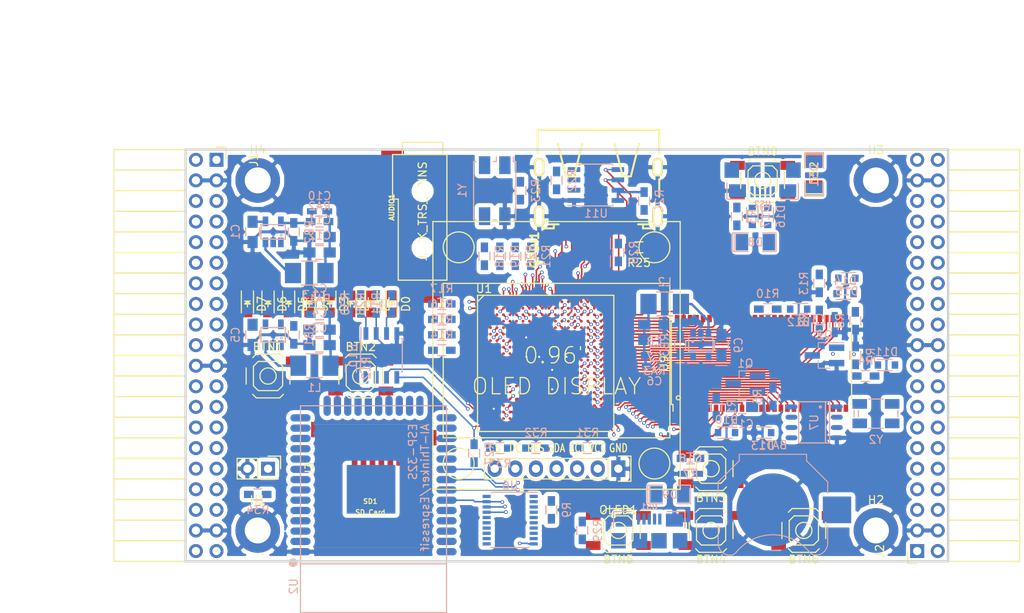
<source format=kicad_pcb>
(kicad_pcb (version 4) (host pcbnew 4.0.5+dfsg1-4)
  (layers (0 F.Cu signal) (1 In1.Cu signal) (2 In2.Cu signal) (31 B.Cu signal) (34 B.Paste user) (35 F.Paste user) (36 B.SilkS user) (37 F.SilkS user) (38 B.Mask user) (39 F.Mask user) (44 Edge.Cuts user))
  (net 0 "")
  (net 1 GND)
  (net 2 +5V)
  (net 3 /gpio/IN5V)
  (net 4 /gpio/OUT5V)
  (net 5 +3V3)
  (net 6 "Net-(L1-Pad1)")
  (net 7 "Net-(L2-Pad1)")
  (net 8 +1V2)
  (net 9 BTN_D)
  (net 10 BTN_F1)
  (net 11 BTN_F2)
  (net 12 BTN_L)
  (net 13 BTN_R)
  (net 14 BTN_U)
  (net 15 /power/FB1)
  (net 16 +2V5)
  (net 17 "Net-(L3-Pad1)")
  (net 18 /power/PWREN)
  (net 19 /power/FB3)
  (net 20 /power/FB2)
  (net 21 "Net-(D9-Pad1)")
  (net 22 /power/VBAT)
  (net 23 JTAG_TDI)
  (net 24 JTAG_TCK)
  (net 25 JTAG_TMS)
  (net 26 JTAG_TDO)
  (net 27 /power/WAKEUPn)
  (net 28 /power/WKUP)
  (net 29 /power/SHUT)
  (net 30 /power/WAKE)
  (net 31 /power/HOLD)
  (net 32 /power/WKn)
  (net 33 /power/OSCI_32k)
  (net 34 /power/OSCO_32k)
  (net 35 FTDI_nSUSPEND)
  (net 36 "Net-(Q2-Pad3)")
  (net 37 SHUTDOWN)
  (net 38 /analog/AUDIO_L)
  (net 39 /analog/AUDIO_R)
  (net 40 GPDI_5V_SCL)
  (net 41 GPDI_5V_SDA)
  (net 42 GPDI_SDA)
  (net 43 GPDI_SCL)
  (net 44 /gpdi/VREF2)
  (net 45 /blinkey/BTNPU)
  (net 46 SD_CMD)
  (net 47 SD_CLK)
  (net 48 SD_D0)
  (net 49 SD_D1)
  (net 50 USB5V)
  (net 51 "Net-(BTN0-Pad1)")
  (net 52 GPDI_CEC)
  (net 53 nRESET)
  (net 54 /usb/FT3V3)
  (net 55 FTDI_nDTR)
  (net 56 SDRAM_CKE)
  (net 57 SDRAM_A7)
  (net 58 SDRAM_D15)
  (net 59 SDRAM_BA1)
  (net 60 SDRAM_D7)
  (net 61 SDRAM_A6)
  (net 62 SDRAM_CLK)
  (net 63 SDRAM_D13)
  (net 64 SDRAM_BA0)
  (net 65 SDRAM_D6)
  (net 66 SDRAM_A5)
  (net 67 SDRAM_D14)
  (net 68 SDRAM_A11)
  (net 69 SDRAM_D12)
  (net 70 SDRAM_D5)
  (net 71 SDRAM_A4)
  (net 72 SDRAM_A10)
  (net 73 SDRAM_D11)
  (net 74 SDRAM_A3)
  (net 75 SDRAM_D4)
  (net 76 SDRAM_D10)
  (net 77 SDRAM_D9)
  (net 78 SDRAM_A9)
  (net 79 SDRAM_D3)
  (net 80 SDRAM_D8)
  (net 81 SDRAM_A8)
  (net 82 SDRAM_A2)
  (net 83 SDRAM_A1)
  (net 84 SDRAM_A0)
  (net 85 SDRAM_D2)
  (net 86 SDRAM_D1)
  (net 87 SDRAM_D0)
  (net 88 SDRAM_DQM0)
  (net 89 SDRAM_nCS)
  (net 90 SDRAM_nRAS)
  (net 91 SDRAM_DQM1)
  (net 92 SDRAM_nCAS)
  (net 93 SDRAM_nWE)
  (net 94 /flash/FLASH_nWP)
  (net 95 /flash/FLASH_nHOLD)
  (net 96 /flash/FLASH_MOSI)
  (net 97 /flash/FLASH_MISO)
  (net 98 /flash/FLASH_SCK)
  (net 99 /flash/FLASH_nCS)
  (net 100 /flash/FPGA_PROGRAMN)
  (net 101 /flash/FPGA_DONE)
  (net 102 /flash/FPGA_INITN)
  (net 103 OLED_RES)
  (net 104 OLED_DC)
  (net 105 OLED_CS)
  (net 106 WIFI_EN)
  (net 107 FTDI_nRTS)
  (net 108 WIFI_GPIO2)
  (net 109 FTDI_TXD)
  (net 110 FTDI_RXD)
  (net 111 WIFI_RXD)
  (net 112 WIFI_GPIO0)
  (net 113 FTDI_nCTS)
  (net 114 WIFI_TXD)
  (net 115 FTDI_nRI)
  (net 116 FTDI_nDCD)
  (net 117 /gpdi/CLK_25MHz)
  (net 118 GPDI_ETH-)
  (net 119 GPDI_ETH+)
  (net 120 GPDI_D2+)
  (net 121 GPDI_D2-)
  (net 122 GPDI_D1+)
  (net 123 GPDI_D1-)
  (net 124 GPDI_D0+)
  (net 125 GPDI_D0-)
  (net 126 GPDI_CLK+)
  (net 127 GPDI_CLK-)
  (net 128 USB_FPGA_D+)
  (net 129 USB_FPGA_D-)
  (net 130 USB_FTDI_D+)
  (net 131 USB_FTDI_D-)
  (net 132 J1_17-)
  (net 133 J1_17+)
  (net 134 J1_23-)
  (net 135 J1_23+)
  (net 136 J1_25-)
  (net 137 J1_25+)
  (net 138 J1_27-)
  (net 139 J1_27+)
  (net 140 J1_29-)
  (net 141 J1_29+)
  (net 142 J1_31-)
  (net 143 J1_31+)
  (net 144 J1_33-)
  (net 145 J1_33+)
  (net 146 J1_35-)
  (net 147 J1_35+)
  (net 148 J2_5-)
  (net 149 J2_5+)
  (net 150 J2_7-)
  (net 151 J2_7+)
  (net 152 J2_9-)
  (net 153 J2_9+)
  (net 154 J2_13-)
  (net 155 J2_13+)
  (net 156 J2_17-)
  (net 157 J2_17+)
  (net 158 J2_11-)
  (net 159 J2_11+)
  (net 160 J2_23-)
  (net 161 J2_23+)
  (net 162 J1_5-)
  (net 163 J1_5+)
  (net 164 J1_7-)
  (net 165 J1_7+)
  (net 166 J1_9-)
  (net 167 J1_9+)
  (net 168 J1_11-)
  (net 169 J1_11+)
  (net 170 J1_13-)
  (net 171 J1_13+)
  (net 172 J1_15-)
  (net 173 J1_15+)
  (net 174 J2_15-)
  (net 175 J2_15+)
  (net 176 J2_25-)
  (net 177 J2_25+)
  (net 178 J2_27-)
  (net 179 J2_27+)
  (net 180 J2_29-)
  (net 181 J2_29+)
  (net 182 J2_31-)
  (net 183 J2_31+)
  (net 184 J2_33-)
  (net 185 J2_33+)
  (net 186 J2_35-)
  (net 187 J2_35+)
  (net 188 SD_D3)
  (net 189 AUDIO_L3)
  (net 190 AUDIO_L2)
  (net 191 AUDIO_L1)
  (net 192 AUDIO_L0)
  (net 193 AUDIO_R3)
  (net 194 AUDIO_R2)
  (net 195 AUDIO_R1)
  (net 196 AUDIO_R0)
  (net 197 FTDI_nDSR)
  (net 198 OLED_CLK)
  (net 199 OLED_MOSI)
  (net 200 WIFI_GPIO15)
  (net 201 LED0)
  (net 202 LED1)
  (net 203 LED2)
  (net 204 LED3)
  (net 205 LED4)
  (net 206 LED5)
  (net 207 LED6)
  (net 208 LED7)
  (net 209 BTN_PWRn)
  (module lfe5bg381:BGA-381_pitch0.8mm_dia0.4mm (layer F.Cu) (at 138.48 87.8)
    (fp_text reference U1 (at -7.6 -9.2) (layer F.SilkS))
    (fp_text value LFE5U-25F-6BG381C)
    (pad A2 smd circle (at -6.8 -7.6) (size 0.35 0.35) (layers F.Cu F.Paste F.Mask) (net 139 J1_27+))
    (pad A3 smd circle (at -6 -7.6) (size 0.35 0.35) (layers F.Cu F.Paste F.Mask) (net 192 AUDIO_L0))
    (pad A4 smd circle (at -5.2 -7.6) (size 0.35 0.35) (layers F.Cu F.Paste F.Mask) (net 137 J1_25+))
    (pad A5 smd circle (at -4.4 -7.6) (size 0.35 0.35) (layers F.Cu F.Paste F.Mask) (net 136 J1_25-))
    (pad A6 smd circle (at -3.6 -7.6) (size 0.35 0.35) (layers F.Cu F.Paste F.Mask) (net 135 J1_23+))
    (pad A7 smd circle (at -2.8 -7.6) (size 0.35 0.35) (layers F.Cu F.Paste F.Mask) (net 173 J1_15+))
    (pad A8 smd circle (at -2 -7.6) (size 0.35 0.35) (layers F.Cu F.Paste F.Mask) (net 172 J1_15-))
    (pad A9 smd circle (at -1.2 -7.6) (size 0.35 0.35) (layers F.Cu F.Paste F.Mask) (net 166 J1_9-))
    (pad A10 smd circle (at -0.4 -7.6) (size 0.35 0.35) (layers F.Cu F.Paste F.Mask) (net 165 J1_7+))
    (pad A11 smd circle (at 0.4 -7.6) (size 0.35 0.35) (layers F.Cu F.Paste F.Mask) (net 164 J1_7-))
    (pad A12 smd circle (at 1.2 -7.6) (size 0.35 0.35) (layers F.Cu F.Paste F.Mask) (net 119 GPDI_ETH+))
    (pad A13 smd circle (at 2 -7.6) (size 0.35 0.35) (layers F.Cu F.Paste F.Mask) (net 118 GPDI_ETH-))
    (pad A14 smd circle (at 2.8 -7.6) (size 0.35 0.35) (layers F.Cu F.Paste F.Mask) (net 120 GPDI_D2+))
    (pad A15 smd circle (at 3.6 -7.6) (size 0.35 0.35) (layers F.Cu F.Paste F.Mask))
    (pad A16 smd circle (at 4.4 -7.6) (size 0.35 0.35) (layers F.Cu F.Paste F.Mask) (net 122 GPDI_D1+))
    (pad A17 smd circle (at 5.2 -7.6) (size 0.35 0.35) (layers F.Cu F.Paste F.Mask) (net 124 GPDI_D0+))
    (pad A18 smd circle (at 6 -7.6) (size 0.35 0.35) (layers F.Cu F.Paste F.Mask) (net 126 GPDI_CLK+))
    (pad A19 smd circle (at 6.8 -7.6) (size 0.35 0.35) (layers F.Cu F.Paste F.Mask) (net 52 GPDI_CEC))
    (pad B1 smd circle (at -7.6 -6.8) (size 0.35 0.35) (layers F.Cu F.Paste F.Mask) (net 138 J1_27-))
    (pad B2 smd circle (at -6.8 -6.8) (size 0.35 0.35) (layers F.Cu F.Paste F.Mask) (net 203 LED2))
    (pad B3 smd circle (at -6 -6.8) (size 0.35 0.35) (layers F.Cu F.Paste F.Mask) (net 193 AUDIO_R3))
    (pad B4 smd circle (at -5.2 -6.8) (size 0.35 0.35) (layers F.Cu F.Paste F.Mask) (net 140 J1_29-))
    (pad B5 smd circle (at -4.4 -6.8) (size 0.35 0.35) (layers F.Cu F.Paste F.Mask) (net 191 AUDIO_L1))
    (pad B6 smd circle (at -3.6 -6.8) (size 0.35 0.35) (layers F.Cu F.Paste F.Mask) (net 134 J1_23-))
    (pad B7 smd circle (at -2.8 -6.8) (size 0.35 0.35) (layers F.Cu F.Paste F.Mask) (net 1 GND))
    (pad B8 smd circle (at -2 -6.8) (size 0.35 0.35) (layers F.Cu F.Paste F.Mask) (net 170 J1_13-))
    (pad B9 smd circle (at -1.2 -6.8) (size 0.35 0.35) (layers F.Cu F.Paste F.Mask) (net 169 J1_11+))
    (pad B10 smd circle (at -0.4 -6.8) (size 0.35 0.35) (layers F.Cu F.Paste F.Mask) (net 167 J1_9+))
    (pad B11 smd circle (at 0.4 -6.8) (size 0.35 0.35) (layers F.Cu F.Paste F.Mask) (net 163 J1_5+))
    (pad B12 smd circle (at 1.2 -6.8) (size 0.35 0.35) (layers F.Cu F.Paste F.Mask) (net 117 /gpdi/CLK_25MHz))
    (pad B13 smd circle (at 2 -6.8) (size 0.35 0.35) (layers F.Cu F.Paste F.Mask) (net 187 J2_35+))
    (pad B14 smd circle (at 2.8 -6.8) (size 0.35 0.35) (layers F.Cu F.Paste F.Mask) (net 1 GND))
    (pad B15 smd circle (at 3.6 -6.8) (size 0.35 0.35) (layers F.Cu F.Paste F.Mask) (net 183 J2_31+))
    (pad B16 smd circle (at 4.4 -6.8) (size 0.35 0.35) (layers F.Cu F.Paste F.Mask) (net 123 GPDI_D1-))
    (pad B17 smd circle (at 5.2 -6.8) (size 0.35 0.35) (layers F.Cu F.Paste F.Mask) (net 179 J2_27+))
    (pad B18 smd circle (at 6 -6.8) (size 0.35 0.35) (layers F.Cu F.Paste F.Mask) (net 125 GPDI_D0-))
    (pad B19 smd circle (at 6.8 -6.8) (size 0.35 0.35) (layers F.Cu F.Paste F.Mask) (net 127 GPDI_CLK-))
    (pad B20 smd circle (at 7.6 -6.8) (size 0.35 0.35) (layers F.Cu F.Paste F.Mask) (net 43 GPDI_SCL))
    (pad C1 smd circle (at -7.6 -6) (size 0.35 0.35) (layers F.Cu F.Paste F.Mask) (net 207 LED6))
    (pad C2 smd circle (at -6.8 -6) (size 0.35 0.35) (layers F.Cu F.Paste F.Mask) (net 204 LED3))
    (pad C3 smd circle (at -6 -6) (size 0.35 0.35) (layers F.Cu F.Paste F.Mask) (net 190 AUDIO_L2))
    (pad C4 smd circle (at -5.2 -6) (size 0.35 0.35) (layers F.Cu F.Paste F.Mask) (net 141 J1_29+))
    (pad C5 smd circle (at -4.4 -6) (size 0.35 0.35) (layers F.Cu F.Paste F.Mask) (net 195 AUDIO_R1))
    (pad C6 smd circle (at -3.6 -6) (size 0.35 0.35) (layers F.Cu F.Paste F.Mask) (net 133 J1_17+))
    (pad C7 smd circle (at -2.8 -6) (size 0.35 0.35) (layers F.Cu F.Paste F.Mask) (net 132 J1_17-))
    (pad C8 smd circle (at -2 -6) (size 0.35 0.35) (layers F.Cu F.Paste F.Mask) (net 171 J1_13+))
    (pad C9 smd circle (at -1.2 -6) (size 0.35 0.35) (layers F.Cu F.Paste F.Mask))
    (pad C10 smd circle (at -0.4 -6) (size 0.35 0.35) (layers F.Cu F.Paste F.Mask) (net 168 J1_11-))
    (pad C11 smd circle (at 0.4 -6) (size 0.35 0.35) (layers F.Cu F.Paste F.Mask) (net 162 J1_5-))
    (pad C12 smd circle (at 1.2 -6) (size 0.35 0.35) (layers F.Cu F.Paste F.Mask) (net 42 GPDI_SDA))
    (pad C13 smd circle (at 2 -6) (size 0.35 0.35) (layers F.Cu F.Paste F.Mask) (net 186 J2_35-))
    (pad C14 smd circle (at 2.8 -6) (size 0.35 0.35) (layers F.Cu F.Paste F.Mask) (net 121 GPDI_D2-))
    (pad C15 smd circle (at 3.6 -6) (size 0.35 0.35) (layers F.Cu F.Paste F.Mask) (net 182 J2_31-))
    (pad C16 smd circle (at 4.4 -6) (size 0.35 0.35) (layers F.Cu F.Paste F.Mask) (net 181 J2_29+))
    (pad C17 smd circle (at 5.2 -6) (size 0.35 0.35) (layers F.Cu F.Paste F.Mask) (net 178 J2_27-))
    (pad C18 smd circle (at 6 -6) (size 0.35 0.35) (layers F.Cu F.Paste F.Mask) (net 161 J2_23+))
    (pad C19 smd circle (at 6.8 -6) (size 0.35 0.35) (layers F.Cu F.Paste F.Mask) (net 1 GND))
    (pad C20 smd circle (at 7.6 -6) (size 0.35 0.35) (layers F.Cu F.Paste F.Mask) (net 58 SDRAM_D15))
    (pad D1 smd circle (at -7.6 -5.2) (size 0.35 0.35) (layers F.Cu F.Paste F.Mask) (net 208 LED7))
    (pad D2 smd circle (at -6.8 -5.2) (size 0.35 0.35) (layers F.Cu F.Paste F.Mask) (net 205 LED4))
    (pad D3 smd circle (at -6 -5.2) (size 0.35 0.35) (layers F.Cu F.Paste F.Mask) (net 194 AUDIO_R2))
    (pad D4 smd circle (at -5.2 -5.2) (size 0.35 0.35) (layers F.Cu F.Paste F.Mask) (net 1 GND))
    (pad D5 smd circle (at -4.4 -5.2) (size 0.35 0.35) (layers F.Cu F.Paste F.Mask) (net 202 LED1))
    (pad D6 smd circle (at -3.6 -5.2) (size 0.35 0.35) (layers F.Cu F.Paste F.Mask) (net 209 BTN_PWRn))
    (pad D7 smd circle (at -2.8 -5.2) (size 0.35 0.35) (layers F.Cu F.Paste F.Mask))
    (pad D8 smd circle (at -2 -5.2) (size 0.35 0.35) (layers F.Cu F.Paste F.Mask))
    (pad D9 smd circle (at -1.2 -5.2) (size 0.35 0.35) (layers F.Cu F.Paste F.Mask))
    (pad D10 smd circle (at -0.4 -5.2) (size 0.35 0.35) (layers F.Cu F.Paste F.Mask))
    (pad D11 smd circle (at 0.4 -5.2) (size 0.35 0.35) (layers F.Cu F.Paste F.Mask) (net 14 BTN_U))
    (pad D12 smd circle (at 1.2 -5.2) (size 0.35 0.35) (layers F.Cu F.Paste F.Mask))
    (pad D13 smd circle (at 2 -5.2) (size 0.35 0.35) (layers F.Cu F.Paste F.Mask) (net 185 J2_33+))
    (pad D14 smd circle (at 2.8 -5.2) (size 0.35 0.35) (layers F.Cu F.Paste F.Mask))
    (pad D15 smd circle (at 3.6 -5.2) (size 0.35 0.35) (layers F.Cu F.Paste F.Mask) (net 177 J2_25+))
    (pad D16 smd circle (at 4.4 -5.2) (size 0.35 0.35) (layers F.Cu F.Paste F.Mask) (net 180 J2_29-))
    (pad D17 smd circle (at 5.2 -5.2) (size 0.35 0.35) (layers F.Cu F.Paste F.Mask) (net 160 J2_23-))
    (pad D18 smd circle (at 6 -5.2) (size 0.35 0.35) (layers F.Cu F.Paste F.Mask) (net 157 J2_17+))
    (pad D19 smd circle (at 6.8 -5.2) (size 0.35 0.35) (layers F.Cu F.Paste F.Mask) (net 67 SDRAM_D14))
    (pad D20 smd circle (at 7.6 -5.2) (size 0.35 0.35) (layers F.Cu F.Paste F.Mask) (net 63 SDRAM_D13))
    (pad E1 smd circle (at -7.6 -4.4) (size 0.35 0.35) (layers F.Cu F.Paste F.Mask) (net 206 LED5))
    (pad E2 smd circle (at -6.8 -4.4) (size 0.35 0.35) (layers F.Cu F.Paste F.Mask))
    (pad E3 smd circle (at -6 -4.4) (size 0.35 0.35) (layers F.Cu F.Paste F.Mask) (net 142 J1_31-))
    (pad E4 smd circle (at -5.2 -4.4) (size 0.35 0.35) (layers F.Cu F.Paste F.Mask) (net 201 LED0))
    (pad E5 smd circle (at -4.4 -4.4) (size 0.35 0.35) (layers F.Cu F.Paste F.Mask) (net 189 AUDIO_L3))
    (pad E6 smd circle (at -3.6 -4.4) (size 0.35 0.35) (layers F.Cu F.Paste F.Mask))
    (pad E7 smd circle (at -2.8 -4.4) (size 0.35 0.35) (layers F.Cu F.Paste F.Mask))
    (pad E8 smd circle (at -2 -4.4) (size 0.35 0.35) (layers F.Cu F.Paste F.Mask))
    (pad E9 smd circle (at -1.2 -4.4) (size 0.35 0.35) (layers F.Cu F.Paste F.Mask))
    (pad E10 smd circle (at -0.4 -4.4) (size 0.35 0.35) (layers F.Cu F.Paste F.Mask))
    (pad E11 smd circle (at 0.4 -4.4) (size 0.35 0.35) (layers F.Cu F.Paste F.Mask))
    (pad E12 smd circle (at 1.2 -4.4) (size 0.35 0.35) (layers F.Cu F.Paste F.Mask))
    (pad E13 smd circle (at 2 -4.4) (size 0.35 0.35) (layers F.Cu F.Paste F.Mask) (net 184 J2_33-))
    (pad E14 smd circle (at 2.8 -4.4) (size 0.35 0.35) (layers F.Cu F.Paste F.Mask))
    (pad E15 smd circle (at 3.6 -4.4) (size 0.35 0.35) (layers F.Cu F.Paste F.Mask) (net 176 J2_25-))
    (pad E16 smd circle (at 4.4 -4.4) (size 0.35 0.35) (layers F.Cu F.Paste F.Mask))
    (pad E17 smd circle (at 5.2 -4.4) (size 0.35 0.35) (layers F.Cu F.Paste F.Mask) (net 156 J2_17-))
    (pad E18 smd circle (at 6 -4.4) (size 0.35 0.35) (layers F.Cu F.Paste F.Mask) (net 75 SDRAM_D4))
    (pad E19 smd circle (at 6.8 -4.4) (size 0.35 0.35) (layers F.Cu F.Paste F.Mask) (net 69 SDRAM_D12))
    (pad E20 smd circle (at 7.6 -4.4) (size 0.35 0.35) (layers F.Cu F.Paste F.Mask) (net 73 SDRAM_D11))
    (pad F1 smd circle (at -7.6 -3.6) (size 0.35 0.35) (layers F.Cu F.Paste F.Mask) (net 110 FTDI_RXD))
    (pad F2 smd circle (at -6.8 -3.6) (size 0.35 0.35) (layers F.Cu F.Paste F.Mask))
    (pad F3 smd circle (at -6 -3.6) (size 0.35 0.35) (layers F.Cu F.Paste F.Mask) (net 144 J1_33-))
    (pad F4 smd circle (at -5.2 -3.6) (size 0.35 0.35) (layers F.Cu F.Paste F.Mask) (net 143 J1_31+))
    (pad F5 smd circle (at -4.4 -3.6) (size 0.35 0.35) (layers F.Cu F.Paste F.Mask) (net 196 AUDIO_R0))
    (pad F6 smd circle (at -3.6 -3.6) (size 0.35 0.35) (layers F.Cu F.Paste F.Mask) (net 16 +2V5))
    (pad F7 smd circle (at -2.8 -3.6) (size 0.35 0.35) (layers F.Cu F.Paste F.Mask) (net 1 GND))
    (pad F8 smd circle (at -2 -3.6) (size 0.35 0.35) (layers F.Cu F.Paste F.Mask) (net 1 GND))
    (pad F9 smd circle (at -1.2 -3.6) (size 0.35 0.35) (layers F.Cu F.Paste F.Mask) (net 5 +3V3))
    (pad F10 smd circle (at -0.4 -3.6) (size 0.35 0.35) (layers F.Cu F.Paste F.Mask) (net 5 +3V3))
    (pad F11 smd circle (at 0.4 -3.6) (size 0.35 0.35) (layers F.Cu F.Paste F.Mask) (net 5 +3V3))
    (pad F12 smd circle (at 1.2 -3.6) (size 0.35 0.35) (layers F.Cu F.Paste F.Mask) (net 5 +3V3))
    (pad F13 smd circle (at 2 -3.6) (size 0.35 0.35) (layers F.Cu F.Paste F.Mask) (net 1 GND))
    (pad F14 smd circle (at 2.8 -3.6) (size 0.35 0.35) (layers F.Cu F.Paste F.Mask) (net 1 GND))
    (pad F15 smd circle (at 3.6 -3.6) (size 0.35 0.35) (layers F.Cu F.Paste F.Mask) (net 16 +2V5))
    (pad F16 smd circle (at 4.4 -3.6) (size 0.35 0.35) (layers F.Cu F.Paste F.Mask))
    (pad F17 smd circle (at 5.2 -3.6) (size 0.35 0.35) (layers F.Cu F.Paste F.Mask) (net 175 J2_15+))
    (pad F18 smd circle (at 6 -3.6) (size 0.35 0.35) (layers F.Cu F.Paste F.Mask) (net 70 SDRAM_D5))
    (pad F19 smd circle (at 6.8 -3.6) (size 0.35 0.35) (layers F.Cu F.Paste F.Mask) (net 76 SDRAM_D10))
    (pad F20 smd circle (at 7.6 -3.6) (size 0.35 0.35) (layers F.Cu F.Paste F.Mask) (net 77 SDRAM_D9))
    (pad G1 smd circle (at -7.6 -2.8) (size 0.35 0.35) (layers F.Cu F.Paste F.Mask) (net 109 FTDI_TXD))
    (pad G2 smd circle (at -6.8 -2.8) (size 0.35 0.35) (layers F.Cu F.Paste F.Mask) (net 111 WIFI_RXD))
    (pad G3 smd circle (at -6 -2.8) (size 0.35 0.35) (layers F.Cu F.Paste F.Mask) (net 145 J1_33+))
    (pad G4 smd circle (at -5.2 -2.8) (size 0.35 0.35) (layers F.Cu F.Paste F.Mask) (net 1 GND))
    (pad G5 smd circle (at -4.4 -2.8) (size 0.35 0.35) (layers F.Cu F.Paste F.Mask) (net 146 J1_35-))
    (pad G6 smd circle (at -3.6 -2.8) (size 0.35 0.35) (layers F.Cu F.Paste F.Mask) (net 1 GND))
    (pad G7 smd circle (at -2.8 -2.8) (size 0.35 0.35) (layers F.Cu F.Paste F.Mask) (net 1 GND))
    (pad G8 smd circle (at -2 -2.8) (size 0.35 0.35) (layers F.Cu F.Paste F.Mask) (net 1 GND))
    (pad G9 smd circle (at -1.2 -2.8) (size 0.35 0.35) (layers F.Cu F.Paste F.Mask) (net 1 GND))
    (pad G10 smd circle (at -0.4 -2.8) (size 0.35 0.35) (layers F.Cu F.Paste F.Mask) (net 1 GND))
    (pad G11 smd circle (at 0.4 -2.8) (size 0.35 0.35) (layers F.Cu F.Paste F.Mask) (net 1 GND))
    (pad G12 smd circle (at 1.2 -2.8) (size 0.35 0.35) (layers F.Cu F.Paste F.Mask) (net 1 GND))
    (pad G13 smd circle (at 2 -2.8) (size 0.35 0.35) (layers F.Cu F.Paste F.Mask) (net 1 GND))
    (pad G14 smd circle (at 2.8 -2.8) (size 0.35 0.35) (layers F.Cu F.Paste F.Mask) (net 1 GND))
    (pad G15 smd circle (at 3.6 -2.8) (size 0.35 0.35) (layers F.Cu F.Paste F.Mask) (net 1 GND))
    (pad G16 smd circle (at 4.4 -2.8) (size 0.35 0.35) (layers F.Cu F.Paste F.Mask))
    (pad G17 smd circle (at 5.2 -2.8) (size 0.35 0.35) (layers F.Cu F.Paste F.Mask) (net 1 GND))
    (pad G18 smd circle (at 6 -2.8) (size 0.35 0.35) (layers F.Cu F.Paste F.Mask) (net 174 J2_15-))
    (pad G19 smd circle (at 6.8 -2.8) (size 0.35 0.35) (layers F.Cu F.Paste F.Mask) (net 80 SDRAM_D8))
    (pad G20 smd circle (at 7.6 -2.8) (size 0.35 0.35) (layers F.Cu F.Paste F.Mask) (net 91 SDRAM_DQM1))
    (pad H1 smd circle (at -7.6 -2) (size 0.35 0.35) (layers F.Cu F.Paste F.Mask) (net 200 WIFI_GPIO15))
    (pad H2 smd circle (at -6.8 -2) (size 0.35 0.35) (layers F.Cu F.Paste F.Mask) (net 114 WIFI_TXD))
    (pad H3 smd circle (at -6 -2) (size 0.35 0.35) (layers F.Cu F.Paste F.Mask))
    (pad H4 smd circle (at -5.2 -2) (size 0.35 0.35) (layers F.Cu F.Paste F.Mask) (net 147 J1_35+))
    (pad H5 smd circle (at -4.4 -2) (size 0.35 0.35) (layers F.Cu F.Paste F.Mask))
    (pad H6 smd circle (at -3.6 -2) (size 0.35 0.35) (layers F.Cu F.Paste F.Mask) (net 5 +3V3))
    (pad H7 smd circle (at -2.8 -2) (size 0.35 0.35) (layers F.Cu F.Paste F.Mask) (net 5 +3V3))
    (pad H8 smd circle (at -2 -2) (size 0.35 0.35) (layers F.Cu F.Paste F.Mask) (net 8 +1V2))
    (pad H9 smd circle (at -1.2 -2) (size 0.35 0.35) (layers F.Cu F.Paste F.Mask) (net 8 +1V2))
    (pad H10 smd circle (at -0.4 -2) (size 0.35 0.35) (layers F.Cu F.Paste F.Mask) (net 8 +1V2))
    (pad H11 smd circle (at 0.4 -2) (size 0.35 0.35) (layers F.Cu F.Paste F.Mask) (net 8 +1V2))
    (pad H12 smd circle (at 1.2 -2) (size 0.35 0.35) (layers F.Cu F.Paste F.Mask) (net 8 +1V2))
    (pad H13 smd circle (at 2 -2) (size 0.35 0.35) (layers F.Cu F.Paste F.Mask) (net 8 +1V2))
    (pad H14 smd circle (at 2.8 -2) (size 0.35 0.35) (layers F.Cu F.Paste F.Mask) (net 5 +3V3))
    (pad H15 smd circle (at 3.6 -2) (size 0.35 0.35) (layers F.Cu F.Paste F.Mask) (net 5 +3V3))
    (pad H16 smd circle (at 4.4 -2) (size 0.35 0.35) (layers F.Cu F.Paste F.Mask))
    (pad H17 smd circle (at 5.2 -2) (size 0.35 0.35) (layers F.Cu F.Paste F.Mask) (net 154 J2_13-))
    (pad H18 smd circle (at 6 -2) (size 0.35 0.35) (layers F.Cu F.Paste F.Mask) (net 155 J2_13+))
    (pad H19 smd circle (at 6.8 -2) (size 0.35 0.35) (layers F.Cu F.Paste F.Mask) (net 1 GND))
    (pad H20 smd circle (at 7.6 -2) (size 0.35 0.35) (layers F.Cu F.Paste F.Mask) (net 62 SDRAM_CLK))
    (pad J1 smd circle (at -7.6 -1.2) (size 0.35 0.35) (layers F.Cu F.Paste F.Mask) (net 198 OLED_CLK))
    (pad J2 smd circle (at -6.8 -1.2) (size 0.35 0.35) (layers F.Cu F.Paste F.Mask) (net 1 GND))
    (pad J3 smd circle (at -6 -1.2) (size 0.35 0.35) (layers F.Cu F.Paste F.Mask) (net 112 WIFI_GPIO0))
    (pad J4 smd circle (at -5.2 -1.2) (size 0.35 0.35) (layers F.Cu F.Paste F.Mask) (net 108 WIFI_GPIO2))
    (pad J5 smd circle (at -4.4 -1.2) (size 0.35 0.35) (layers F.Cu F.Paste F.Mask) (net 113 FTDI_nCTS))
    (pad J6 smd circle (at -3.6 -1.2) (size 0.35 0.35) (layers F.Cu F.Paste F.Mask) (net 5 +3V3))
    (pad J7 smd circle (at -2.8 -1.2) (size 0.35 0.35) (layers F.Cu F.Paste F.Mask) (net 1 GND))
    (pad J8 smd circle (at -2 -1.2) (size 0.35 0.35) (layers F.Cu F.Paste F.Mask) (net 8 +1V2))
    (pad J9 smd circle (at -1.2 -1.2) (size 0.35 0.35) (layers F.Cu F.Paste F.Mask) (net 1 GND))
    (pad J10 smd circle (at -0.4 -1.2) (size 0.35 0.35) (layers F.Cu F.Paste F.Mask) (net 1 GND))
    (pad J11 smd circle (at 0.4 -1.2) (size 0.35 0.35) (layers F.Cu F.Paste F.Mask) (net 1 GND))
    (pad J12 smd circle (at 1.2 -1.2) (size 0.35 0.35) (layers F.Cu F.Paste F.Mask) (net 1 GND))
    (pad J13 smd circle (at 2 -1.2) (size 0.35 0.35) (layers F.Cu F.Paste F.Mask) (net 8 +1V2))
    (pad J14 smd circle (at 2.8 -1.2) (size 0.35 0.35) (layers F.Cu F.Paste F.Mask) (net 1 GND))
    (pad J15 smd circle (at 3.6 -1.2) (size 0.35 0.35) (layers F.Cu F.Paste F.Mask) (net 5 +3V3))
    (pad J16 smd circle (at 4.4 -1.2) (size 0.35 0.35) (layers F.Cu F.Paste F.Mask))
    (pad J17 smd circle (at 5.2 -1.2) (size 0.35 0.35) (layers F.Cu F.Paste F.Mask))
    (pad J18 smd circle (at 6 -1.2) (size 0.35 0.35) (layers F.Cu F.Paste F.Mask) (net 79 SDRAM_D3))
    (pad J19 smd circle (at 6.8 -1.2) (size 0.35 0.35) (layers F.Cu F.Paste F.Mask) (net 56 SDRAM_CKE))
    (pad J20 smd circle (at 7.6 -1.2) (size 0.35 0.35) (layers F.Cu F.Paste F.Mask) (net 68 SDRAM_A11))
    (pad K1 smd circle (at -7.6 -0.4) (size 0.35 0.35) (layers F.Cu F.Paste F.Mask) (net 55 FTDI_nDTR))
    (pad K2 smd circle (at -6.8 -0.4) (size 0.35 0.35) (layers F.Cu F.Paste F.Mask) (net 199 OLED_MOSI))
    (pad K3 smd circle (at -6 -0.4) (size 0.35 0.35) (layers F.Cu F.Paste F.Mask) (net 107 FTDI_nRTS))
    (pad K4 smd circle (at -5.2 -0.4) (size 0.35 0.35) (layers F.Cu F.Paste F.Mask) (net 103 OLED_RES))
    (pad K5 smd circle (at -4.4 -0.4) (size 0.35 0.35) (layers F.Cu F.Paste F.Mask) (net 104 OLED_DC))
    (pad K6 smd circle (at -3.6 -0.4) (size 0.35 0.35) (layers F.Cu F.Paste F.Mask) (net 1 GND))
    (pad K7 smd circle (at -2.8 -0.4) (size 0.35 0.35) (layers F.Cu F.Paste F.Mask) (net 1 GND))
    (pad K8 smd circle (at -2 -0.4) (size 0.35 0.35) (layers F.Cu F.Paste F.Mask) (net 8 +1V2))
    (pad K9 smd circle (at -1.2 -0.4) (size 0.35 0.35) (layers F.Cu F.Paste F.Mask) (net 1 GND))
    (pad K10 smd circle (at -0.4 -0.4) (size 0.35 0.35) (layers F.Cu F.Paste F.Mask) (net 1 GND))
    (pad K11 smd circle (at 0.4 -0.4) (size 0.35 0.35) (layers F.Cu F.Paste F.Mask) (net 1 GND))
    (pad K12 smd circle (at 1.2 -0.4) (size 0.35 0.35) (layers F.Cu F.Paste F.Mask) (net 1 GND))
    (pad K13 smd circle (at 2 -0.4) (size 0.35 0.35) (layers F.Cu F.Paste F.Mask) (net 8 +1V2))
    (pad K14 smd circle (at 2.8 -0.4) (size 0.35 0.35) (layers F.Cu F.Paste F.Mask) (net 1 GND))
    (pad K15 smd circle (at 3.6 -0.4) (size 0.35 0.35) (layers F.Cu F.Paste F.Mask) (net 1 GND))
    (pad K16 smd circle (at 4.4 -0.4) (size 0.35 0.35) (layers F.Cu F.Paste F.Mask))
    (pad K17 smd circle (at 5.2 -0.4) (size 0.35 0.35) (layers F.Cu F.Paste F.Mask))
    (pad K18 smd circle (at 6 -0.4) (size 0.35 0.35) (layers F.Cu F.Paste F.Mask) (net 85 SDRAM_D2))
    (pad K19 smd circle (at 6.8 -0.4) (size 0.35 0.35) (layers F.Cu F.Paste F.Mask) (net 78 SDRAM_A9))
    (pad K20 smd circle (at 7.6 -0.4) (size 0.35 0.35) (layers F.Cu F.Paste F.Mask) (net 81 SDRAM_A8))
    (pad L1 smd circle (at -7.6 0.4) (size 0.35 0.35) (layers F.Cu F.Paste F.Mask) (net 48 SD_D0))
    (pad L2 smd circle (at -6.8 0.4) (size 0.35 0.35) (layers F.Cu F.Paste F.Mask) (net 116 FTDI_nDCD))
    (pad L3 smd circle (at -6 0.4) (size 0.35 0.35) (layers F.Cu F.Paste F.Mask))
    (pad L4 smd circle (at -5.2 0.4) (size 0.35 0.35) (layers F.Cu F.Paste F.Mask) (net 106 WIFI_EN))
    (pad L5 smd circle (at -4.4 0.4) (size 0.35 0.35) (layers F.Cu F.Paste F.Mask) (net 197 FTDI_nDSR))
    (pad L6 smd circle (at -3.6 0.4) (size 0.35 0.35) (layers F.Cu F.Paste F.Mask) (net 5 +3V3))
    (pad L7 smd circle (at -2.8 0.4) (size 0.35 0.35) (layers F.Cu F.Paste F.Mask) (net 5 +3V3))
    (pad L8 smd circle (at -2 0.4) (size 0.35 0.35) (layers F.Cu F.Paste F.Mask) (net 8 +1V2))
    (pad L9 smd circle (at -1.2 0.4) (size 0.35 0.35) (layers F.Cu F.Paste F.Mask) (net 1 GND))
    (pad L10 smd circle (at -0.4 0.4) (size 0.35 0.35) (layers F.Cu F.Paste F.Mask) (net 1 GND))
    (pad L11 smd circle (at 0.4 0.4) (size 0.35 0.35) (layers F.Cu F.Paste F.Mask) (net 1 GND))
    (pad L12 smd circle (at 1.2 0.4) (size 0.35 0.35) (layers F.Cu F.Paste F.Mask) (net 1 GND))
    (pad L13 smd circle (at 2 0.4) (size 0.35 0.35) (layers F.Cu F.Paste F.Mask) (net 8 +1V2))
    (pad L14 smd circle (at 2.8 0.4) (size 0.35 0.35) (layers F.Cu F.Paste F.Mask) (net 5 +3V3))
    (pad L15 smd circle (at 3.6 0.4) (size 0.35 0.35) (layers F.Cu F.Paste F.Mask) (net 5 +3V3))
    (pad L16 smd circle (at 4.4 0.4) (size 0.35 0.35) (layers F.Cu F.Paste F.Mask) (net 159 J2_11+))
    (pad L17 smd circle (at 5.2 0.4) (size 0.35 0.35) (layers F.Cu F.Paste F.Mask) (net 158 J2_11-))
    (pad L18 smd circle (at 6 0.4) (size 0.35 0.35) (layers F.Cu F.Paste F.Mask) (net 86 SDRAM_D1))
    (pad L19 smd circle (at 6.8 0.4) (size 0.35 0.35) (layers F.Cu F.Paste F.Mask) (net 57 SDRAM_A7))
    (pad L20 smd circle (at 7.6 0.4) (size 0.35 0.35) (layers F.Cu F.Paste F.Mask) (net 61 SDRAM_A6))
    (pad M1 smd circle (at -7.6 1.2) (size 0.35 0.35) (layers F.Cu F.Paste F.Mask) (net 46 SD_CMD))
    (pad M2 smd circle (at -6.8 1.2) (size 0.35 0.35) (layers F.Cu F.Paste F.Mask) (net 1 GND))
    (pad M3 smd circle (at -6 1.2) (size 0.35 0.35) (layers F.Cu F.Paste F.Mask) (net 129 USB_FPGA_D-))
    (pad M4 smd circle (at -5.2 1.2) (size 0.35 0.35) (layers F.Cu F.Paste F.Mask))
    (pad M5 smd circle (at -4.4 1.2) (size 0.35 0.35) (layers F.Cu F.Paste F.Mask))
    (pad M6 smd circle (at -3.6 1.2) (size 0.35 0.35) (layers F.Cu F.Paste F.Mask) (net 5 +3V3))
    (pad M7 smd circle (at -2.8 1.2) (size 0.35 0.35) (layers F.Cu F.Paste F.Mask) (net 1 GND))
    (pad M8 smd circle (at -2 1.2) (size 0.35 0.35) (layers F.Cu F.Paste F.Mask) (net 8 +1V2))
    (pad M9 smd circle (at -1.2 1.2) (size 0.35 0.35) (layers F.Cu F.Paste F.Mask) (net 1 GND))
    (pad M10 smd circle (at -0.4 1.2) (size 0.35 0.35) (layers F.Cu F.Paste F.Mask) (net 1 GND))
    (pad M11 smd circle (at 0.4 1.2) (size 0.35 0.35) (layers F.Cu F.Paste F.Mask) (net 1 GND))
    (pad M12 smd circle (at 1.2 1.2) (size 0.35 0.35) (layers F.Cu F.Paste F.Mask) (net 1 GND))
    (pad M13 smd circle (at 2 1.2) (size 0.35 0.35) (layers F.Cu F.Paste F.Mask) (net 8 +1V2))
    (pad M14 smd circle (at 2.8 1.2) (size 0.35 0.35) (layers F.Cu F.Paste F.Mask) (net 1 GND))
    (pad M15 smd circle (at 3.6 1.2) (size 0.35 0.35) (layers F.Cu F.Paste F.Mask) (net 5 +3V3))
    (pad M16 smd circle (at 4.4 1.2) (size 0.35 0.35) (layers F.Cu F.Paste F.Mask) (net 1 GND))
    (pad M17 smd circle (at 5.2 1.2) (size 0.35 0.35) (layers F.Cu F.Paste F.Mask) (net 152 J2_9-))
    (pad M18 smd circle (at 6 1.2) (size 0.35 0.35) (layers F.Cu F.Paste F.Mask) (net 87 SDRAM_D0))
    (pad M19 smd circle (at 6.8 1.2) (size 0.35 0.35) (layers F.Cu F.Paste F.Mask) (net 66 SDRAM_A5))
    (pad M20 smd circle (at 7.6 1.2) (size 0.35 0.35) (layers F.Cu F.Paste F.Mask) (net 71 SDRAM_A4))
    (pad N1 smd circle (at -7.6 2) (size 0.35 0.35) (layers F.Cu F.Paste F.Mask) (net 47 SD_CLK))
    (pad N2 smd circle (at -6.8 2) (size 0.35 0.35) (layers F.Cu F.Paste F.Mask) (net 49 SD_D1))
    (pad N3 smd circle (at -6 2) (size 0.35 0.35) (layers F.Cu F.Paste F.Mask) (net 128 USB_FPGA_D+))
    (pad N4 smd circle (at -5.2 2) (size 0.35 0.35) (layers F.Cu F.Paste F.Mask) (net 105 OLED_CS))
    (pad N5 smd circle (at -4.4 2) (size 0.35 0.35) (layers F.Cu F.Paste F.Mask))
    (pad N6 smd circle (at -3.6 2) (size 0.35 0.35) (layers F.Cu F.Paste F.Mask) (net 1 GND))
    (pad N7 smd circle (at -2.8 2) (size 0.35 0.35) (layers F.Cu F.Paste F.Mask) (net 1 GND))
    (pad N8 smd circle (at -2 2) (size 0.35 0.35) (layers F.Cu F.Paste F.Mask) (net 8 +1V2))
    (pad N9 smd circle (at -1.2 2) (size 0.35 0.35) (layers F.Cu F.Paste F.Mask) (net 8 +1V2))
    (pad N10 smd circle (at -0.4 2) (size 0.35 0.35) (layers F.Cu F.Paste F.Mask) (net 8 +1V2))
    (pad N11 smd circle (at 0.4 2) (size 0.35 0.35) (layers F.Cu F.Paste F.Mask) (net 8 +1V2))
    (pad N12 smd circle (at 1.2 2) (size 0.35 0.35) (layers F.Cu F.Paste F.Mask) (net 8 +1V2))
    (pad N13 smd circle (at 2 2) (size 0.35 0.35) (layers F.Cu F.Paste F.Mask) (net 8 +1V2))
    (pad N14 smd circle (at 2.8 2) (size 0.35 0.35) (layers F.Cu F.Paste F.Mask) (net 1 GND))
    (pad N15 smd circle (at 3.6 2) (size 0.35 0.35) (layers F.Cu F.Paste F.Mask) (net 1 GND))
    (pad N16 smd circle (at 4.4 2) (size 0.35 0.35) (layers F.Cu F.Paste F.Mask) (net 153 J2_9+))
    (pad N17 smd circle (at 5.2 2) (size 0.35 0.35) (layers F.Cu F.Paste F.Mask) (net 151 J2_7+))
    (pad N18 smd circle (at 6 2) (size 0.35 0.35) (layers F.Cu F.Paste F.Mask) (net 65 SDRAM_D6))
    (pad N19 smd circle (at 6.8 2) (size 0.35 0.35) (layers F.Cu F.Paste F.Mask) (net 74 SDRAM_A3))
    (pad N20 smd circle (at 7.6 2) (size 0.35 0.35) (layers F.Cu F.Paste F.Mask) (net 82 SDRAM_A2))
    (pad P1 smd circle (at -7.6 2.8) (size 0.35 0.35) (layers F.Cu F.Paste F.Mask) (net 188 SD_D3))
    (pad P2 smd circle (at -6.8 2.8) (size 0.35 0.35) (layers F.Cu F.Paste F.Mask))
    (pad P3 smd circle (at -6 2.8) (size 0.35 0.35) (layers F.Cu F.Paste F.Mask))
    (pad P4 smd circle (at -5.2 2.8) (size 0.35 0.35) (layers F.Cu F.Paste F.Mask))
    (pad P5 smd circle (at -4.4 2.8) (size 0.35 0.35) (layers F.Cu F.Paste F.Mask) (net 115 FTDI_nRI))
    (pad P6 smd circle (at -3.6 2.8) (size 0.35 0.35) (layers F.Cu F.Paste F.Mask) (net 16 +2V5))
    (pad P7 smd circle (at -2.8 2.8) (size 0.35 0.35) (layers F.Cu F.Paste F.Mask) (net 1 GND))
    (pad P8 smd circle (at -2 2.8) (size 0.35 0.35) (layers F.Cu F.Paste F.Mask) (net 1 GND))
    (pad P9 smd circle (at -1.2 2.8) (size 0.35 0.35) (layers F.Cu F.Paste F.Mask) (net 5 +3V3))
    (pad P10 smd circle (at -0.4 2.8) (size 0.35 0.35) (layers F.Cu F.Paste F.Mask) (net 5 +3V3))
    (pad P11 smd circle (at 0.4 2.8) (size 0.35 0.35) (layers F.Cu F.Paste F.Mask) (net 1 GND))
    (pad P12 smd circle (at 1.2 2.8) (size 0.35 0.35) (layers F.Cu F.Paste F.Mask) (net 1 GND))
    (pad P13 smd circle (at 2 2.8) (size 0.35 0.35) (layers F.Cu F.Paste F.Mask) (net 1 GND))
    (pad P14 smd circle (at 2.8 2.8) (size 0.35 0.35) (layers F.Cu F.Paste F.Mask) (net 1 GND))
    (pad P15 smd circle (at 3.6 2.8) (size 0.35 0.35) (layers F.Cu F.Paste F.Mask) (net 16 +2V5))
    (pad P16 smd circle (at 4.4 2.8) (size 0.35 0.35) (layers F.Cu F.Paste F.Mask) (net 150 J2_7-))
    (pad P17 smd circle (at 5.2 2.8) (size 0.35 0.35) (layers F.Cu F.Paste F.Mask))
    (pad P18 smd circle (at 6 2.8) (size 0.35 0.35) (layers F.Cu F.Paste F.Mask) (net 60 SDRAM_D7))
    (pad P19 smd circle (at 6.8 2.8) (size 0.35 0.35) (layers F.Cu F.Paste F.Mask) (net 83 SDRAM_A1))
    (pad P20 smd circle (at 7.6 2.8) (size 0.35 0.35) (layers F.Cu F.Paste F.Mask) (net 84 SDRAM_A0))
    (pad R1 smd circle (at -7.6 3.6) (size 0.35 0.35) (layers F.Cu F.Paste F.Mask) (net 10 BTN_F1))
    (pad R2 smd circle (at -6.8 3.6) (size 0.35 0.35) (layers F.Cu F.Paste F.Mask) (net 99 /flash/FLASH_nCS))
    (pad R3 smd circle (at -6 3.6) (size 0.35 0.35) (layers F.Cu F.Paste F.Mask))
    (pad R4 smd circle (at -5.2 3.6) (size 0.35 0.35) (layers F.Cu F.Paste F.Mask) (net 1 GND))
    (pad R5 smd circle (at -4.4 3.6) (size 0.35 0.35) (layers F.Cu F.Paste F.Mask) (net 23 JTAG_TDI))
    (pad R16 smd circle (at 4.4 3.6) (size 0.35 0.35) (layers F.Cu F.Paste F.Mask))
    (pad R17 smd circle (at 5.2 3.6) (size 0.35 0.35) (layers F.Cu F.Paste F.Mask))
    (pad R18 smd circle (at 6 3.6) (size 0.35 0.35) (layers F.Cu F.Paste F.Mask) (net 88 SDRAM_DQM0))
    (pad R19 smd circle (at 6.8 3.6) (size 0.35 0.35) (layers F.Cu F.Paste F.Mask) (net 1 GND))
    (pad R20 smd circle (at 7.6 3.6) (size 0.35 0.35) (layers F.Cu F.Paste F.Mask) (net 72 SDRAM_A10))
    (pad T1 smd circle (at -7.6 4.4) (size 0.35 0.35) (layers F.Cu F.Paste F.Mask) (net 11 BTN_F2))
    (pad T2 smd circle (at -6.8 4.4) (size 0.35 0.35) (layers F.Cu F.Paste F.Mask) (net 5 +3V3))
    (pad T3 smd circle (at -6 4.4) (size 0.35 0.35) (layers F.Cu F.Paste F.Mask) (net 5 +3V3))
    (pad T4 smd circle (at -5.2 4.4) (size 0.35 0.35) (layers F.Cu F.Paste F.Mask) (net 5 +3V3))
    (pad T5 smd circle (at -4.4 4.4) (size 0.35 0.35) (layers F.Cu F.Paste F.Mask) (net 24 JTAG_TCK))
    (pad T6 smd circle (at -3.6 4.4) (size 0.35 0.35) (layers F.Cu F.Paste F.Mask) (net 1 GND))
    (pad T7 smd circle (at -2.8 4.4) (size 0.35 0.35) (layers F.Cu F.Paste F.Mask) (net 1 GND))
    (pad T8 smd circle (at -2 4.4) (size 0.35 0.35) (layers F.Cu F.Paste F.Mask) (net 1 GND))
    (pad T9 smd circle (at -1.2 4.4) (size 0.35 0.35) (layers F.Cu F.Paste F.Mask) (net 1 GND))
    (pad T10 smd circle (at -0.4 4.4) (size 0.35 0.35) (layers F.Cu F.Paste F.Mask) (net 1 GND))
    (pad T11 smd circle (at 0.4 4.4) (size 0.35 0.35) (layers F.Cu F.Paste F.Mask))
    (pad T12 smd circle (at 1.2 4.4) (size 0.35 0.35) (layers F.Cu F.Paste F.Mask))
    (pad T13 smd circle (at 2 4.4) (size 0.35 0.35) (layers F.Cu F.Paste F.Mask))
    (pad T14 smd circle (at 2.8 4.4) (size 0.35 0.35) (layers F.Cu F.Paste F.Mask))
    (pad T15 smd circle (at 3.6 4.4) (size 0.35 0.35) (layers F.Cu F.Paste F.Mask))
    (pad T16 smd circle (at 4.4 4.4) (size 0.35 0.35) (layers F.Cu F.Paste F.Mask))
    (pad T17 smd circle (at 5.2 4.4) (size 0.35 0.35) (layers F.Cu F.Paste F.Mask) (net 92 SDRAM_nCAS))
    (pad T18 smd circle (at 6 4.4) (size 0.35 0.35) (layers F.Cu F.Paste F.Mask) (net 93 SDRAM_nWE))
    (pad T19 smd circle (at 6.8 4.4) (size 0.35 0.35) (layers F.Cu F.Paste F.Mask) (net 59 SDRAM_BA1))
    (pad T20 smd circle (at 7.6 4.4) (size 0.35 0.35) (layers F.Cu F.Paste F.Mask) (net 64 SDRAM_BA0))
    (pad U1 smd circle (at -7.6 5.2) (size 0.35 0.35) (layers F.Cu F.Paste F.Mask) (net 14 BTN_U))
    (pad U2 smd circle (at -6.8 5.2) (size 0.35 0.35) (layers F.Cu F.Paste F.Mask) (net 5 +3V3))
    (pad U3 smd circle (at -6 5.2) (size 0.35 0.35) (layers F.Cu F.Paste F.Mask) (net 98 /flash/FLASH_SCK))
    (pad U4 smd circle (at -5.2 5.2) (size 0.35 0.35) (layers F.Cu F.Paste F.Mask) (net 1 GND))
    (pad U5 smd circle (at -4.4 5.2) (size 0.35 0.35) (layers F.Cu F.Paste F.Mask) (net 25 JTAG_TMS))
    (pad U6 smd circle (at -3.6 5.2) (size 0.35 0.35) (layers F.Cu F.Paste F.Mask) (net 1 GND))
    (pad U7 smd circle (at -2.8 5.2) (size 0.35 0.35) (layers F.Cu F.Paste F.Mask) (net 1 GND))
    (pad U8 smd circle (at -2 5.2) (size 0.35 0.35) (layers F.Cu F.Paste F.Mask) (net 1 GND))
    (pad U9 smd circle (at -1.2 5.2) (size 0.35 0.35) (layers F.Cu F.Paste F.Mask) (net 1 GND))
    (pad U10 smd circle (at -0.4 5.2) (size 0.35 0.35) (layers F.Cu F.Paste F.Mask) (net 1 GND))
    (pad U11 smd circle (at 0.4 5.2) (size 0.35 0.35) (layers F.Cu F.Paste F.Mask) (net 1 GND))
    (pad U12 smd circle (at 1.2 5.2) (size 0.35 0.35) (layers F.Cu F.Paste F.Mask) (net 1 GND))
    (pad U13 smd circle (at 2 5.2) (size 0.35 0.35) (layers F.Cu F.Paste F.Mask) (net 1 GND))
    (pad U14 smd circle (at 2.8 5.2) (size 0.35 0.35) (layers F.Cu F.Paste F.Mask) (net 1 GND))
    (pad U15 smd circle (at 3.6 5.2) (size 0.35 0.35) (layers F.Cu F.Paste F.Mask))
    (pad U16 smd circle (at 4.4 5.2) (size 0.35 0.35) (layers F.Cu F.Paste F.Mask))
    (pad U17 smd circle (at 5.2 5.2) (size 0.35 0.35) (layers F.Cu F.Paste F.Mask) (net 148 J2_5-))
    (pad U18 smd circle (at 6 5.2) (size 0.35 0.35) (layers F.Cu F.Paste F.Mask) (net 149 J2_5+))
    (pad U19 smd circle (at 6.8 5.2) (size 0.35 0.35) (layers F.Cu F.Paste F.Mask) (net 89 SDRAM_nCS))
    (pad U20 smd circle (at 7.6 5.2) (size 0.35 0.35) (layers F.Cu F.Paste F.Mask) (net 90 SDRAM_nRAS))
    (pad V1 smd circle (at -7.6 6) (size 0.35 0.35) (layers F.Cu F.Paste F.Mask) (net 9 BTN_D))
    (pad V2 smd circle (at -6.8 6) (size 0.35 0.35) (layers F.Cu F.Paste F.Mask) (net 97 /flash/FLASH_MISO))
    (pad V3 smd circle (at -6 6) (size 0.35 0.35) (layers F.Cu F.Paste F.Mask) (net 102 /flash/FPGA_INITN))
    (pad V4 smd circle (at -5.2 6) (size 0.35 0.35) (layers F.Cu F.Paste F.Mask) (net 26 JTAG_TDO))
    (pad V5 smd circle (at -4.4 6) (size 0.35 0.35) (layers F.Cu F.Paste F.Mask) (net 1 GND))
    (pad V6 smd circle (at -3.6 6) (size 0.35 0.35) (layers F.Cu F.Paste F.Mask) (net 1 GND))
    (pad V7 smd circle (at -2.8 6) (size 0.35 0.35) (layers F.Cu F.Paste F.Mask) (net 1 GND))
    (pad V8 smd circle (at -2 6) (size 0.35 0.35) (layers F.Cu F.Paste F.Mask) (net 1 GND))
    (pad V9 smd circle (at -1.2 6) (size 0.35 0.35) (layers F.Cu F.Paste F.Mask) (net 1 GND))
    (pad V10 smd circle (at -0.4 6) (size 0.35 0.35) (layers F.Cu F.Paste F.Mask) (net 1 GND))
    (pad V11 smd circle (at 0.4 6) (size 0.35 0.35) (layers F.Cu F.Paste F.Mask) (net 1 GND))
    (pad V12 smd circle (at 1.2 6) (size 0.35 0.35) (layers F.Cu F.Paste F.Mask) (net 1 GND))
    (pad V13 smd circle (at 2 6) (size 0.35 0.35) (layers F.Cu F.Paste F.Mask) (net 1 GND))
    (pad V14 smd circle (at 2.8 6) (size 0.35 0.35) (layers F.Cu F.Paste F.Mask) (net 1 GND))
    (pad V15 smd circle (at 3.6 6) (size 0.35 0.35) (layers F.Cu F.Paste F.Mask) (net 1 GND))
    (pad V16 smd circle (at 4.4 6) (size 0.35 0.35) (layers F.Cu F.Paste F.Mask) (net 1 GND))
    (pad V17 smd circle (at 5.2 6) (size 0.35 0.35) (layers F.Cu F.Paste F.Mask))
    (pad V18 smd circle (at 6 6) (size 0.35 0.35) (layers F.Cu F.Paste F.Mask))
    (pad V19 smd circle (at 6.8 6) (size 0.35 0.35) (layers F.Cu F.Paste F.Mask) (net 1 GND))
    (pad V20 smd circle (at 7.6 6) (size 0.35 0.35) (layers F.Cu F.Paste F.Mask) (net 1 GND))
    (pad W1 smd circle (at -7.6 6.8) (size 0.35 0.35) (layers F.Cu F.Paste F.Mask) (net 12 BTN_L))
    (pad W2 smd circle (at -6.8 6.8) (size 0.35 0.35) (layers F.Cu F.Paste F.Mask) (net 96 /flash/FLASH_MOSI))
    (pad W3 smd circle (at -6 6.8) (size 0.35 0.35) (layers F.Cu F.Paste F.Mask) (net 100 /flash/FPGA_PROGRAMN))
    (pad W4 smd circle (at -5.2 6.8) (size 0.35 0.35) (layers F.Cu F.Paste F.Mask))
    (pad W5 smd circle (at -4.4 6.8) (size 0.35 0.35) (layers F.Cu F.Paste F.Mask))
    (pad W6 smd circle (at -3.6 6.8) (size 0.35 0.35) (layers F.Cu F.Paste F.Mask) (net 1 GND))
    (pad W7 smd circle (at -2.8 6.8) (size 0.35 0.35) (layers F.Cu F.Paste F.Mask) (net 1 GND))
    (pad W8 smd circle (at -2 6.8) (size 0.35 0.35) (layers F.Cu F.Paste F.Mask))
    (pad W9 smd circle (at -1.2 6.8) (size 0.35 0.35) (layers F.Cu F.Paste F.Mask))
    (pad W10 smd circle (at -0.4 6.8) (size 0.35 0.35) (layers F.Cu F.Paste F.Mask))
    (pad W11 smd circle (at 0.4 6.8) (size 0.35 0.35) (layers F.Cu F.Paste F.Mask))
    (pad W12 smd circle (at 1.2 6.8) (size 0.35 0.35) (layers F.Cu F.Paste F.Mask) (net 1 GND))
    (pad W13 smd circle (at 2 6.8) (size 0.35 0.35) (layers F.Cu F.Paste F.Mask))
    (pad W14 smd circle (at 2.8 6.8) (size 0.35 0.35) (layers F.Cu F.Paste F.Mask))
    (pad W15 smd circle (at 3.6 6.8) (size 0.35 0.35) (layers F.Cu F.Paste F.Mask) (net 1 GND))
    (pad W16 smd circle (at 4.4 6.8) (size 0.35 0.35) (layers F.Cu F.Paste F.Mask) (net 1 GND))
    (pad W17 smd circle (at 5.2 6.8) (size 0.35 0.35) (layers F.Cu F.Paste F.Mask))
    (pad W18 smd circle (at 6 6.8) (size 0.35 0.35) (layers F.Cu F.Paste F.Mask))
    (pad W19 smd circle (at 6.8 6.8) (size 0.35 0.35) (layers F.Cu F.Paste F.Mask) (net 1 GND))
    (pad W20 smd circle (at 7.6 6.8) (size 0.35 0.35) (layers F.Cu F.Paste F.Mask))
    (pad Y2 smd circle (at -6.8 7.6) (size 0.35 0.35) (layers F.Cu F.Paste F.Mask) (net 13 BTN_R))
    (pad Y3 smd circle (at -6 7.6) (size 0.35 0.35) (layers F.Cu F.Paste F.Mask) (net 101 /flash/FPGA_DONE))
    (pad Y5 smd circle (at -4.4 7.6) (size 0.35 0.35) (layers F.Cu F.Paste F.Mask) (net 1 GND))
    (pad Y6 smd circle (at -3.6 7.6) (size 0.35 0.35) (layers F.Cu F.Paste F.Mask) (net 1 GND))
    (pad Y7 smd circle (at -2.8 7.6) (size 0.35 0.35) (layers F.Cu F.Paste F.Mask) (net 1 GND))
    (pad Y8 smd circle (at -2 7.6) (size 0.35 0.35) (layers F.Cu F.Paste F.Mask) (net 1 GND))
    (pad Y11 smd circle (at 0.4 7.6) (size 0.35 0.35) (layers F.Cu F.Paste F.Mask) (net 1 GND))
    (pad Y12 smd circle (at 1.2 7.6) (size 0.35 0.35) (layers F.Cu F.Paste F.Mask) (net 1 GND))
    (pad Y14 smd circle (at 2.8 7.6) (size 0.35 0.35) (layers F.Cu F.Paste F.Mask))
    (pad Y15 smd circle (at 3.6 7.6) (size 0.35 0.35) (layers F.Cu F.Paste F.Mask))
    (pad Y16 smd circle (at 4.4 7.6) (size 0.35 0.35) (layers F.Cu F.Paste F.Mask))
    (pad Y17 smd circle (at 5.2 7.6) (size 0.35 0.35) (layers F.Cu F.Paste F.Mask))
    (pad Y19 smd circle (at 6.8 7.6) (size 0.35 0.35) (layers F.Cu F.Paste F.Mask))
  )
  (module Keystone_3000_1x12mm-CoinCell:Keystone_3000_1x12mm-CoinCell (layer B.Cu) (at 166.49 105.87 180)
    (fp_text reference BAT1 (at 0 8 180) (layer B.SilkS) (effects (justify mirror)))
    (fp_text value CR1225)
    (pad 1 smd rect (at -7.9 0 180) (size 3.5 3.3) (layers B.Cu B.Paste B.Mask) (net 22 /power/VBAT))
    (pad 1 smd rect (at 7.9 0 180) (size 3.5 3.3) (layers B.Cu B.Paste B.Mask) (net 22 /power/VBAT))
    (pad 2 smd circle (at 0 0 180) (size 9 9) (layers B.Cu B.Mask) (net 1 GND))
  )
  (module SMD_Packages:SMD-1206_Pol (layer F.Cu) (at 171.57 64.341 90)
    (fp_text reference D52 (at 0 0 90) (layer F.SilkS))
    (fp_text value 2A)
    (pad 1 smd rect (at -1.651 0 90) (size 1.524 2.032) (layers F.Cu F.Paste F.Mask) (net 4 /gpio/OUT5V))
    (pad 2 smd rect (at 1.651 0 90) (size 1.524 2.032) (layers F.Cu F.Paste F.Mask) (net 2 +5V))
  )
  (module SMD_Packages:SMD-1206_Pol (layer B.Cu) (at 171.57 64.595 270)
    (fp_text reference D51 (at 0 0 270) (layer B.SilkS) (effects (justify mirror)))
    (fp_text value 2A)
    (pad 1 smd rect (at -1.651 0 270) (size 1.524 2.032) (layers B.Cu B.Paste B.Mask) (net 2 +5V))
    (pad 2 smd rect (at 1.651 0 270) (size 1.524 2.032) (layers B.Cu B.Paste B.Mask) (net 3 /gpio/IN5V))
  )
  (module micro-sd:MicroSD_TF02D (layer F.Cu) (at 116.87 110.52 180)
    (fp_text reference SD1 (at 0 5.7 180) (layer F.SilkS) (effects (font (size 0.59944 0.59944) (thickness 0.12446))))
    (fp_text value SD_Card (at 0 4.35 180) (layer F.SilkS) (effects (font (size 0.59944 0.59944) (thickness 0.12446))))
    (pad 1 smd rect (at 1.94 11 180) (size 0.7 1.8) (layers F.Cu F.Paste F.Mask) (net 188 SD_D3))
    (pad 2 smd rect (at 0.84 11 180) (size 0.7 1.8) (layers F.Cu F.Paste F.Mask) (net 46 SD_CMD))
    (pad 3 smd rect (at -0.26 11 180) (size 0.7 1.8) (layers F.Cu F.Paste F.Mask) (net 1 GND))
    (pad 4 smd rect (at -1.36 11 180) (size 0.7 1.8) (layers F.Cu F.Paste F.Mask) (net 5 +3V3))
    (pad 5 smd rect (at -2.46 11 180) (size 0.7 1.8) (layers F.Cu F.Paste F.Mask) (net 47 SD_CLK))
    (pad 6 smd rect (at -3.56 11 180) (size 0.7 1.8) (layers F.Cu F.Paste F.Mask) (net 1 GND))
    (pad 7 smd rect (at -4.66 11 180) (size 0.7 1.8) (layers F.Cu F.Paste F.Mask) (net 48 SD_D0))
    (pad 8 smd rect (at -5.76 11 180) (size 0.7 1.8) (layers F.Cu F.Paste F.Mask) (net 49 SD_D1))
    (pad S smd rect (at -5.05 0.4 180) (size 1.6 1.4) (layers F.Cu F.Paste F.Mask))
    (pad S smd rect (at 0.75 0.4 180) (size 1.8 1.4) (layers F.Cu F.Paste F.Mask))
    (pad G smd rect (at -7.45 13.55 180) (size 1.4 1.9) (layers F.Cu F.Paste F.Mask))
    (pad G smd rect (at 6.6 14.55 180) (size 1.4 1.9) (layers F.Cu F.Paste F.Mask))
  )
  (module Resistors_SMD:R_1210_HandSoldering (layer B.Cu) (at 109.975 88.09)
    (fp_text reference L1 (at 0 2.7) (layer B.SilkS) (effects (justify mirror)))
    (fp_text value 2.2uH)
    (pad 1 smd rect (at -2 0) (size 2 2.5) (layers B.Cu B.Paste B.Mask) (net 6 "Net-(L1-Pad1)"))
    (pad 2 smd rect (at 2 0) (size 2 2.5) (layers B.Cu B.Paste B.Mask) (net 8 +1V2))
  )
  (module TSOT-25:TSOT-25 (layer B.Cu) (at 104.895 84.28 180)
    (fp_text reference U3 (at 0 -0.5 180) (layer B.SilkS) (effects (font (size 0.15 0.15) (thickness 0.0375)) (justify mirror)))
    (fp_text value AP3429A)
    (pad 1 smd rect (at -0.95 -1.3 180) (size 0.7 1.2) (layers B.Cu B.Paste B.Mask) (net 18 /power/PWREN))
    (pad 2 smd rect (at 0 -1.3 180) (size 0.7 1.2) (layers B.Cu B.Paste B.Mask) (net 1 GND))
    (pad 3 smd rect (at 0.95 -1.3 180) (size 0.7 1.2) (layers B.Cu B.Paste B.Mask) (net 6 "Net-(L1-Pad1)"))
    (pad 4 smd rect (at 0.95 1.3 180) (size 0.7 1.2) (layers B.Cu B.Paste B.Mask) (net 2 +5V))
    (pad 5 smd rect (at -0.95 1.3 180) (size 0.7 1.2) (layers B.Cu B.Paste B.Mask) (net 15 /power/FB1))
  )
  (module Resistors_SMD:R_1210_HandSoldering (layer B.Cu) (at 153.155 80.47 180)
    (fp_text reference L2 (at 0 2.7 180) (layer B.SilkS) (effects (justify mirror)))
    (fp_text value 2.2uH)
    (pad 1 smd rect (at -2 0 180) (size 2 2.5) (layers B.Cu B.Paste B.Mask) (net 7 "Net-(L2-Pad1)"))
    (pad 2 smd rect (at 2 0 180) (size 2 2.5) (layers B.Cu B.Paste B.Mask) (net 5 +3V3))
  )
  (module TSOT-25:TSOT-25 (layer B.Cu) (at 157.6 85.52)
    (fp_text reference U4 (at 0 -0.5) (layer B.SilkS) (effects (font (size 0.15 0.15) (thickness 0.0375)) (justify mirror)))
    (fp_text value AP3429A)
    (pad 1 smd rect (at -0.95 -1.3) (size 0.7 1.2) (layers B.Cu B.Paste B.Mask) (net 18 /power/PWREN))
    (pad 2 smd rect (at 0 -1.3) (size 0.7 1.2) (layers B.Cu B.Paste B.Mask) (net 1 GND))
    (pad 3 smd rect (at 0.95 -1.3) (size 0.7 1.2) (layers B.Cu B.Paste B.Mask) (net 7 "Net-(L2-Pad1)"))
    (pad 4 smd rect (at 0.95 1.3) (size 0.7 1.2) (layers B.Cu B.Paste B.Mask) (net 2 +5V))
    (pad 5 smd rect (at -0.95 1.3) (size 0.7 1.2) (layers B.Cu B.Paste B.Mask) (net 19 /power/FB3))
  )
  (module Buttons_Switches_SMD:SW_SPST_SKQG (layer F.Cu) (at 104.26 89.36)
    (fp_text reference BTN1 (at 0 -3.6) (layer F.SilkS))
    (fp_text value FIRE1)
    (pad 1 smd rect (at -3.1 -1.85) (size 1.8 1.1) (layers F.Cu F.Paste F.Mask) (net 45 /blinkey/BTNPU))
    (pad 1 smd rect (at 3.1 -1.85) (size 1.8 1.1) (layers F.Cu F.Paste F.Mask) (net 45 /blinkey/BTNPU))
    (pad 2 smd rect (at -3.1 1.85) (size 1.8 1.1) (layers F.Cu F.Paste F.Mask) (net 10 BTN_F1))
    (pad 2 smd rect (at 3.1 1.85) (size 1.8 1.1) (layers F.Cu F.Paste F.Mask) (net 10 BTN_F1))
  )
  (module Buttons_Switches_SMD:SW_SPST_SKQG (layer F.Cu) (at 115.69 89.36)
    (fp_text reference BTN2 (at 0 -3.6) (layer F.SilkS))
    (fp_text value FIRE2)
    (pad 1 smd rect (at -3.1 -1.85) (size 1.8 1.1) (layers F.Cu F.Paste F.Mask) (net 45 /blinkey/BTNPU))
    (pad 1 smd rect (at 3.1 -1.85) (size 1.8 1.1) (layers F.Cu F.Paste F.Mask) (net 45 /blinkey/BTNPU))
    (pad 2 smd rect (at -3.1 1.85) (size 1.8 1.1) (layers F.Cu F.Paste F.Mask) (net 11 BTN_F2))
    (pad 2 smd rect (at 3.1 1.85) (size 1.8 1.1) (layers F.Cu F.Paste F.Mask) (net 11 BTN_F2))
  )
  (module Buttons_Switches_SMD:SW_SPST_SKQG (layer F.Cu) (at 158.87 100.79 180)
    (fp_text reference BTN3 (at 0 -3.6 180) (layer F.SilkS))
    (fp_text value UP)
    (pad 1 smd rect (at -3.1 -1.85 180) (size 1.8 1.1) (layers F.Cu F.Paste F.Mask) (net 45 /blinkey/BTNPU))
    (pad 1 smd rect (at 3.1 -1.85 180) (size 1.8 1.1) (layers F.Cu F.Paste F.Mask) (net 45 /blinkey/BTNPU))
    (pad 2 smd rect (at -3.1 1.85 180) (size 1.8 1.1) (layers F.Cu F.Paste F.Mask) (net 14 BTN_U))
    (pad 2 smd rect (at 3.1 1.85 180) (size 1.8 1.1) (layers F.Cu F.Paste F.Mask) (net 14 BTN_U))
  )
  (module Buttons_Switches_SMD:SW_SPST_SKQG (layer F.Cu) (at 158.87 108.41 180)
    (fp_text reference BTN4 (at 0 -3.6 180) (layer F.SilkS))
    (fp_text value DOWN)
    (pad 1 smd rect (at -3.1 -1.85 180) (size 1.8 1.1) (layers F.Cu F.Paste F.Mask) (net 45 /blinkey/BTNPU))
    (pad 1 smd rect (at 3.1 -1.85 180) (size 1.8 1.1) (layers F.Cu F.Paste F.Mask) (net 45 /blinkey/BTNPU))
    (pad 2 smd rect (at -3.1 1.85 180) (size 1.8 1.1) (layers F.Cu F.Paste F.Mask) (net 9 BTN_D))
    (pad 2 smd rect (at 3.1 1.85 180) (size 1.8 1.1) (layers F.Cu F.Paste F.Mask) (net 9 BTN_D))
  )
  (module Buttons_Switches_SMD:SW_SPST_SKQG (layer F.Cu) (at 147.44 108.41 180)
    (fp_text reference BTN5 (at 0 -3.6 180) (layer F.SilkS))
    (fp_text value LEFT)
    (pad 1 smd rect (at -3.1 -1.85 180) (size 1.8 1.1) (layers F.Cu F.Paste F.Mask) (net 45 /blinkey/BTNPU))
    (pad 1 smd rect (at 3.1 -1.85 180) (size 1.8 1.1) (layers F.Cu F.Paste F.Mask) (net 45 /blinkey/BTNPU))
    (pad 2 smd rect (at -3.1 1.85 180) (size 1.8 1.1) (layers F.Cu F.Paste F.Mask) (net 12 BTN_L))
    (pad 2 smd rect (at 3.1 1.85 180) (size 1.8 1.1) (layers F.Cu F.Paste F.Mask) (net 12 BTN_L))
  )
  (module Buttons_Switches_SMD:SW_SPST_SKQG (layer F.Cu) (at 170.3 108.41 180)
    (fp_text reference BTN6 (at 0 -3.6 180) (layer F.SilkS))
    (fp_text value RIGHT)
    (pad 1 smd rect (at -3.1 -1.85 180) (size 1.8 1.1) (layers F.Cu F.Paste F.Mask) (net 45 /blinkey/BTNPU))
    (pad 1 smd rect (at 3.1 -1.85 180) (size 1.8 1.1) (layers F.Cu F.Paste F.Mask) (net 45 /blinkey/BTNPU))
    (pad 2 smd rect (at -3.1 1.85 180) (size 1.8 1.1) (layers F.Cu F.Paste F.Mask) (net 13 BTN_R))
    (pad 2 smd rect (at 3.1 1.85 180) (size 1.8 1.1) (layers F.Cu F.Paste F.Mask) (net 13 BTN_R))
  )
  (module LEDs:LED_0805 (layer F.Cu) (at 119.5 80.47 270)
    (fp_text reference D0 (at 0 -1.75 270) (layer F.SilkS))
    (fp_text value LED)
    (pad 2 smd rect (at 1.04902 0 90) (size 1.19888 1.19888) (layers F.Cu F.Paste F.Mask) (net 201 LED0))
    (pad 1 smd rect (at -1.04902 0 90) (size 1.19888 1.19888) (layers F.Cu F.Paste F.Mask) (net 1 GND))
  )
  (module LEDs:LED_0805 (layer F.Cu) (at 116.96 80.47 270)
    (fp_text reference D1 (at 0 -1.75 270) (layer F.SilkS))
    (fp_text value LED)
    (pad 2 smd rect (at 1.04902 0 90) (size 1.19888 1.19888) (layers F.Cu F.Paste F.Mask) (net 202 LED1))
    (pad 1 smd rect (at -1.04902 0 90) (size 1.19888 1.19888) (layers F.Cu F.Paste F.Mask) (net 1 GND))
  )
  (module LEDs:LED_0805 (layer F.Cu) (at 114.42 80.47 270)
    (fp_text reference D2 (at 0 -1.75 270) (layer F.SilkS))
    (fp_text value LED)
    (pad 2 smd rect (at 1.04902 0 90) (size 1.19888 1.19888) (layers F.Cu F.Paste F.Mask) (net 203 LED2))
    (pad 1 smd rect (at -1.04902 0 90) (size 1.19888 1.19888) (layers F.Cu F.Paste F.Mask) (net 1 GND))
  )
  (module LEDs:LED_0805 (layer F.Cu) (at 111.88 80.47 270)
    (fp_text reference D3 (at 0 -1.75 270) (layer F.SilkS))
    (fp_text value LED)
    (pad 2 smd rect (at 1.04902 0 90) (size 1.19888 1.19888) (layers F.Cu F.Paste F.Mask) (net 204 LED3))
    (pad 1 smd rect (at -1.04902 0 90) (size 1.19888 1.19888) (layers F.Cu F.Paste F.Mask) (net 1 GND))
  )
  (module LEDs:LED_0805 (layer F.Cu) (at 109.34 80.47 270)
    (fp_text reference D4 (at 0 -1.75 270) (layer F.SilkS))
    (fp_text value LED)
    (pad 2 smd rect (at 1.04902 0 90) (size 1.19888 1.19888) (layers F.Cu F.Paste F.Mask) (net 205 LED4))
    (pad 1 smd rect (at -1.04902 0 90) (size 1.19888 1.19888) (layers F.Cu F.Paste F.Mask) (net 1 GND))
  )
  (module LEDs:LED_0805 (layer F.Cu) (at 106.8 80.47 270)
    (fp_text reference D5 (at 0 -1.75 270) (layer F.SilkS))
    (fp_text value LED)
    (pad 2 smd rect (at 1.04902 0 90) (size 1.19888 1.19888) (layers F.Cu F.Paste F.Mask) (net 206 LED5))
    (pad 1 smd rect (at -1.04902 0 90) (size 1.19888 1.19888) (layers F.Cu F.Paste F.Mask) (net 1 GND))
  )
  (module LEDs:LED_0805 (layer F.Cu) (at 104.26 80.47 270)
    (fp_text reference D6 (at 0 -1.75 270) (layer F.SilkS))
    (fp_text value LED)
    (pad 2 smd rect (at 1.04902 0 90) (size 1.19888 1.19888) (layers F.Cu F.Paste F.Mask) (net 207 LED6))
    (pad 1 smd rect (at -1.04902 0 90) (size 1.19888 1.19888) (layers F.Cu F.Paste F.Mask) (net 1 GND))
  )
  (module LEDs:LED_0805 (layer F.Cu) (at 101.72 80.47 270)
    (fp_text reference D7 (at 0 -1.75 270) (layer F.SilkS))
    (fp_text value LED)
    (pad 2 smd rect (at 1.04902 0 90) (size 1.19888 1.19888) (layers F.Cu F.Paste F.Mask) (net 208 LED7))
    (pad 1 smd rect (at -1.04902 0 90) (size 1.19888 1.19888) (layers F.Cu F.Paste F.Mask) (net 1 GND))
  )
  (module Resistors_SMD:R_1210_HandSoldering (layer B.Cu) (at 109.34 76.66)
    (fp_text reference L3 (at 0 2.7) (layer B.SilkS) (effects (justify mirror)))
    (fp_text value 2.2uH)
    (pad 1 smd rect (at -2 0) (size 2 2.5) (layers B.Cu B.Paste B.Mask) (net 17 "Net-(L3-Pad1)"))
    (pad 2 smd rect (at 2 0) (size 2 2.5) (layers B.Cu B.Paste B.Mask) (net 16 +2V5))
  )
  (module TSOT-25:TSOT-25 (layer B.Cu) (at 104.895 71.58 180)
    (fp_text reference U5 (at 0 -0.5 180) (layer B.SilkS) (effects (font (size 0.15 0.15) (thickness 0.0375)) (justify mirror)))
    (fp_text value AP3429A)
    (pad 1 smd rect (at -0.95 -1.3 180) (size 0.7 1.2) (layers B.Cu B.Paste B.Mask) (net 18 /power/PWREN))
    (pad 2 smd rect (at 0 -1.3 180) (size 0.7 1.2) (layers B.Cu B.Paste B.Mask) (net 1 GND))
    (pad 3 smd rect (at 0.95 -1.3 180) (size 0.7 1.2) (layers B.Cu B.Paste B.Mask) (net 17 "Net-(L3-Pad1)"))
    (pad 4 smd rect (at 0.95 1.3 180) (size 0.7 1.2) (layers B.Cu B.Paste B.Mask) (net 2 +5V))
    (pad 5 smd rect (at -0.95 1.3 180) (size 0.7 1.2) (layers B.Cu B.Paste B.Mask) (net 20 /power/FB2))
  )
  (module Capacitors_SMD:C_0805_HandSoldering (layer B.Cu) (at 102.355 71.58 270)
    (fp_text reference C1 (at 0 2.1 270) (layer B.SilkS) (effects (justify mirror)))
    (fp_text value 22uF)
    (pad 1 smd rect (at -1.25 0 270) (size 1.5 1.25) (layers B.Cu B.Paste B.Mask) (net 2 +5V))
    (pad 2 smd rect (at 1.25 0 270) (size 1.5 1.25) (layers B.Cu B.Paste B.Mask) (net 1 GND))
  )
  (module Capacitors_SMD:C_0805_HandSoldering (layer B.Cu) (at 110.61 85.55 180)
    (fp_text reference C3 (at 0 2.1 180) (layer B.SilkS) (effects (justify mirror)))
    (fp_text value 22uF)
    (pad 1 smd rect (at -1.25 0 180) (size 1.5 1.25) (layers B.Cu B.Paste B.Mask) (net 8 +1V2))
    (pad 2 smd rect (at 1.25 0 180) (size 1.5 1.25) (layers B.Cu B.Paste B.Mask) (net 1 GND))
  )
  (module Capacitors_SMD:C_0805_HandSoldering (layer B.Cu) (at 110.61 83.645 180)
    (fp_text reference C4 (at 0 2.1 180) (layer B.SilkS) (effects (justify mirror)))
    (fp_text value 22uF)
    (pad 1 smd rect (at -1.25 0 180) (size 1.5 1.25) (layers B.Cu B.Paste B.Mask) (net 8 +1V2))
    (pad 2 smd rect (at 1.25 0 180) (size 1.5 1.25) (layers B.Cu B.Paste B.Mask) (net 1 GND))
  )
  (module Capacitors_SMD:C_0805_HandSoldering (layer B.Cu) (at 102.355 84.28 270)
    (fp_text reference C5 (at 0 2.1 270) (layer B.SilkS) (effects (justify mirror)))
    (fp_text value 22uF)
    (pad 1 smd rect (at -1.25 0 270) (size 1.5 1.25) (layers B.Cu B.Paste B.Mask) (net 2 +5V))
    (pad 2 smd rect (at 1.25 0 270) (size 1.5 1.25) (layers B.Cu B.Paste B.Mask) (net 1 GND))
  )
  (module Capacitors_SMD:C_0805_HandSoldering (layer B.Cu) (at 151.885 84.915)
    (fp_text reference C7 (at 0 2.1) (layer B.SilkS) (effects (justify mirror)))
    (fp_text value 22uF)
    (pad 1 smd rect (at -1.25 0) (size 1.5 1.25) (layers B.Cu B.Paste B.Mask) (net 5 +3V3))
    (pad 2 smd rect (at 1.25 0) (size 1.5 1.25) (layers B.Cu B.Paste B.Mask) (net 1 GND))
  )
  (module Capacitors_SMD:C_0805_HandSoldering (layer B.Cu) (at 151.885 83.01)
    (fp_text reference C8 (at 0 2.1) (layer B.SilkS) (effects (justify mirror)))
    (fp_text value 22uF)
    (pad 1 smd rect (at -1.25 0) (size 1.5 1.25) (layers B.Cu B.Paste B.Mask) (net 5 +3V3))
    (pad 2 smd rect (at 1.25 0) (size 1.5 1.25) (layers B.Cu B.Paste B.Mask) (net 1 GND))
  )
  (module Capacitors_SMD:C_0805_HandSoldering (layer B.Cu) (at 160.14 85.55 90)
    (fp_text reference C9 (at 0 2.1 90) (layer B.SilkS) (effects (justify mirror)))
    (fp_text value 22uF)
    (pad 1 smd rect (at -1.25 0 90) (size 1.5 1.25) (layers B.Cu B.Paste B.Mask) (net 2 +5V))
    (pad 2 smd rect (at 1.25 0 90) (size 1.5 1.25) (layers B.Cu B.Paste B.Mask) (net 1 GND))
  )
  (module Capacitors_SMD:C_0805_HandSoldering (layer B.Cu) (at 110.61 72.215 180)
    (fp_text reference C11 (at 0 2.1 180) (layer B.SilkS) (effects (justify mirror)))
    (fp_text value 22uF)
    (pad 1 smd rect (at -1.25 0 180) (size 1.5 1.25) (layers B.Cu B.Paste B.Mask) (net 16 +2V5))
    (pad 2 smd rect (at 1.25 0 180) (size 1.5 1.25) (layers B.Cu B.Paste B.Mask) (net 1 GND))
  )
  (module Capacitors_SMD:C_0805_HandSoldering (layer B.Cu) (at 110.61 74.12 180)
    (fp_text reference C12 (at 0 2.1 180) (layer B.SilkS) (effects (justify mirror)))
    (fp_text value 22uF)
    (pad 1 smd rect (at -1.25 0 180) (size 1.5 1.25) (layers B.Cu B.Paste B.Mask) (net 16 +2V5))
    (pad 2 smd rect (at 1.25 0 180) (size 1.5 1.25) (layers B.Cu B.Paste B.Mask) (net 1 GND))
  )
  (module SMD_Packages:SMD-1206_Pol (layer B.Cu) (at 164.331 72.85)
    (fp_text reference D8 (at 0 0) (layer B.SilkS) (effects (justify mirror)))
    (fp_text value 2A)
    (pad 1 smd rect (at -1.651 0) (size 1.524 2.032) (layers B.Cu B.Paste B.Mask) (net 2 +5V))
    (pad 2 smd rect (at 1.651 0) (size 1.524 2.032) (layers B.Cu B.Paste B.Mask) (net 50 USB5V))
  )
  (module SMD_Packages:SMD-1206_Pol (layer B.Cu) (at 153.79 103.965)
    (fp_text reference D9 (at 0 0) (layer B.SilkS) (effects (justify mirror)))
    (fp_text value 2A)
    (pad 1 smd rect (at -1.651 0) (size 1.524 2.032) (layers B.Cu B.Paste B.Mask) (net 21 "Net-(D9-Pad1)"))
    (pad 2 smd rect (at 1.651 0) (size 1.524 2.032) (layers B.Cu B.Paste B.Mask) (net 2 +5V))
  )
  (module Power_Integrations:SO-8 (layer B.Cu) (at 171.57 95.075 270)
    (fp_text reference U7 (at 0 0 270) (layer B.SilkS) (effects (justify mirror)))
    (fp_text value PCF8523)
    (pad 1 smd oval (at -1.905 -2.794 270) (size 0.6096 1.4732) (layers B.Cu B.Paste B.Mask) (net 33 /power/OSCI_32k))
    (pad 2 smd oval (at -0.635 -2.794 270) (size 0.6096 1.4732) (layers B.Cu B.Paste B.Mask) (net 34 /power/OSCO_32k))
    (pad 3 smd oval (at 0.635 -2.794 270) (size 0.6096 1.4732) (layers B.Cu B.Paste B.Mask) (net 22 /power/VBAT))
    (pad 4 smd oval (at 1.905 -2.794 270) (size 0.6096 1.4732) (layers B.Cu B.Paste B.Mask) (net 1 GND))
    (pad 5 smd oval (at 1.905 2.794 270) (size 0.6096 1.4732) (layers B.Cu B.Paste B.Mask))
    (pad 6 smd oval (at 0.635 2.794 270) (size 0.6096 1.4732) (layers B.Cu B.Paste B.Mask))
    (pad 7 smd oval (at -0.635 2.794 270) (size 0.6096 1.4732) (layers B.Cu B.Paste B.Mask) (net 27 /power/WAKEUPn))
    (pad 8 smd oval (at -1.905 2.794 270) (size 0.6096 1.4732) (layers B.Cu B.Paste B.Mask) (net 16 +2V5))
  )
  (module Capacitors_SMD:C_0805_HandSoldering (layer B.Cu) (at 162.68 93.17)
    (fp_text reference C13 (at 0 2.1) (layer B.SilkS) (effects (justify mirror)))
    (fp_text value 2.2uF)
    (pad 1 smd rect (at -1.25 0) (size 1.5 1.25) (layers B.Cu B.Paste B.Mask) (net 2 +5V))
    (pad 2 smd rect (at 1.25 0) (size 1.5 1.25) (layers B.Cu B.Paste B.Mask) (net 28 /power/WKUP))
  )
  (module Diodes_SMD:D_0805 (layer B.Cu) (at 160.775 96.345)
    (fp_text reference D10 (at 0 -1.6) (layer B.SilkS) (effects (justify mirror)))
    (fp_text value 1N4148)
    (pad 1 smd rect (at -1.05 0) (size 0.8 0.9) (layers B.Cu B.Paste B.Mask) (net 30 /power/WAKE))
    (pad 2 smd rect (at 1.05 0) (size 0.8 0.9) (layers B.Cu B.Paste B.Mask) (net 28 /power/WKUP))
  )
  (module Diodes_SMD:D_0805 (layer B.Cu) (at 180.48 88)
    (fp_text reference D11 (at 0 -1.6) (layer B.SilkS) (effects (justify mirror)))
    (fp_text value 1N4148)
    (pad 1 smd rect (at -1.05 0) (size 0.8 0.9) (layers B.Cu B.Paste B.Mask) (net 31 /power/HOLD))
    (pad 2 smd rect (at 1.05 0) (size 0.8 0.9) (layers B.Cu B.Paste B.Mask) (net 5 +3V3))
  )
  (module Diodes_SMD:D_0805 (layer B.Cu) (at 175.6 77.295 180)
    (fp_text reference D15 (at 0 -1.6 180) (layer B.SilkS) (effects (justify mirror)))
    (fp_text value BAT42)
    (pad 1 smd rect (at -1.05 0 180) (size 0.8 0.9) (layers B.Cu B.Paste B.Mask) (net 29 /power/SHUT))
    (pad 2 smd rect (at 1.05 0 180) (size 0.8 0.9) (layers B.Cu B.Paste B.Mask) (net 37 SHUTDOWN))
  )
  (module Diodes_SMD:D_0805 (layer B.Cu) (at 169.665 81.105 180)
    (fp_text reference D12 (at 0 -1.6 180) (layer B.SilkS) (effects (justify mirror)))
    (fp_text value 1N4148)
    (pad 1 smd rect (at -1.05 0 180) (size 0.8 0.9) (layers B.Cu B.Paste B.Mask) (net 18 /power/PWREN))
    (pad 2 smd rect (at 1.05 0 180) (size 0.8 0.9) (layers B.Cu B.Paste B.Mask) (net 35 FTDI_nSUSPEND))
  )
  (module usb_otg:USB-MICRO-B-FCI-10118192-0001LF (layer B.Cu) (at 151.25 109.68 180)
    (fp_text reference US1 (at 0 4.2 180) (layer B.SilkS) (effects (font (size 0.7 0.7)) (justify mirror)))
    (fp_text value USB_FTDI hide)
    (pad 6 smd rect (at -3.1 2.55 180) (size 2.1 1.6) (layers B.Cu B.Paste B.Mask) (net 1 GND))
    (pad 6 smd rect (at 3.1 2.55 180) (size 2.1 1.6) (layers B.Cu B.Paste B.Mask) (net 1 GND))
    (pad "" smd rect (at -1.2 0 180) (size 1.9 1.9) (layers B.Cu B.Paste B.Mask))
    (pad "" smd rect (at 1.2 0 180) (size 1.9 1.9) (layers B.Cu B.Paste B.Mask))
    (pad 1 smd rect (at -1.3 2.675 180) (size 0.4 1.35) (layers B.Cu B.Paste B.Mask) (net 50 USB5V))
    (pad 2 smd rect (at -0.65 2.675 180) (size 0.4 1.35) (layers B.Cu B.Paste B.Mask) (net 131 USB_FTDI_D-))
    (pad 3 smd rect (at 0 2.675 180) (size 0.4 1.35) (layers B.Cu B.Paste B.Mask) (net 130 USB_FTDI_D+))
    (pad 4 smd rect (at 0.65 2.675 180) (size 0.4 1.35) (layers B.Cu B.Paste B.Mask))
    (pad 5 smd rect (at 1.3 2.675 180) (size 0.4 1.35) (layers B.Cu B.Paste B.Mask) (net 1 GND))
    (pad "" smd rect (at -3.8 0 180) (size 1.8 1.9) (layers B.Cu B.Paste B.Mask))
    (pad "" smd rect (at 3.8 0 180) (size 1.8 1.9) (layers B.Cu B.Paste B.Mask))
  )
  (module usb_otg:USB-MICRO-B-FCI-10118192-0001LF (layer B.Cu) (at 165.22 63.96)
    (fp_text reference US2 (at 0 4.2) (layer B.SilkS) (effects (font (size 0.7 0.7)) (justify mirror)))
    (fp_text value USB_FPGA hide)
    (pad 6 smd rect (at -3.1 2.55) (size 2.1 1.6) (layers B.Cu B.Paste B.Mask) (net 1 GND))
    (pad 6 smd rect (at 3.1 2.55) (size 2.1 1.6) (layers B.Cu B.Paste B.Mask) (net 1 GND))
    (pad "" smd rect (at -1.2 0) (size 1.9 1.9) (layers B.Cu B.Paste B.Mask))
    (pad "" smd rect (at 1.2 0) (size 1.9 1.9) (layers B.Cu B.Paste B.Mask))
    (pad 1 smd rect (at -1.3 2.675) (size 0.4 1.35) (layers B.Cu B.Paste B.Mask) (net 21 "Net-(D9-Pad1)"))
    (pad 2 smd rect (at -0.65 2.675) (size 0.4 1.35) (layers B.Cu B.Paste B.Mask) (net 129 USB_FPGA_D-))
    (pad 3 smd rect (at 0 2.675) (size 0.4 1.35) (layers B.Cu B.Paste B.Mask) (net 128 USB_FPGA_D+))
    (pad 4 smd rect (at 0.65 2.675) (size 0.4 1.35) (layers B.Cu B.Paste B.Mask))
    (pad 5 smd rect (at 1.3 2.675) (size 0.4 1.35) (layers B.Cu B.Paste B.Mask) (net 1 GND))
    (pad "" smd rect (at -3.8 0) (size 1.8 1.9) (layers B.Cu B.Paste B.Mask))
    (pad "" smd rect (at 3.8 0) (size 1.8 1.9) (layers B.Cu B.Paste B.Mask))
  )
  (module audio-jack:CUI_SJ-43516-SMT (layer F.Cu) (at 123.31 69.04 270)
    (fp_text reference AUDIO1 (at -0.5 3.8 270) (layer F.SilkS) (effects (font (size 0.6096 0.6096) (thickness 0.1524))))
    (fp_text value JACK_TRS_6PINS (at 0 0 270) (layer F.SilkS))
    (pad 1 smd rect (at -6.4 3.7 270) (size 2.2 2.8) (layers F.Cu F.Paste F.Mask) (net 38 /analog/AUDIO_L))
    (pad 4 smd rect (at -3.6 3.7 270) (size 2.2 2.8) (layers F.Cu F.Paste F.Mask))
    (pad 2 smd rect (at 5.8 3.7 270) (size 2.8 2.8) (layers F.Cu F.Paste F.Mask) (net 1 GND))
    (pad 5 smd rect (at 9.9 -0.75 270) (size 2.8 2.8) (layers F.Cu F.Paste F.Mask))
    (pad 3 smd rect (at -1.7 -3.7 270) (size 2 2.8) (layers F.Cu F.Paste F.Mask) (net 39 /analog/AUDIO_R))
    (pad 6 smd rect (at -4.5 -3.7 270) (size 2 2.8) (layers F.Cu F.Paste F.Mask))
    (pad "" np_thru_hole circle (at -2.5 0 270) (size 1.7 1.7) (drill 1.7) (layers *.Cu *.Mask F.SilkS) (clearance 0.4))
    (pad "" np_thru_hole circle (at 4.5 0 270) (size 1.7 1.7) (drill 1.7) (layers *.Cu *.Mask F.SilkS) (clearance 0.4))
  )
  (module TSOP54:TSOP54 (layer F.Cu) (at 165.08 87.8 90)
    (fp_text reference U9 (at 0 -12 90) (layer F.SilkS))
    (fp_text value MT48LC16M16A2TG)
    (pad 28 smd rect (at 5.53 10.4 90) (size 0.9 0.56) (layers F.Cu F.Paste F.Mask) (net 1 GND))
    (pad 1 smd rect (at -5.53 -10.4 90) (size 0.9 0.56) (layers F.Cu F.Paste F.Mask) (net 5 +3V3))
    (pad 2 smd rect (at -5.53 -9.6 90) (size 0.9 0.56) (layers F.Cu F.Paste F.Mask) (net 87 SDRAM_D0))
    (pad 3 smd rect (at -5.53 -8.8 90) (size 0.9 0.56) (layers F.Cu F.Paste F.Mask) (net 5 +3V3))
    (pad 4 smd rect (at -5.53 -8 90) (size 0.9 0.56) (layers F.Cu F.Paste F.Mask) (net 86 SDRAM_D1))
    (pad 5 smd rect (at -5.53 -7.2 90) (size 0.9 0.56) (layers F.Cu F.Paste F.Mask) (net 85 SDRAM_D2))
    (pad 6 smd rect (at -5.53 -6.4 90) (size 0.9 0.56) (layers F.Cu F.Paste F.Mask) (net 1 GND))
    (pad 7 smd rect (at -5.53 -5.6 90) (size 0.9 0.56) (layers F.Cu F.Paste F.Mask) (net 79 SDRAM_D3))
    (pad 8 smd rect (at -5.53 -4.8 90) (size 0.9 0.56) (layers F.Cu F.Paste F.Mask) (net 75 SDRAM_D4))
    (pad 9 smd rect (at -5.53 -4 90) (size 0.9 0.56) (layers F.Cu F.Paste F.Mask) (net 5 +3V3))
    (pad 10 smd rect (at -5.53 -3.2 90) (size 0.9 0.56) (layers F.Cu F.Paste F.Mask) (net 70 SDRAM_D5))
    (pad 11 smd rect (at -5.53 -2.4 90) (size 0.9 0.56) (layers F.Cu F.Paste F.Mask) (net 65 SDRAM_D6))
    (pad 12 smd rect (at -5.53 -1.6 90) (size 0.9 0.56) (layers F.Cu F.Paste F.Mask) (net 1 GND))
    (pad 13 smd rect (at -5.53 -0.8 90) (size 0.9 0.56) (layers F.Cu F.Paste F.Mask) (net 60 SDRAM_D7))
    (pad 14 smd rect (at -5.53 0 90) (size 0.9 0.56) (layers F.Cu F.Paste F.Mask) (net 5 +3V3))
    (pad 15 smd rect (at -5.53 0.8 90) (size 0.9 0.56) (layers F.Cu F.Paste F.Mask) (net 88 SDRAM_DQM0))
    (pad 16 smd rect (at -5.53 1.6 90) (size 0.9 0.56) (layers F.Cu F.Paste F.Mask) (net 93 SDRAM_nWE))
    (pad 17 smd rect (at -5.53 2.4 90) (size 0.9 0.56) (layers F.Cu F.Paste F.Mask) (net 92 SDRAM_nCAS))
    (pad 18 smd rect (at -5.53 3.2 90) (size 0.9 0.56) (layers F.Cu F.Paste F.Mask) (net 90 SDRAM_nRAS))
    (pad 19 smd rect (at -5.53 4 90) (size 0.9 0.56) (layers F.Cu F.Paste F.Mask) (net 89 SDRAM_nCS))
    (pad 20 smd rect (at -5.53 4.8 90) (size 0.9 0.56) (layers F.Cu F.Paste F.Mask) (net 64 SDRAM_BA0))
    (pad 21 smd rect (at -5.53 5.6 90) (size 0.9 0.56) (layers F.Cu F.Paste F.Mask) (net 59 SDRAM_BA1))
    (pad 22 smd rect (at -5.53 6.4 90) (size 0.9 0.56) (layers F.Cu F.Paste F.Mask) (net 72 SDRAM_A10))
    (pad 23 smd rect (at -5.53 7.2 90) (size 0.9 0.56) (layers F.Cu F.Paste F.Mask) (net 84 SDRAM_A0))
    (pad 24 smd rect (at -5.53 8 90) (size 0.9 0.56) (layers F.Cu F.Paste F.Mask) (net 83 SDRAM_A1))
    (pad 25 smd rect (at -5.53 8.8 90) (size 0.9 0.56) (layers F.Cu F.Paste F.Mask) (net 82 SDRAM_A2))
    (pad 26 smd rect (at -5.53 9.6 90) (size 0.9 0.56) (layers F.Cu F.Paste F.Mask) (net 74 SDRAM_A3))
    (pad 27 smd rect (at -5.53 10.4 90) (size 0.9 0.56) (layers F.Cu F.Paste F.Mask) (net 5 +3V3))
    (pad 29 smd rect (at 5.53 9.6 90) (size 0.9 0.56) (layers F.Cu F.Paste F.Mask) (net 71 SDRAM_A4))
    (pad 30 smd rect (at 5.53 8.8 90) (size 0.9 0.56) (layers F.Cu F.Paste F.Mask) (net 66 SDRAM_A5))
    (pad 31 smd rect (at 5.53 8 90) (size 0.9 0.56) (layers F.Cu F.Paste F.Mask) (net 61 SDRAM_A6))
    (pad 32 smd rect (at 5.53 7.2 90) (size 0.9 0.56) (layers F.Cu F.Paste F.Mask) (net 57 SDRAM_A7))
    (pad 33 smd rect (at 5.53 6.4 90) (size 0.9 0.56) (layers F.Cu F.Paste F.Mask) (net 81 SDRAM_A8))
    (pad 34 smd rect (at 5.53 5.6 90) (size 0.9 0.56) (layers F.Cu F.Paste F.Mask) (net 78 SDRAM_A9))
    (pad 35 smd rect (at 5.53 4.8 90) (size 0.9 0.56) (layers F.Cu F.Paste F.Mask) (net 68 SDRAM_A11))
    (pad 36 smd rect (at 5.53 4 90) (size 0.9 0.56) (layers F.Cu F.Paste F.Mask))
    (pad 37 smd rect (at 5.53 3.2 90) (size 0.9 0.56) (layers F.Cu F.Paste F.Mask) (net 56 SDRAM_CKE))
    (pad 38 smd rect (at 5.53 2.4 90) (size 0.9 0.56) (layers F.Cu F.Paste F.Mask) (net 62 SDRAM_CLK))
    (pad 39 smd rect (at 5.53 1.6 90) (size 0.9 0.56) (layers F.Cu F.Paste F.Mask) (net 91 SDRAM_DQM1))
    (pad 40 smd rect (at 5.53 0.8 90) (size 0.9 0.56) (layers F.Cu F.Paste F.Mask))
    (pad 41 smd rect (at 5.53 0 90) (size 0.9 0.56) (layers F.Cu F.Paste F.Mask) (net 1 GND))
    (pad 42 smd rect (at 5.53 -0.8 90) (size 0.9 0.56) (layers F.Cu F.Paste F.Mask) (net 80 SDRAM_D8))
    (pad 43 smd rect (at 5.53 -1.6 90) (size 0.9 0.56) (layers F.Cu F.Paste F.Mask) (net 5 +3V3))
    (pad 44 smd rect (at 5.53 -2.4 90) (size 0.9 0.56) (layers F.Cu F.Paste F.Mask) (net 77 SDRAM_D9))
    (pad 45 smd rect (at 5.53 -3.2 90) (size 0.9 0.56) (layers F.Cu F.Paste F.Mask) (net 76 SDRAM_D10))
    (pad 46 smd rect (at 5.53 -4 90) (size 0.9 0.56) (layers F.Cu F.Paste F.Mask) (net 1 GND))
    (pad 47 smd rect (at 5.53 -4.8 90) (size 0.9 0.56) (layers F.Cu F.Paste F.Mask) (net 73 SDRAM_D11))
    (pad 48 smd rect (at 5.53 -5.6 90) (size 0.9 0.56) (layers F.Cu F.Paste F.Mask) (net 69 SDRAM_D12))
    (pad 49 smd rect (at 5.53 -6.4 90) (size 0.9 0.56) (layers F.Cu F.Paste F.Mask) (net 5 +3V3))
    (pad 50 smd rect (at 5.53 -7.2 90) (size 0.9 0.56) (layers F.Cu F.Paste F.Mask) (net 63 SDRAM_D13))
    (pad 51 smd rect (at 5.53 -8 90) (size 0.9 0.56) (layers F.Cu F.Paste F.Mask) (net 67 SDRAM_D14))
    (pad 52 smd rect (at 5.53 -8.8 90) (size 0.9 0.56) (layers F.Cu F.Paste F.Mask) (net 1 GND))
    (pad 53 smd rect (at 5.53 -9.6 90) (size 0.9 0.56) (layers F.Cu F.Paste F.Mask) (net 58 SDRAM_D15))
    (pad 54 smd rect (at 5.53 -10.4 90) (size 0.9 0.56) (layers F.Cu F.Paste F.Mask) (net 1 GND))
  )
  (module TO_SOT_Packages_SMD:SOT-23_Handsoldering (layer B.Cu) (at 163.085 90.31 180)
    (fp_text reference Q1 (at 0 2.5 180) (layer B.SilkS) (effects (justify mirror)))
    (fp_text value BC857)
    (pad 1 smd rect (at -1.5 0.95 180) (size 1.9 0.8) (layers B.Cu B.Paste B.Mask) (net 32 /power/WKn))
    (pad 2 smd rect (at -1.5 -0.95 180) (size 1.9 0.8) (layers B.Cu B.Paste B.Mask) (net 2 +5V))
    (pad 3 smd rect (at 1.5 0 180) (size 1.9 0.8) (layers B.Cu B.Paste B.Mask) (net 28 /power/WKUP))
  )
  (module TO_SOT_Packages_SMD:SOT-23_Handsoldering (layer B.Cu) (at 172.84 86.82 180)
    (fp_text reference Q2 (at 0 2.5 180) (layer B.SilkS) (effects (justify mirror)))
    (fp_text value 2N7002)
    (pad 1 smd rect (at -1.5 0.95 180) (size 1.9 0.8) (layers B.Cu B.Paste B.Mask) (net 29 /power/SHUT))
    (pad 2 smd rect (at -1.5 -0.95 180) (size 1.9 0.8) (layers B.Cu B.Paste B.Mask) (net 1 GND))
    (pad 3 smd rect (at 1.5 0 180) (size 1.9 0.8) (layers B.Cu B.Paste B.Mask) (net 36 "Net-(Q2-Pad3)"))
  )
  (module Capacitors_SMD:C_0603_HandSoldering (layer B.Cu) (at 110.61 80.47 180)
    (fp_text reference C2 (at 0 1.9 180) (layer B.SilkS) (effects (justify mirror)))
    (fp_text value 470pF)
    (pad 1 smd rect (at -0.95 0 180) (size 1.2 0.75) (layers B.Cu B.Paste B.Mask) (net 8 +1V2))
    (pad 2 smd rect (at 0.95 0 180) (size 1.2 0.75) (layers B.Cu B.Paste B.Mask) (net 15 /power/FB1))
  )
  (module Capacitors_SMD:C_0603_HandSoldering (layer B.Cu) (at 151.885 88.09)
    (fp_text reference C6 (at 0 1.9) (layer B.SilkS) (effects (justify mirror)))
    (fp_text value 470pF)
    (pad 1 smd rect (at -0.95 0) (size 1.2 0.75) (layers B.Cu B.Paste B.Mask) (net 5 +3V3))
    (pad 2 smd rect (at 0.95 0) (size 1.2 0.75) (layers B.Cu B.Paste B.Mask) (net 19 /power/FB3))
  )
  (module Capacitors_SMD:C_0603_HandSoldering (layer B.Cu) (at 110.61 69.04 180)
    (fp_text reference C10 (at 0 1.9 180) (layer B.SilkS) (effects (justify mirror)))
    (fp_text value 470pF)
    (pad 1 smd rect (at -0.95 0 180) (size 1.2 0.75) (layers B.Cu B.Paste B.Mask) (net 16 +2V5))
    (pad 2 smd rect (at 0.95 0 180) (size 1.2 0.75) (layers B.Cu B.Paste B.Mask) (net 20 /power/FB2))
  )
  (module Capacitors_SMD:C_0603_HandSoldering (layer B.Cu) (at 174.11 83.01 270)
    (fp_text reference C14 (at 0 1.9 270) (layer B.SilkS) (effects (justify mirror)))
    (fp_text value 100nF)
    (pad 1 smd rect (at -0.95 0 270) (size 1.2 0.75) (layers B.Cu B.Paste B.Mask) (net 29 /power/SHUT))
    (pad 2 smd rect (at 0.95 0 270) (size 1.2 0.75) (layers B.Cu B.Paste B.Mask) (net 1 GND))
  )
  (module Resistors_SMD:R_0603_HandSoldering (layer B.Cu) (at 159.505 93.17 90)
    (fp_text reference R1 (at 0 1.9 90) (layer B.SilkS) (effects (justify mirror)))
    (fp_text value 15k)
    (pad 1 smd rect (at -1.1 0 90) (size 1.2 0.9) (layers B.Cu B.Paste B.Mask) (net 30 /power/WAKE))
    (pad 2 smd rect (at 1.1 0 90) (size 1.2 0.9) (layers B.Cu B.Paste B.Mask) (net 18 /power/PWREN))
  )
  (module Resistors_SMD:R_0603_HandSoldering (layer B.Cu) (at 176.65 86.82 90)
    (fp_text reference R2 (at 0 1.9 90) (layer B.SilkS) (effects (justify mirror)))
    (fp_text value 47k)
    (pad 1 smd rect (at -1.1 0 90) (size 1.2 0.9) (layers B.Cu B.Paste B.Mask) (net 18 /power/PWREN))
    (pad 2 smd rect (at 1.1 0 90) (size 1.2 0.9) (layers B.Cu B.Paste B.Mask) (net 1 GND))
  )
  (module Resistors_SMD:R_0603_HandSoldering (layer B.Cu) (at 177.92 89.36 180)
    (fp_text reference R4 (at 0 1.9 180) (layer B.SilkS) (effects (justify mirror)))
    (fp_text value 15k)
    (pad 1 smd rect (at -1.1 0 180) (size 1.2 0.9) (layers B.Cu B.Paste B.Mask) (net 31 /power/HOLD))
    (pad 2 smd rect (at 1.1 0 180) (size 1.2 0.9) (layers B.Cu B.Paste B.Mask) (net 18 /power/PWREN))
  )
  (module Resistors_SMD:R_0603_HandSoldering (layer B.Cu) (at 176.65 82.545 270)
    (fp_text reference R5 (at 0 1.9 270) (layer B.SilkS) (effects (justify mirror)))
    (fp_text value 4.7M)
    (pad 1 smd rect (at -1.1 0 270) (size 1.2 0.9) (layers B.Cu B.Paste B.Mask) (net 29 /power/SHUT))
    (pad 2 smd rect (at 1.1 0 270) (size 1.2 0.9) (layers B.Cu B.Paste B.Mask) (net 1 GND))
  )
  (module Resistors_SMD:R_0603_HandSoldering (layer B.Cu) (at 166.49 91.9 270)
    (fp_text reference R6 (at 0 1.9 270) (layer B.SilkS) (effects (justify mirror)))
    (fp_text value 1k)
    (pad 1 smd rect (at -1.1 0 270) (size 1.2 0.9) (layers B.Cu B.Paste B.Mask) (net 32 /power/WKn))
    (pad 2 smd rect (at 1.1 0 270) (size 1.2 0.9) (layers B.Cu B.Paste B.Mask) (net 27 /power/WAKEUPn))
  )
  (module Resistors_SMD:R_0603_HandSoldering (layer B.Cu) (at 156.33 99.52)
    (fp_text reference R7 (at 0 1.9) (layer B.SilkS) (effects (justify mirror)))
    (fp_text value 220)
    (pad 1 smd rect (at -1.1 0) (size 1.2 0.9) (layers B.Cu B.Paste B.Mask) (net 5 +3V3))
    (pad 2 smd rect (at 1.1 0) (size 1.2 0.9) (layers B.Cu B.Paste B.Mask) (net 45 /blinkey/BTNPU))
  )
  (module Resistors_SMD:R_0603_HandSoldering (layer B.Cu) (at 172.205 82.375 270)
    (fp_text reference R8 (at 0 1.9 270) (layer B.SilkS) (effects (justify mirror)))
    (fp_text value 1k)
    (pad 1 smd rect (at -1.1 0 270) (size 1.2 0.9) (layers B.Cu B.Paste B.Mask) (net 18 /power/PWREN))
    (pad 2 smd rect (at 1.1 0 270) (size 1.2 0.9) (layers B.Cu B.Paste B.Mask) (net 36 "Net-(Q2-Pad3)"))
  )
  (module Resistors_SMD:R_0603_HandSoldering (layer B.Cu) (at 139.185 105.87 90)
    (fp_text reference R9 (at 0 1.9 90) (layer B.SilkS) (effects (justify mirror)))
    (fp_text value 15k)
    (pad 1 smd rect (at -1.1 0 90) (size 1.2 0.9) (layers B.Cu B.Paste B.Mask) (net 53 nRESET))
    (pad 2 smd rect (at 1.1 0 90) (size 1.2 0.9) (layers B.Cu B.Paste B.Mask) (net 54 /usb/FT3V3))
  )
  (module Resistors_SMD:R_0603_HandSoldering (layer B.Cu) (at 165.855 81.105 180)
    (fp_text reference R10 (at 0 1.9 180) (layer B.SilkS) (effects (justify mirror)))
    (fp_text value 220)
    (pad 1 smd rect (at -1.1 0 180) (size 1.2 0.9) (layers B.Cu B.Paste B.Mask) (net 35 FTDI_nSUSPEND))
    (pad 2 smd rect (at 1.1 0 180) (size 1.2 0.9) (layers B.Cu B.Paste B.Mask) (net 55 FTDI_nDTR))
  )
  (module Resistors_SMD:R_0603_HandSoldering (layer B.Cu) (at 172.205 77.93 270)
    (fp_text reference R13 (at 0 1.9 270) (layer B.SilkS) (effects (justify mirror)))
    (fp_text value 15k)
    (pad 1 smd rect (at -1.1 0 270) (size 1.2 0.9) (layers B.Cu B.Paste B.Mask) (net 37 SHUTDOWN))
    (pad 2 smd rect (at 1.1 0 270) (size 1.2 0.9) (layers B.Cu B.Paste B.Mask) (net 1 GND))
  )
  (module Resistors_SMD:R_0603_HandSoldering (layer B.Cu) (at 110.61 81.74 180)
    (fp_text reference RA1 (at 0 1.9 180) (layer B.SilkS) (effects (justify mirror)))
    (fp_text value 15k)
    (pad 1 smd rect (at -1.1 0 180) (size 1.2 0.9) (layers B.Cu B.Paste B.Mask) (net 8 +1V2))
    (pad 2 smd rect (at 1.1 0 180) (size 1.2 0.9) (layers B.Cu B.Paste B.Mask) (net 15 /power/FB1))
  )
  (module Resistors_SMD:R_0603_HandSoldering (layer B.Cu) (at 110.61 70.31 180)
    (fp_text reference RA2 (at 0 1.9 180) (layer B.SilkS) (effects (justify mirror)))
    (fp_text value 15k)
    (pad 1 smd rect (at -1.1 0 180) (size 1.2 0.9) (layers B.Cu B.Paste B.Mask) (net 16 +2V5))
    (pad 2 smd rect (at 1.1 0 180) (size 1.2 0.9) (layers B.Cu B.Paste B.Mask) (net 20 /power/FB2))
  )
  (module Resistors_SMD:R_0603_HandSoldering (layer B.Cu) (at 151.885 86.82)
    (fp_text reference RA3 (at 0 1.9) (layer B.SilkS) (effects (justify mirror)))
    (fp_text value 15k)
    (pad 1 smd rect (at -1.1 0) (size 1.2 0.9) (layers B.Cu B.Paste B.Mask) (net 5 +3V3))
    (pad 2 smd rect (at 1.1 0) (size 1.2 0.9) (layers B.Cu B.Paste B.Mask) (net 19 /power/FB3))
  )
  (module Resistors_SMD:R_0603_HandSoldering (layer B.Cu) (at 107.435 84.28 90)
    (fp_text reference RB1 (at 0 1.9 90) (layer B.SilkS) (effects (justify mirror)))
    (fp_text value 15k)
    (pad 1 smd rect (at -1.1 0 90) (size 1.2 0.9) (layers B.Cu B.Paste B.Mask) (net 1 GND))
    (pad 2 smd rect (at 1.1 0 90) (size 1.2 0.9) (layers B.Cu B.Paste B.Mask) (net 15 /power/FB1))
  )
  (module Resistors_SMD:R_0603_HandSoldering (layer B.Cu) (at 107.435 71.58 90)
    (fp_text reference RB2 (at 0 1.9 90) (layer B.SilkS) (effects (justify mirror)))
    (fp_text value 4.7k)
    (pad 1 smd rect (at -1.1 0 90) (size 1.2 0.9) (layers B.Cu B.Paste B.Mask) (net 1 GND))
    (pad 2 smd rect (at 1.1 0 90) (size 1.2 0.9) (layers B.Cu B.Paste B.Mask) (net 20 /power/FB2))
  )
  (module Resistors_SMD:R_0603_HandSoldering (layer B.Cu) (at 155.06 85.55 270)
    (fp_text reference RB3 (at 0 1.9 270) (layer B.SilkS) (effects (justify mirror)))
    (fp_text value 3.3k)
    (pad 1 smd rect (at -1.1 0 270) (size 1.2 0.9) (layers B.Cu B.Paste B.Mask) (net 1 GND))
    (pad 2 smd rect (at 1.1 0 270) (size 1.2 0.9) (layers B.Cu B.Paste B.Mask) (net 19 /power/FB3))
  )
  (module Resistors_SMD:R_0603_HandSoldering (layer B.Cu) (at 125.682 86.185 180)
    (fp_text reference R14 (at 0 1.9 180) (layer B.SilkS) (effects (justify mirror)))
    (fp_text value 800)
    (pad 1 smd rect (at -1.1 0 180) (size 1.2 0.9) (layers B.Cu B.Paste B.Mask) (net 189 AUDIO_L3))
    (pad 2 smd rect (at 1.1 0 180) (size 1.2 0.9) (layers B.Cu B.Paste B.Mask) (net 38 /analog/AUDIO_L))
  )
  (module Resistors_SMD:R_0603_HandSoldering (layer B.Cu) (at 125.682 84.279 180)
    (fp_text reference R15 (at 0 1.9 180) (layer B.SilkS) (effects (justify mirror)))
    (fp_text value 400)
    (pad 1 smd rect (at -1.1 0 180) (size 1.2 0.9) (layers B.Cu B.Paste B.Mask) (net 190 AUDIO_L2))
    (pad 2 smd rect (at 1.1 0 180) (size 1.2 0.9) (layers B.Cu B.Paste B.Mask) (net 38 /analog/AUDIO_L))
  )
  (module Resistors_SMD:R_0603_HandSoldering (layer B.Cu) (at 125.682 82.375 180)
    (fp_text reference R16 (at 0 1.9 180) (layer B.SilkS) (effects (justify mirror)))
    (fp_text value 200)
    (pad 1 smd rect (at -1.1 0 180) (size 1.2 0.9) (layers B.Cu B.Paste B.Mask) (net 191 AUDIO_L1))
    (pad 2 smd rect (at 1.1 0 180) (size 1.2 0.9) (layers B.Cu B.Paste B.Mask) (net 38 /analog/AUDIO_L))
  )
  (module Resistors_SMD:R_0603_HandSoldering (layer B.Cu) (at 125.682 80.47 180)
    (fp_text reference R17 (at 0 1.9 180) (layer B.SilkS) (effects (justify mirror)))
    (fp_text value 100)
    (pad 1 smd rect (at -1.1 0 180) (size 1.2 0.9) (layers B.Cu B.Paste B.Mask) (net 192 AUDIO_L0))
    (pad 2 smd rect (at 1.1 0 180) (size 1.2 0.9) (layers B.Cu B.Paste B.Mask) (net 38 /analog/AUDIO_L))
  )
  (module Resistors_SMD:R_0603_HandSoldering (layer B.Cu) (at 130.93 74.587 90)
    (fp_text reference R18 (at 0 1.9 90) (layer B.SilkS) (effects (justify mirror)))
    (fp_text value 800)
    (pad 1 smd rect (at -1.1 0 90) (size 1.2 0.9) (layers B.Cu B.Paste B.Mask) (net 193 AUDIO_R3))
    (pad 2 smd rect (at 1.1 0 90) (size 1.2 0.9) (layers B.Cu B.Paste B.Mask) (net 39 /analog/AUDIO_R))
  )
  (module Resistors_SMD:R_0603_HandSoldering (layer B.Cu) (at 132.835 74.587 90)
    (fp_text reference R19 (at 0 1.9 90) (layer B.SilkS) (effects (justify mirror)))
    (fp_text value 400)
    (pad 1 smd rect (at -1.1 0 90) (size 1.2 0.9) (layers B.Cu B.Paste B.Mask) (net 194 AUDIO_R2))
    (pad 2 smd rect (at 1.1 0 90) (size 1.2 0.9) (layers B.Cu B.Paste B.Mask) (net 39 /analog/AUDIO_R))
  )
  (module Resistors_SMD:R_0603_HandSoldering (layer B.Cu) (at 134.74 74.587 90)
    (fp_text reference R20 (at 0 1.9 90) (layer B.SilkS) (effects (justify mirror)))
    (fp_text value 200)
    (pad 1 smd rect (at -1.1 0 90) (size 1.2 0.9) (layers B.Cu B.Paste B.Mask) (net 195 AUDIO_R1))
    (pad 2 smd rect (at 1.1 0 90) (size 1.2 0.9) (layers B.Cu B.Paste B.Mask) (net 39 /analog/AUDIO_R))
  )
  (module Resistors_SMD:R_0603_HandSoldering (layer B.Cu) (at 136.645 74.587 90)
    (fp_text reference R21 (at 0 1.9 90) (layer B.SilkS) (effects (justify mirror)))
    (fp_text value 100)
    (pad 1 smd rect (at -1.1 0 90) (size 1.2 0.9) (layers B.Cu B.Paste B.Mask) (net 196 AUDIO_R0))
    (pad 2 smd rect (at 1.1 0 90) (size 1.2 0.9) (layers B.Cu B.Paste B.Mask) (net 39 /analog/AUDIO_R))
  )
  (module hdmi-swm-19:hdmi-swm-19 (layer F.Cu) (at 144.98 65.05)
    (fp_text reference GPDI1 (at -7.874 8.763 90) (layer F.SilkS) (effects (font (size 1.016 1.016) (thickness 0.254))))
    (fp_text value MICRO-GPDI-D)
    (pad 0 thru_hole oval (at 7.3 4.6) (size 1.3 2.7) (drill oval 0.8 2.2) (layers *.Cu *.Mask F.SilkS) (net 1 GND))
    (pad 0 thru_hole oval (at -7.3 4.6) (size 1.3 2.7) (drill oval 0.8 2.2) (layers *.Cu *.Mask F.SilkS) (net 1 GND))
    (pad 0 thru_hole oval (at -7.3 -1.45) (size 1.3 2.3) (drill oval 0.8 1.8) (layers *.Cu *.Mask F.SilkS) (net 1 GND))
    (pad 1 smd rect (at -4.5 5.55 90) (size 1.6 0.25) (layers F.Cu F.Paste F.Mask) (net 118 GPDI_ETH-))
    (pad 2 smd rect (at -4 5.55 90) (size 1.6 0.25) (layers F.Cu F.Paste F.Mask) (net 119 GPDI_ETH+))
    (pad 3 smd rect (at -3.5 5.55 90) (size 1.6 0.25) (layers F.Cu F.Paste F.Mask) (net 120 GPDI_D2+))
    (pad 4 smd rect (at -3 5.55 90) (size 1.6 0.25) (layers F.Cu F.Paste F.Mask) (net 1 GND))
    (pad 5 smd rect (at -2.5 5.55 90) (size 1.6 0.25) (layers F.Cu F.Paste F.Mask) (net 121 GPDI_D2-))
    (pad 6 smd rect (at -2 5.55 90) (size 1.6 0.25) (layers F.Cu F.Paste F.Mask) (net 122 GPDI_D1+))
    (pad 7 smd rect (at -1.5 5.55 90) (size 1.6 0.25) (layers F.Cu F.Paste F.Mask) (net 1 GND))
    (pad 8 smd rect (at -1 5.55 90) (size 1.6 0.25) (layers F.Cu F.Paste F.Mask) (net 123 GPDI_D1-))
    (pad 9 smd rect (at -0.5 5.55 90) (size 1.6 0.25) (layers F.Cu F.Paste F.Mask) (net 124 GPDI_D0+))
    (pad 10 smd rect (at 0 5.55 90) (size 1.6 0.25) (layers F.Cu F.Paste F.Mask) (net 1 GND))
    (pad 11 smd rect (at 0.5 5.55 90) (size 1.6 0.25) (layers F.Cu F.Paste F.Mask) (net 125 GPDI_D0-))
    (pad 12 smd rect (at 1 5.55 90) (size 1.6 0.25) (layers F.Cu F.Paste F.Mask) (net 126 GPDI_CLK+))
    (pad 13 smd rect (at 1.5 5.55 90) (size 1.6 0.25) (layers F.Cu F.Paste F.Mask) (net 1 GND))
    (pad 14 smd rect (at 2 5.55 90) (size 1.6 0.25) (layers F.Cu F.Paste F.Mask) (net 127 GPDI_CLK-))
    (pad 15 smd rect (at 2.5 5.55 90) (size 1.6 0.25) (layers F.Cu F.Paste F.Mask) (net 52 GPDI_CEC))
    (pad 16 smd rect (at 3 5.55 90) (size 1.6 0.25) (layers F.Cu F.Paste F.Mask) (net 1 GND))
    (pad 17 smd rect (at 3.5 5.55 90) (size 1.6 0.25) (layers F.Cu F.Paste F.Mask) (net 40 GPDI_5V_SCL))
    (pad 18 smd rect (at 4 5.55 90) (size 1.6 0.25) (layers F.Cu F.Paste F.Mask) (net 41 GPDI_5V_SDA))
    (pad 19 smd rect (at 4.5 5.55 90) (size 1.6 0.25) (layers F.Cu F.Paste F.Mask) (net 2 +5V))
    (pad 0 thru_hole oval (at 7.3 -1.45) (size 1.3 2.3) (drill oval 0.8 1.8) (layers *.Cu *.Mask F.SilkS) (net 1 GND))
  )
  (module Housings_SOIC:SOIC-8_3.9x4.9mm_Pitch1.27mm (layer B.Cu) (at 118.23 86.82 270)
    (fp_text reference U10 (at 0 3.5 270) (layer B.SilkS) (effects (justify mirror)))
    (fp_text value S25FL164K0XMFI011)
    (pad 1 smd rect (at -2.7 1.905 270) (size 1.55 0.6) (layers B.Cu B.Paste B.Mask) (net 99 /flash/FLASH_nCS))
    (pad 2 smd rect (at -2.7 0.635 270) (size 1.55 0.6) (layers B.Cu B.Paste B.Mask) (net 97 /flash/FLASH_MISO))
    (pad 3 smd rect (at -2.7 -0.635 270) (size 1.55 0.6) (layers B.Cu B.Paste B.Mask) (net 94 /flash/FLASH_nWP))
    (pad 4 smd rect (at -2.7 -1.905 270) (size 1.55 0.6) (layers B.Cu B.Paste B.Mask) (net 1 GND))
    (pad 5 smd rect (at 2.7 -1.905 270) (size 1.55 0.6) (layers B.Cu B.Paste B.Mask) (net 96 /flash/FLASH_MOSI))
    (pad 6 smd rect (at 2.7 -0.635 270) (size 1.55 0.6) (layers B.Cu B.Paste B.Mask) (net 98 /flash/FLASH_SCK))
    (pad 7 smd rect (at 2.7 0.635 270) (size 1.55 0.6) (layers B.Cu B.Paste B.Mask) (net 95 /flash/FLASH_nHOLD))
    (pad 8 smd rect (at 2.7 1.905 270) (size 1.55 0.6) (layers B.Cu B.Paste B.Mask) (net 5 +3V3))
  )
  (module Capacitors_SMD:C_0603_HandSoldering (layer B.Cu) (at 156.33 101.425 180)
    (fp_text reference C18 (at 0 1.9 180) (layer B.SilkS) (effects (justify mirror)))
    (fp_text value 100nF)
    (pad 1 smd rect (at -0.95 0 180) (size 1.2 0.75) (layers B.Cu B.Paste B.Mask) (net 2 +5V))
    (pad 2 smd rect (at 0.95 0 180) (size 1.2 0.75) (layers B.Cu B.Paste B.Mask) (net 1 GND))
  )
  (module Housings_SOIC:SOIC-8_3.9x4.9mm_Pitch1.27mm (layer B.Cu) (at 144.68 65.8)
    (fp_text reference U11 (at 0 3.5) (layer B.SilkS) (effects (justify mirror)))
    (fp_text value PCA9306DCTR)
    (pad 1 smd rect (at -2.7 1.905) (size 1.55 0.6) (layers B.Cu B.Paste B.Mask) (net 1 GND))
    (pad 2 smd rect (at -2.7 0.635) (size 1.55 0.6) (layers B.Cu B.Paste B.Mask) (net 5 +3V3))
    (pad 3 smd rect (at -2.7 -0.635) (size 1.55 0.6) (layers B.Cu B.Paste B.Mask) (net 43 GPDI_SCL))
    (pad 4 smd rect (at -2.7 -1.905) (size 1.55 0.6) (layers B.Cu B.Paste B.Mask) (net 42 GPDI_SDA))
    (pad 5 smd rect (at 2.7 -1.905) (size 1.55 0.6) (layers B.Cu B.Paste B.Mask) (net 41 GPDI_5V_SDA))
    (pad 6 smd rect (at 2.7 -0.635) (size 1.55 0.6) (layers B.Cu B.Paste B.Mask) (net 40 GPDI_5V_SCL))
    (pad 7 smd rect (at 2.7 0.635) (size 1.55 0.6) (layers B.Cu B.Paste B.Mask) (net 44 /gpdi/VREF2))
    (pad 8 smd rect (at 2.7 1.905) (size 1.55 0.6) (layers B.Cu B.Paste B.Mask) (net 44 /gpdi/VREF2))
  )
  (module Diodes_SMD:D_0805 (layer B.Cu) (at 165.22 96.345 180)
    (fp_text reference D13 (at 0 -1.6 180) (layer B.SilkS) (effects (justify mirror)))
    (fp_text value 1N4148)
    (pad 1 smd rect (at -1.05 0 180) (size 0.8 0.9) (layers B.Cu B.Paste B.Mask) (net 28 /power/WKUP))
    (pad 2 smd rect (at 1.05 0 180) (size 0.8 0.9) (layers B.Cu B.Paste B.Mask) (net 1 GND))
  )
  (module Diodes_SMD:D_0805 (layer B.Cu) (at 175.38 79.2)
    (fp_text reference D14 (at 0 -1.6) (layer B.SilkS) (effects (justify mirror)))
    (fp_text value 1N4148)
    (pad 1 smd rect (at -1.05 0) (size 0.8 0.9) (layers B.Cu B.Paste B.Mask) (net 5 +3V3))
    (pad 2 smd rect (at 1.05 0) (size 0.8 0.9) (layers B.Cu B.Paste B.Mask) (net 29 /power/SHUT))
  )
  (module ESP32-footprints-Lib:ESP-32S (layer B.Cu) (at 117.313 101.513)
    (fp_text reference U2 (at -9.9 13.8 90) (layer B.SilkS) (effects (justify mirror)))
    (fp_text value ESP-32S)
    (fp_text user AI-Thinker/Espressif (at 6.3 1.6 270) (layer B.SilkS) (effects (justify mirror)))
    (fp_text user ESP-32S (at 4.8 -2.8 270) (layer B.SilkS) (effects (justify mirror)))
    (pad 38 smd oval (at 8.947434 9.517338 180) (size 2.5 0.9) (layers B.Cu B.Paste B.Mask))
    (pad 37 smd oval (at 8.947434 8.247338 180) (size 2.5 0.9) (layers B.Cu B.Paste B.Mask))
    (pad 36 smd oval (at 8.947434 6.977338 180) (size 2.5 0.9) (layers B.Cu B.Paste B.Mask))
    (pad 35 smd oval (at 8.947434 5.707338 180) (size 2.5 0.9) (layers B.Cu B.Paste B.Mask) (net 114 WIFI_TXD))
    (pad 34 smd oval (at 8.947434 4.437338 180) (size 2.5 0.9) (layers B.Cu B.Paste B.Mask) (net 111 WIFI_RXD))
    (pad 33 smd oval (at 8.947434 3.167338 180) (size 2.5 0.9) (layers B.Cu B.Paste B.Mask) (net 25 JTAG_TMS))
    (pad 32 smd oval (at 8.947434 1.897338 180) (size 2.5 0.9) (layers B.Cu B.Paste B.Mask) (net 26 JTAG_TDO))
    (pad 31 smd oval (at 8.947434 0.627338 180) (size 2.5 0.9) (layers B.Cu B.Paste B.Mask) (net 23 JTAG_TDI))
    (pad 30 smd oval (at 8.947434 -0.642662 180) (size 2.5 0.9) (layers B.Cu B.Paste B.Mask) (net 24 JTAG_TCK))
    (pad 29 smd oval (at 8.947434 -1.912662 180) (size 2.5 0.9) (layers B.Cu B.Paste B.Mask))
    (pad 28 smd oval (at 8.947434 -3.182662 180) (size 2.5 0.9) (layers B.Cu B.Paste B.Mask))
    (pad 27 smd oval (at 8.947434 -4.452662 180) (size 2.5 0.9) (layers B.Cu B.Paste B.Mask))
    (pad 26 smd oval (at 8.947434 -5.722662 180) (size 2.5 0.9) (layers B.Cu B.Paste B.Mask))
    (pad 25 smd oval (at 8.947434 -6.992662 180) (size 2.5 0.9) (layers B.Cu B.Paste B.Mask) (net 112 WIFI_GPIO0))
    (pad 24 smd oval (at 5.662434 -8.482662 180) (size 0.9 2.5) (layers B.Cu B.Paste B.Mask) (net 108 WIFI_GPIO2))
    (pad 23 smd oval (at 4.392434 -8.482662 180) (size 0.9 2.5) (layers B.Cu B.Paste B.Mask) (net 200 WIFI_GPIO15))
    (pad 22 smd oval (at 3.122434 -8.482662 180) (size 0.9 2.5) (layers B.Cu B.Paste B.Mask) (net 49 SD_D1))
    (pad 21 smd oval (at 1.852434 -8.482662 180) (size 0.9 2.5) (layers B.Cu B.Paste B.Mask) (net 48 SD_D0))
    (pad 20 smd oval (at 0.582434 -8.482662 180) (size 0.9 2.5) (layers B.Cu B.Paste B.Mask) (net 47 SD_CLK))
    (pad 19 smd oval (at -0.687566 -8.482662 180) (size 0.9 2.5) (layers B.Cu B.Paste B.Mask) (net 46 SD_CMD))
    (pad 18 smd oval (at -1.957566 -8.482662 180) (size 0.9 2.5) (layers B.Cu B.Paste B.Mask))
    (pad 17 smd oval (at -3.227566 -8.482662 180) (size 0.9 2.5) (layers B.Cu B.Paste B.Mask))
    (pad 16 smd oval (at -4.497566 -8.482662 180) (size 0.9 2.5) (layers B.Cu B.Paste B.Mask))
    (pad 15 smd oval (at -5.767566 -8.482662 180) (size 0.9 2.5) (layers B.Cu B.Paste B.Mask))
    (pad 14 smd oval (at -9.052566 -6.992662 180) (size 2.5 0.9) (layers B.Cu B.Paste B.Mask))
    (pad 13 smd oval (at -9.052566 -5.722662 180) (size 2.5 0.9) (layers B.Cu B.Paste B.Mask))
    (pad 12 smd oval (at -9.052566 -4.452662 180) (size 2.5 0.9) (layers B.Cu B.Paste B.Mask))
    (pad 11 smd oval (at -9.052566 -3.182662 180) (size 2.5 0.9) (layers B.Cu B.Paste B.Mask))
    (pad 10 smd oval (at -9.052566 -1.912662 180) (size 2.5 0.9) (layers B.Cu B.Paste B.Mask))
    (pad 9 smd oval (at -9.052566 -0.642662 180) (size 2.5 0.9) (layers B.Cu B.Paste B.Mask))
    (pad 8 smd oval (at -9.052566 0.627338 180) (size 2.5 0.9) (layers B.Cu B.Paste B.Mask))
    (pad 7 smd oval (at -9.052566 1.897338 180) (size 2.5 0.9) (layers B.Cu B.Paste B.Mask))
    (pad 6 smd oval (at -9.052566 3.167338 180) (size 2.5 0.9) (layers B.Cu B.Paste B.Mask))
    (pad 5 smd oval (at -9.052566 4.437338 180) (size 2.5 0.9) (layers B.Cu B.Paste B.Mask))
    (pad 4 smd oval (at -9.052566 5.707338 180) (size 2.5 0.9) (layers B.Cu B.Paste B.Mask))
    (pad 3 smd oval (at -9.052566 6.977338 180) (size 2.5 0.9) (layers B.Cu B.Paste B.Mask) (net 106 WIFI_EN))
    (pad 2 smd oval (at -9.052566 8.247338 180) (size 2.5 0.9) (layers B.Cu B.Paste B.Mask) (net 5 +3V3))
    (pad 1 smd oval (at -9.052566 9.517338 180) (size 2.5 0.9) (layers B.Cu B.Paste B.Mask) (net 1 GND))
    (pad 39 smd rect (at -0.352566 1.817338 180) (size 6 6) (layers B.Cu B.Paste B.Mask))
  )
  (module Socket_Strips:Socket_Strip_Angled_2x20 (layer F.Cu) (at 97.91 62.69 270)
    (fp_text reference J1 (at 0 -4.6 270) (layer F.SilkS))
    (fp_text value CONN_02X20)
    (pad 1 thru_hole rect (at 0 0 270) (size 1.7272 1.7272) (drill 1.016) (layers *.Cu *.Mask) (net 5 +3V3))
    (pad 2 thru_hole oval (at 0 2.54 270) (size 1.7272 1.7272) (drill 1.016) (layers *.Cu *.Mask) (net 5 +3V3))
    (pad 3 thru_hole oval (at 2.54 0 270) (size 1.7272 1.7272) (drill 1.016) (layers *.Cu *.Mask) (net 1 GND))
    (pad 4 thru_hole oval (at 2.54 2.54 270) (size 1.7272 1.7272) (drill 1.016) (layers *.Cu *.Mask) (net 1 GND))
    (pad 5 thru_hole oval (at 5.08 0 270) (size 1.7272 1.7272) (drill 1.016) (layers *.Cu *.Mask) (net 162 J1_5-))
    (pad 6 thru_hole oval (at 5.08 2.54 270) (size 1.7272 1.7272) (drill 1.016) (layers *.Cu *.Mask) (net 163 J1_5+))
    (pad 7 thru_hole oval (at 7.62 0 270) (size 1.7272 1.7272) (drill 1.016) (layers *.Cu *.Mask) (net 164 J1_7-))
    (pad 8 thru_hole oval (at 7.62 2.54 270) (size 1.7272 1.7272) (drill 1.016) (layers *.Cu *.Mask) (net 165 J1_7+))
    (pad 9 thru_hole oval (at 10.16 0 270) (size 1.7272 1.7272) (drill 1.016) (layers *.Cu *.Mask) (net 166 J1_9-))
    (pad 10 thru_hole oval (at 10.16 2.54 270) (size 1.7272 1.7272) (drill 1.016) (layers *.Cu *.Mask) (net 167 J1_9+))
    (pad 11 thru_hole oval (at 12.7 0 270) (size 1.7272 1.7272) (drill 1.016) (layers *.Cu *.Mask) (net 168 J1_11-))
    (pad 12 thru_hole oval (at 12.7 2.54 270) (size 1.7272 1.7272) (drill 1.016) (layers *.Cu *.Mask) (net 169 J1_11+))
    (pad 13 thru_hole oval (at 15.24 0 270) (size 1.7272 1.7272) (drill 1.016) (layers *.Cu *.Mask) (net 170 J1_13-))
    (pad 14 thru_hole oval (at 15.24 2.54 270) (size 1.7272 1.7272) (drill 1.016) (layers *.Cu *.Mask) (net 171 J1_13+))
    (pad 15 thru_hole oval (at 17.78 0 270) (size 1.7272 1.7272) (drill 1.016) (layers *.Cu *.Mask) (net 172 J1_15-))
    (pad 16 thru_hole oval (at 17.78 2.54 270) (size 1.7272 1.7272) (drill 1.016) (layers *.Cu *.Mask) (net 173 J1_15+))
    (pad 17 thru_hole oval (at 20.32 0 270) (size 1.7272 1.7272) (drill 1.016) (layers *.Cu *.Mask) (net 132 J1_17-))
    (pad 18 thru_hole oval (at 20.32 2.54 270) (size 1.7272 1.7272) (drill 1.016) (layers *.Cu *.Mask) (net 133 J1_17+))
    (pad 19 thru_hole oval (at 22.86 0 270) (size 1.7272 1.7272) (drill 1.016) (layers *.Cu *.Mask) (net 5 +3V3))
    (pad 20 thru_hole oval (at 22.86 2.54 270) (size 1.7272 1.7272) (drill 1.016) (layers *.Cu *.Mask) (net 5 +3V3))
    (pad 21 thru_hole oval (at 25.4 0 270) (size 1.7272 1.7272) (drill 1.016) (layers *.Cu *.Mask) (net 1 GND))
    (pad 22 thru_hole oval (at 25.4 2.54 270) (size 1.7272 1.7272) (drill 1.016) (layers *.Cu *.Mask) (net 1 GND))
    (pad 23 thru_hole oval (at 27.94 0 270) (size 1.7272 1.7272) (drill 1.016) (layers *.Cu *.Mask) (net 134 J1_23-))
    (pad 24 thru_hole oval (at 27.94 2.54 270) (size 1.7272 1.7272) (drill 1.016) (layers *.Cu *.Mask) (net 135 J1_23+))
    (pad 25 thru_hole oval (at 30.48 0 270) (size 1.7272 1.7272) (drill 1.016) (layers *.Cu *.Mask) (net 136 J1_25-))
    (pad 26 thru_hole oval (at 30.48 2.54 270) (size 1.7272 1.7272) (drill 1.016) (layers *.Cu *.Mask) (net 137 J1_25+))
    (pad 27 thru_hole oval (at 33.02 0 270) (size 1.7272 1.7272) (drill 1.016) (layers *.Cu *.Mask) (net 138 J1_27-))
    (pad 28 thru_hole oval (at 33.02 2.54 270) (size 1.7272 1.7272) (drill 1.016) (layers *.Cu *.Mask) (net 139 J1_27+))
    (pad 29 thru_hole oval (at 35.56 0 270) (size 1.7272 1.7272) (drill 1.016) (layers *.Cu *.Mask) (net 140 J1_29-))
    (pad 30 thru_hole oval (at 35.56 2.54 270) (size 1.7272 1.7272) (drill 1.016) (layers *.Cu *.Mask) (net 141 J1_29+))
    (pad 31 thru_hole oval (at 38.1 0 270) (size 1.7272 1.7272) (drill 1.016) (layers *.Cu *.Mask) (net 142 J1_31-))
    (pad 32 thru_hole oval (at 38.1 2.54 270) (size 1.7272 1.7272) (drill 1.016) (layers *.Cu *.Mask) (net 143 J1_31+))
    (pad 33 thru_hole oval (at 40.64 0 270) (size 1.7272 1.7272) (drill 1.016) (layers *.Cu *.Mask) (net 144 J1_33-))
    (pad 34 thru_hole oval (at 40.64 2.54 270) (size 1.7272 1.7272) (drill 1.016) (layers *.Cu *.Mask) (net 145 J1_33+))
    (pad 35 thru_hole oval (at 43.18 0 270) (size 1.7272 1.7272) (drill 1.016) (layers *.Cu *.Mask) (net 146 J1_35-))
    (pad 36 thru_hole oval (at 43.18 2.54 270) (size 1.7272 1.7272) (drill 1.016) (layers *.Cu *.Mask) (net 147 J1_35+))
    (pad 37 thru_hole oval (at 45.72 0 270) (size 1.7272 1.7272) (drill 1.016) (layers *.Cu *.Mask) (net 1 GND))
    (pad 38 thru_hole oval (at 45.72 2.54 270) (size 1.7272 1.7272) (drill 1.016) (layers *.Cu *.Mask) (net 1 GND))
    (pad 39 thru_hole oval (at 48.26 0 270) (size 1.7272 1.7272) (drill 1.016) (layers *.Cu *.Mask) (net 5 +3V3))
    (pad 40 thru_hole oval (at 48.26 2.54 270) (size 1.7272 1.7272) (drill 1.016) (layers *.Cu *.Mask) (net 5 +3V3))
  )
  (module Socket_Strips:Socket_Strip_Angled_2x20 (layer F.Cu) (at 184.27 110.95 90)
    (fp_text reference J2 (at 0 -4.6 90) (layer F.SilkS))
    (fp_text value CONN_02X20)
    (pad 1 thru_hole rect (at 0 0 90) (size 1.7272 1.7272) (drill 1.016) (layers *.Cu *.Mask) (net 5 +3V3))
    (pad 2 thru_hole oval (at 0 2.54 90) (size 1.7272 1.7272) (drill 1.016) (layers *.Cu *.Mask) (net 5 +3V3))
    (pad 3 thru_hole oval (at 2.54 0 90) (size 1.7272 1.7272) (drill 1.016) (layers *.Cu *.Mask) (net 1 GND))
    (pad 4 thru_hole oval (at 2.54 2.54 90) (size 1.7272 1.7272) (drill 1.016) (layers *.Cu *.Mask) (net 1 GND))
    (pad 5 thru_hole oval (at 5.08 0 90) (size 1.7272 1.7272) (drill 1.016) (layers *.Cu *.Mask) (net 148 J2_5-))
    (pad 6 thru_hole oval (at 5.08 2.54 90) (size 1.7272 1.7272) (drill 1.016) (layers *.Cu *.Mask) (net 149 J2_5+))
    (pad 7 thru_hole oval (at 7.62 0 90) (size 1.7272 1.7272) (drill 1.016) (layers *.Cu *.Mask) (net 150 J2_7-))
    (pad 8 thru_hole oval (at 7.62 2.54 90) (size 1.7272 1.7272) (drill 1.016) (layers *.Cu *.Mask) (net 151 J2_7+))
    (pad 9 thru_hole oval (at 10.16 0 90) (size 1.7272 1.7272) (drill 1.016) (layers *.Cu *.Mask) (net 152 J2_9-))
    (pad 10 thru_hole oval (at 10.16 2.54 90) (size 1.7272 1.7272) (drill 1.016) (layers *.Cu *.Mask) (net 153 J2_9+))
    (pad 11 thru_hole oval (at 12.7 0 90) (size 1.7272 1.7272) (drill 1.016) (layers *.Cu *.Mask) (net 158 J2_11-))
    (pad 12 thru_hole oval (at 12.7 2.54 90) (size 1.7272 1.7272) (drill 1.016) (layers *.Cu *.Mask) (net 159 J2_11+))
    (pad 13 thru_hole oval (at 15.24 0 90) (size 1.7272 1.7272) (drill 1.016) (layers *.Cu *.Mask) (net 154 J2_13-))
    (pad 14 thru_hole oval (at 15.24 2.54 90) (size 1.7272 1.7272) (drill 1.016) (layers *.Cu *.Mask) (net 155 J2_13+))
    (pad 15 thru_hole oval (at 17.78 0 90) (size 1.7272 1.7272) (drill 1.016) (layers *.Cu *.Mask) (net 174 J2_15-))
    (pad 16 thru_hole oval (at 17.78 2.54 90) (size 1.7272 1.7272) (drill 1.016) (layers *.Cu *.Mask) (net 175 J2_15+))
    (pad 17 thru_hole oval (at 20.32 0 90) (size 1.7272 1.7272) (drill 1.016) (layers *.Cu *.Mask) (net 156 J2_17-))
    (pad 18 thru_hole oval (at 20.32 2.54 90) (size 1.7272 1.7272) (drill 1.016) (layers *.Cu *.Mask) (net 157 J2_17+))
    (pad 19 thru_hole oval (at 22.86 0 90) (size 1.7272 1.7272) (drill 1.016) (layers *.Cu *.Mask) (net 5 +3V3))
    (pad 20 thru_hole oval (at 22.86 2.54 90) (size 1.7272 1.7272) (drill 1.016) (layers *.Cu *.Mask) (net 5 +3V3))
    (pad 21 thru_hole oval (at 25.4 0 90) (size 1.7272 1.7272) (drill 1.016) (layers *.Cu *.Mask) (net 1 GND))
    (pad 22 thru_hole oval (at 25.4 2.54 90) (size 1.7272 1.7272) (drill 1.016) (layers *.Cu *.Mask) (net 1 GND))
    (pad 23 thru_hole oval (at 27.94 0 90) (size 1.7272 1.7272) (drill 1.016) (layers *.Cu *.Mask) (net 160 J2_23-))
    (pad 24 thru_hole oval (at 27.94 2.54 90) (size 1.7272 1.7272) (drill 1.016) (layers *.Cu *.Mask) (net 161 J2_23+))
    (pad 25 thru_hole oval (at 30.48 0 90) (size 1.7272 1.7272) (drill 1.016) (layers *.Cu *.Mask) (net 176 J2_25-))
    (pad 26 thru_hole oval (at 30.48 2.54 90) (size 1.7272 1.7272) (drill 1.016) (layers *.Cu *.Mask) (net 177 J2_25+))
    (pad 27 thru_hole oval (at 33.02 0 90) (size 1.7272 1.7272) (drill 1.016) (layers *.Cu *.Mask) (net 178 J2_27-))
    (pad 28 thru_hole oval (at 33.02 2.54 90) (size 1.7272 1.7272) (drill 1.016) (layers *.Cu *.Mask) (net 179 J2_27+))
    (pad 29 thru_hole oval (at 35.56 0 90) (size 1.7272 1.7272) (drill 1.016) (layers *.Cu *.Mask) (net 180 J2_29-))
    (pad 30 thru_hole oval (at 35.56 2.54 90) (size 1.7272 1.7272) (drill 1.016) (layers *.Cu *.Mask) (net 181 J2_29+))
    (pad 31 thru_hole oval (at 38.1 0 90) (size 1.7272 1.7272) (drill 1.016) (layers *.Cu *.Mask) (net 182 J2_31-))
    (pad 32 thru_hole oval (at 38.1 2.54 90) (size 1.7272 1.7272) (drill 1.016) (layers *.Cu *.Mask) (net 183 J2_31+))
    (pad 33 thru_hole oval (at 40.64 0 90) (size 1.7272 1.7272) (drill 1.016) (layers *.Cu *.Mask) (net 184 J2_33-))
    (pad 34 thru_hole oval (at 40.64 2.54 90) (size 1.7272 1.7272) (drill 1.016) (layers *.Cu *.Mask) (net 185 J2_33+))
    (pad 35 thru_hole oval (at 43.18 0 90) (size 1.7272 1.7272) (drill 1.016) (layers *.Cu *.Mask) (net 186 J2_35-))
    (pad 36 thru_hole oval (at 43.18 2.54 90) (size 1.7272 1.7272) (drill 1.016) (layers *.Cu *.Mask) (net 187 J2_35+))
    (pad 37 thru_hole oval (at 45.72 0 90) (size 1.7272 1.7272) (drill 1.016) (layers *.Cu *.Mask) (net 1 GND))
    (pad 38 thru_hole oval (at 45.72 2.54 90) (size 1.7272 1.7272) (drill 1.016) (layers *.Cu *.Mask) (net 1 GND))
    (pad 39 thru_hole oval (at 48.26 0 90) (size 1.7272 1.7272) (drill 1.016) (layers *.Cu *.Mask) (net 3 /gpio/IN5V))
    (pad 40 thru_hole oval (at 48.26 2.54 90) (size 1.7272 1.7272) (drill 1.016) (layers *.Cu *.Mask) (net 4 /gpio/OUT5V))
  )
  (module Mounting_Holes:MountingHole_3.2mm_M3_ISO14580_Pad (layer F.Cu) (at 102.99 108.41)
    (fp_text reference H1 (at 0 -3.75) (layer F.SilkS))
    (fp_text value HOLE)
    (pad 1 thru_hole circle (at 0 0) (size 5.5 5.5) (drill 3.2) (layers *.Cu *.Mask) (net 1 GND))
  )
  (module Mounting_Holes:MountingHole_3.2mm_M3_ISO14580_Pad (layer F.Cu) (at 179.19 108.41)
    (fp_text reference H2 (at 0 -3.75) (layer F.SilkS))
    (fp_text value HOLE)
    (pad 1 thru_hole circle (at 0 0) (size 5.5 5.5) (drill 3.2) (layers *.Cu *.Mask) (net 1 GND))
  )
  (module Mounting_Holes:MountingHole_3.2mm_M3_ISO14580_Pad (layer F.Cu) (at 179.19 65.23)
    (fp_text reference H3 (at 0 -3.75) (layer F.SilkS))
    (fp_text value HOLE)
    (pad 1 thru_hole circle (at 0 0) (size 5.5 5.5) (drill 3.2) (layers *.Cu *.Mask) (net 1 GND))
  )
  (module Mounting_Holes:MountingHole_3.2mm_M3_ISO14580_Pad (layer F.Cu) (at 102.99 65.23)
    (fp_text reference H4 (at 0 -3.75) (layer F.SilkS))
    (fp_text value HOLE)
    (pad 1 thru_hole circle (at 0 0) (size 5.5 5.5) (drill 3.2) (layers *.Cu *.Mask) (net 1 GND))
  )
  (module Buttons_Switches_SMD:SW_SPST_SKQG (layer F.Cu) (at 165.22 65.23)
    (fp_text reference BTN0 (at 0 -3.6) (layer F.SilkS))
    (fp_text value POWER)
    (pad 1 smd rect (at -3.1 -1.85) (size 1.8 1.1) (layers F.Cu F.Paste F.Mask) (net 51 "Net-(BTN0-Pad1)"))
    (pad 1 smd rect (at 3.1 -1.85) (size 1.8 1.1) (layers F.Cu F.Paste F.Mask) (net 51 "Net-(BTN0-Pad1)"))
    (pad 2 smd rect (at -3.1 1.85) (size 1.8 1.1) (layers F.Cu F.Paste F.Mask) (net 1 GND))
    (pad 2 smd rect (at 3.1 1.85) (size 1.8 1.1) (layers F.Cu F.Paste F.Mask) (net 1 GND))
  )
  (module Diodes_SMD:D_0805 (layer B.Cu) (at 165.855 69.675 270)
    (fp_text reference D16 (at 0 -1.6 270) (layer B.SilkS) (effects (justify mirror)))
    (fp_text value 1N4148)
    (pad 1 smd rect (at -1.05 0 270) (size 0.8 0.9) (layers B.Cu B.Paste B.Mask) (net 51 "Net-(BTN0-Pad1)"))
    (pad 2 smd rect (at 1.05 0 270) (size 0.8 0.9) (layers B.Cu B.Paste B.Mask) (net 27 /power/WAKEUPn))
  )
  (module Diodes_SMD:D_0805 (layer B.Cu) (at 163.95 69.675 270)
    (fp_text reference D17 (at 0 -1.6 270) (layer B.SilkS) (effects (justify mirror)))
    (fp_text value 1N4148)
    (pad 1 smd rect (at -1.05 0 270) (size 0.8 0.9) (layers B.Cu B.Paste B.Mask) (net 51 "Net-(BTN0-Pad1)"))
    (pad 2 smd rect (at 1.05 0 270) (size 0.8 0.9) (layers B.Cu B.Paste B.Mask) (net 209 BTN_PWRn))
  )
  (module Resistors_SMD:R_0603_HandSoldering (layer B.Cu) (at 162.045 69.675 90)
    (fp_text reference R3 (at 0 1.9 90) (layer B.SilkS) (effects (justify mirror)))
    (fp_text value 4.7k)
    (pad 1 smd rect (at -1.1 0 90) (size 1.2 0.9) (layers B.Cu B.Paste B.Mask) (net 2 +5V))
    (pad 2 smd rect (at 1.1 0 90) (size 1.2 0.9) (layers B.Cu B.Paste B.Mask) (net 51 "Net-(BTN0-Pad1)"))
  )
  (module Resistors_SMD:R_0603_HandSoldering (layer B.Cu) (at 139.82 65.23 90)
    (fp_text reference R22 (at 0 1.9 90) (layer B.SilkS) (effects (justify mirror)))
    (fp_text value 2.2k)
    (pad 1 smd rect (at -1.1 0 90) (size 1.2 0.9) (layers B.Cu B.Paste B.Mask) (net 5 +3V3))
    (pad 2 smd rect (at 1.1 0 90) (size 1.2 0.9) (layers B.Cu B.Paste B.Mask) (net 42 GPDI_SDA))
  )
  (module Resistors_SMD:R_0603_HandSoldering (layer B.Cu) (at 135.375 66.5 90)
    (fp_text reference R23 (at 0 1.9 90) (layer B.SilkS) (effects (justify mirror)))
    (fp_text value 2.2k)
    (pad 1 smd rect (at -1.1 0 90) (size 1.2 0.9) (layers B.Cu B.Paste B.Mask) (net 5 +3V3))
    (pad 2 smd rect (at 1.1 0 90) (size 1.2 0.9) (layers B.Cu B.Paste B.Mask) (net 43 GPDI_SCL))
  )
  (module Resistors_SMD:R_0603_HandSoldering (layer B.Cu) (at 150.615 67.77 90)
    (fp_text reference R24 (at 0 1.9 90) (layer B.SilkS) (effects (justify mirror)))
    (fp_text value 100k)
    (pad 1 smd rect (at -1.1 0 90) (size 1.2 0.9) (layers B.Cu B.Paste B.Mask) (net 2 +5V))
    (pad 2 smd rect (at 1.1 0 90) (size 1.2 0.9) (layers B.Cu B.Paste B.Mask) (net 44 /gpdi/VREF2))
  )
  (module Resistors_SMD:R_0603_HandSoldering (layer F.Cu) (at 149.98 73.485 180)
    (fp_text reference R25 (at 0 -1.9 180) (layer F.SilkS))
    (fp_text value 470)
    (pad 1 smd rect (at -1.1 0 180) (size 1.2 0.9) (layers F.Cu F.Paste F.Mask) (net 2 +5V))
    (pad 2 smd rect (at 1.1 0 180) (size 1.2 0.9) (layers F.Cu F.Paste F.Mask) (net 40 GPDI_5V_SCL))
  )
  (module Resistors_SMD:R_0603_HandSoldering (layer B.Cu) (at 147.44 74.12 90)
    (fp_text reference R26 (at 0 1.9 90) (layer B.SilkS) (effects (justify mirror)))
    (fp_text value 470)
    (pad 1 smd rect (at -1.1 0 90) (size 1.2 0.9) (layers B.Cu B.Paste B.Mask) (net 2 +5V))
    (pad 2 smd rect (at 1.1 0 90) (size 1.2 0.9) (layers B.Cu B.Paste B.Mask) (net 41 GPDI_5V_SDA))
  )
  (module Housings_SSOP:SSOP-20_4.4x6.5mm_Pitch0.65mm (layer B.Cu) (at 134.105 107.14 180)
    (fp_text reference U6 (at 0 4.3 180) (layer B.SilkS) (effects (justify mirror)))
    (fp_text value FT231XS)
    (pad 1 smd rect (at -2.9 2.925 180) (size 1 0.4) (layers B.Cu B.Paste B.Mask) (net 55 FTDI_nDTR))
    (pad 2 smd rect (at -2.9 2.275 180) (size 1 0.4) (layers B.Cu B.Paste B.Mask) (net 107 FTDI_nRTS))
    (pad 3 smd rect (at -2.9 1.625 180) (size 1 0.4) (layers B.Cu B.Paste B.Mask) (net 54 /usb/FT3V3))
    (pad 4 smd rect (at -2.9 0.975 180) (size 1 0.4) (layers B.Cu B.Paste B.Mask) (net 110 FTDI_RXD))
    (pad 5 smd rect (at -2.9 0.325 180) (size 1 0.4) (layers B.Cu B.Paste B.Mask) (net 115 FTDI_nRI))
    (pad 6 smd rect (at -2.9 -0.325 180) (size 1 0.4) (layers B.Cu B.Paste B.Mask) (net 1 GND))
    (pad 7 smd rect (at -2.9 -0.975 180) (size 1 0.4) (layers B.Cu B.Paste B.Mask) (net 197 FTDI_nDSR))
    (pad 8 smd rect (at -2.9 -1.625 180) (size 1 0.4) (layers B.Cu B.Paste B.Mask) (net 116 FTDI_nDCD))
    (pad 9 smd rect (at -2.9 -2.275 180) (size 1 0.4) (layers B.Cu B.Paste B.Mask) (net 113 FTDI_nCTS))
    (pad 10 smd rect (at -2.9 -2.925 180) (size 1 0.4) (layers B.Cu B.Paste B.Mask) (net 26 JTAG_TDO))
    (pad 11 smd rect (at 2.9 -2.925 180) (size 1 0.4) (layers B.Cu B.Paste B.Mask) (net 130 USB_FTDI_D+))
    (pad 12 smd rect (at 2.9 -2.275 180) (size 1 0.4) (layers B.Cu B.Paste B.Mask) (net 131 USB_FTDI_D-))
    (pad 13 smd rect (at 2.9 -1.625 180) (size 1 0.4) (layers B.Cu B.Paste B.Mask) (net 54 /usb/FT3V3))
    (pad 14 smd rect (at 2.9 -0.975 180) (size 1 0.4) (layers B.Cu B.Paste B.Mask) (net 53 nRESET))
    (pad 15 smd rect (at 2.9 -0.325 180) (size 1 0.4) (layers B.Cu B.Paste B.Mask) (net 2 +5V))
    (pad 16 smd rect (at 2.9 0.325 180) (size 1 0.4) (layers B.Cu B.Paste B.Mask) (net 1 GND))
    (pad 17 smd rect (at 2.9 0.975 180) (size 1 0.4) (layers B.Cu B.Paste B.Mask) (net 23 JTAG_TDI))
    (pad 18 smd rect (at 2.9 1.625 180) (size 1 0.4) (layers B.Cu B.Paste B.Mask) (net 24 JTAG_TCK))
    (pad 19 smd rect (at 2.9 2.275 180) (size 1 0.4) (layers B.Cu B.Paste B.Mask) (net 25 JTAG_TMS))
    (pad 20 smd rect (at 2.9 2.925 180) (size 1 0.4) (layers B.Cu B.Paste B.Mask) (net 109 FTDI_TXD))
  )
  (module Resistors_SMD:R_0603_HandSoldering (layer B.Cu) (at 119.5 80.47 270)
    (fp_text reference R11 (at 0 1.9 270) (layer B.SilkS) (effects (justify mirror)))
    (fp_text value 10k)
    (pad 1 smd rect (at -1.1 0 270) (size 1.2 0.9) (layers B.Cu B.Paste B.Mask) (net 5 +3V3))
    (pad 2 smd rect (at 1.1 0 270) (size 1.2 0.9) (layers B.Cu B.Paste B.Mask) (net 94 /flash/FLASH_nWP))
  )
  (module Resistors_SMD:R_0603_HandSoldering (layer B.Cu) (at 114.48 88.4 90)
    (fp_text reference R12 (at 0 1.9 90) (layer B.SilkS) (effects (justify mirror)))
    (fp_text value 10k)
    (pad 1 smd rect (at -1.1 0 90) (size 1.2 0.9) (layers B.Cu B.Paste B.Mask) (net 5 +3V3))
    (pad 2 smd rect (at 1.1 0 90) (size 1.2 0.9) (layers B.Cu B.Paste B.Mask) (net 95 /flash/FLASH_nHOLD))
  )
  (module Resistors_SMD:R_0603_HandSoldering (layer B.Cu) (at 129.66 98.885 90)
    (fp_text reference R27 (at 0 1.9 90) (layer B.SilkS) (effects (justify mirror)))
    (fp_text value 10k)
    (pad 1 smd rect (at -1.1 0 90) (size 1.2 0.9) (layers B.Cu B.Paste B.Mask) (net 5 +3V3))
    (pad 2 smd rect (at 1.1 0 90) (size 1.2 0.9) (layers B.Cu B.Paste B.Mask) (net 96 /flash/FLASH_MOSI))
  )
  (module Resistors_SMD:R_0603_HandSoldering (layer B.Cu) (at 117.595 80.47 270)
    (fp_text reference R28 (at 0 1.9 270) (layer B.SilkS) (effects (justify mirror)))
    (fp_text value 10k)
    (pad 1 smd rect (at -1.1 0 270) (size 1.2 0.9) (layers B.Cu B.Paste B.Mask) (net 5 +3V3))
    (pad 2 smd rect (at 1.1 0 270) (size 1.2 0.9) (layers B.Cu B.Paste B.Mask) (net 97 /flash/FLASH_MISO))
  )
  (module Resistors_SMD:R_0603_HandSoldering (layer B.Cu) (at 142.995 108.41 90)
    (fp_text reference R29 (at 0 1.9 90) (layer B.SilkS) (effects (justify mirror)))
    (fp_text value 1k)
    (pad 1 smd rect (at -1.1 0 90) (size 1.2 0.9) (layers B.Cu B.Paste B.Mask) (net 5 +3V3))
    (pad 2 smd rect (at 1.1 0 90) (size 1.2 0.9) (layers B.Cu B.Paste B.Mask) (net 98 /flash/FLASH_SCK))
  )
  (module Resistors_SMD:R_0603_HandSoldering (layer B.Cu) (at 115.69 80.47 270)
    (fp_text reference R30 (at 0 1.9 270) (layer B.SilkS) (effects (justify mirror)))
    (fp_text value 4.7k)
    (pad 1 smd rect (at -1.1 0 270) (size 1.2 0.9) (layers B.Cu B.Paste B.Mask) (net 5 +3V3))
    (pad 2 smd rect (at 1.1 0 270) (size 1.2 0.9) (layers B.Cu B.Paste B.Mask) (net 99 /flash/FLASH_nCS))
  )
  (module Resistors_SMD:R_0603_HandSoldering (layer B.Cu) (at 143.63 98.25 180)
    (fp_text reference R31 (at 0 1.9 180) (layer B.SilkS) (effects (justify mirror)))
    (fp_text value 10k)
    (pad 1 smd rect (at -1.1 0 180) (size 1.2 0.9) (layers B.Cu B.Paste B.Mask) (net 5 +3V3))
    (pad 2 smd rect (at 1.1 0 180) (size 1.2 0.9) (layers B.Cu B.Paste B.Mask) (net 100 /flash/FPGA_PROGRAMN))
  )
  (module Resistors_SMD:R_0603_HandSoldering (layer B.Cu) (at 137.28 98.25 180)
    (fp_text reference R32 (at 0 1.9 180) (layer B.SilkS) (effects (justify mirror)))
    (fp_text value 10k)
    (pad 1 smd rect (at -1.1 0 180) (size 1.2 0.9) (layers B.Cu B.Paste B.Mask) (net 5 +3V3))
    (pad 2 smd rect (at 1.1 0 180) (size 1.2 0.9) (layers B.Cu B.Paste B.Mask) (net 101 /flash/FPGA_DONE))
  )
  (module Resistors_SMD:R_0603_HandSoldering (layer B.Cu) (at 132.835 98.25)
    (fp_text reference R33 (at 0 1.9) (layer B.SilkS) (effects (justify mirror)))
    (fp_text value 10k)
    (pad 1 smd rect (at -1.1 0) (size 1.2 0.9) (layers B.Cu B.Paste B.Mask) (net 5 +3V3))
    (pad 2 smd rect (at 1.1 0) (size 1.2 0.9) (layers B.Cu B.Paste B.Mask) (net 102 /flash/FPGA_INITN))
  )
  (module Resistors_SMD:R_0603_HandSoldering (layer B.Cu) (at 102.99 103.965)
    (fp_text reference R34 (at 0 1.9) (layer B.SilkS) (effects (justify mirror)))
    (fp_text value 15k)
    (pad 1 smd rect (at -1.1 0) (size 1.2 0.9) (layers B.Cu B.Paste B.Mask) (net 5 +3V3))
    (pad 2 smd rect (at 1.1 0) (size 1.2 0.9) (layers B.Cu B.Paste B.Mask) (net 106 WIFI_EN))
  )
  (module abs25:Crystal_SMD_ABS25 (layer B.Cu) (at 179.19 94)
    (fp_text reference Y2 (at 0 3.2) (layer B.SilkS) (effects (justify mirror)))
    (fp_text value 32768Hz)
    (pad 4 smd rect (at -2 1.2) (size 1.8 1.2) (layers B.Cu B.Paste B.Mask) (net 34 /power/OSCO_32k))
    (pad 3 smd rect (at 2 1.2) (size 1.8 1.2) (layers B.Cu B.Paste B.Mask))
    (pad 2 smd rect (at 2 -1.2) (size 1.8 1.2) (layers B.Cu B.Paste B.Mask))
    (pad 1 smd rect (at -2 -1.2) (size 1.8 1.2) (layers B.Cu B.Paste B.Mask) (net 33 /power/OSCI_32k))
  )
  (module oscxo:Crystal_SMD_7050_4Pads (layer B.Cu) (at 132.2 66.5 270)
    (fp_text reference Y1 (at 0 4 270) (layer B.SilkS) (effects (justify mirror)))
    (fp_text value FNETHE025)
    (pad 1 smd rect (at -3.15 -1.25 270) (size 2.2 1.4) (layers B.Cu B.Paste B.Mask) (net 5 +3V3))
    (pad 2 smd rect (at 3.15 -1.25 270) (size 2.2 1.4) (layers B.Cu B.Paste B.Mask) (net 1 GND))
    (pad 3 smd rect (at 3.15 1.25 270) (size 2.2 1.4) (layers B.Cu B.Paste B.Mask) (net 117 /gpdi/CLK_25MHz))
    (pad 4 smd rect (at -3.15 1.25 270) (size 2.2 1.4) (layers B.Cu B.Paste B.Mask) (net 5 +3V3))
  )
  (module Socket_Strips:Socket_Strip_Straight_2x01 (layer F.Cu) (at 104.26 100.79 270)
    (fp_text reference J3 (at 0 -5.1 270) (layer F.SilkS))
    (fp_text value WIFI_OFF)
    (pad 1 thru_hole rect (at 0 0 270) (size 1.7272 1.7272) (drill 1.016) (layers *.Cu *.Mask) (net 106 WIFI_EN))
    (pad 2 thru_hole oval (at 0 2.54 270) (size 1.7272 1.7272) (drill 1.016) (layers *.Cu *.Mask) (net 1 GND))
  )
  (module oled:oled_13xx (layer F.Cu) (at 139.82 100.79 180)
    (fp_text reference OLED1 (at -7.62 -5.1 180) (layer F.SilkS))
    (fp_text value SSD_1331)
    (fp_text user CS (at 7.62 2.54 180) (layer F.SilkS) (effects (font (size 1 0.75))))
    (fp_text user DC (at 5.08 2.54 180) (layer F.SilkS) (effects (font (size 1 0.75))))
    (fp_text user RES (at 2.54 2.54 180) (layer F.SilkS) (effects (font (size 1 0.75))))
    (fp_text user SDA (at 0 2.54 180) (layer F.SilkS) (effects (font (size 1 0.75))))
    (fp_text user SCL (at -2.54 2.54 180) (layer F.SilkS) (effects (font (size 1 0.75))))
    (fp_text user VCC (at -5.08 2.54 180) (layer F.SilkS) (effects (font (size 1 0.75))))
    (fp_text user GND (at -7.62 2.54 180) (layer F.SilkS) (effects (font (size 1 0.75))))
    (fp_text user 0.96" (at 0 13.97 180) (layer F.SilkS) (effects (font (size 2 2))))
    (fp_text user "OLED DISPLAY" (at 0 10.16 180) (layer F.SilkS) (effects (font (size 2 2))))
    (pad 1 thru_hole rect (at -7.62 0 180) (size 1.7272 2.032) (drill 1.016) (layers *.Cu *.Mask) (net 1 GND))
    (pad 2 thru_hole oval (at -5.08 0 180) (size 1.7272 2.032) (drill 1.016) (layers *.Cu *.Mask) (net 5 +3V3))
    (pad 3 thru_hole oval (at -2.54 0 180) (size 1.7272 2.032) (drill 1.016) (layers *.Cu *.Mask) (net 198 OLED_CLK))
    (pad 4 thru_hole oval (at 0 0 180) (size 1.7272 2.032) (drill 1.016) (layers *.Cu *.Mask) (net 199 OLED_MOSI))
    (pad 5 thru_hole oval (at 2.54 0 180) (size 1.7272 2.032) (drill 1.016) (layers *.Cu *.Mask) (net 103 OLED_RES))
    (pad 6 thru_hole oval (at 5.08 0 180) (size 1.7272 2.032) (drill 1.016) (layers *.Cu *.Mask) (net 104 OLED_DC))
    (pad 7 thru_hole oval (at 7.62 0 180) (size 1.7272 2.032) (drill 1.016) (layers *.Cu *.Mask) (net 105 OLED_CS))
  )
  (gr_line (start 94.1 61.42) (end 94.1 112.22) (layer Edge.Cuts) (width 0.3))
  (gr_line (start 188.08 61.42) (end 94.1 61.42) (layer Edge.Cuts) (width 0.3))
  (gr_line (start 188.08 112.22) (end 188.08 61.42) (layer Edge.Cuts) (width 0.3))
  (gr_line (start 94.1 112.22) (end 188.08 112.22) (layer Edge.Cuts) (width 0.3))
  (segment (start 159.215 85.35) (end 157.6 85.35) (width 0.3) (layer B.Cu) (net 1))
  (segment (start 157.6 85.35) (end 155.81 85.35) (width 0.3) (layer B.Cu) (net 1))
  (segment (start 157.6 84.22) (end 157.6 85.35) (width 0.3) (layer B.Cu) (net 1))
  (segment (start 160.14 84.3) (end 160.14 84.425) (width 0.3) (layer B.Cu) (net 1))
  (segment (start 160.14 84.425) (end 159.215 85.35) (width 0.3) (layer B.Cu) (net 1))
  (segment (start 155.81 85.35) (end 155.06 84.6) (width 0.3) (layer B.Cu) (net 1))
  (segment (start 155.06 84.6) (end 155.06 84.45) (width 0.3) (layer B.Cu) (net 1))
  (segment (start 109.36 85.55) (end 109.36 83.645) (width 0.3) (layer B.Cu) (net 1))
  (segment (start 107.435 85.38) (end 109.19 85.38) (width 0.3) (layer B.Cu) (net 1))
  (segment (start 109.19 85.38) (end 109.36 85.55) (width 0.3) (layer B.Cu) (net 1))
  (segment (start 102.355 85.53) (end 102.355 85.345398) (width 0.3) (layer B.Cu) (net 1))
  (segment (start 102.355 85.345398) (end 103.420398 84.28) (width 0.3) (layer B.Cu) (net 1))
  (segment (start 103.420398 84.28) (end 104.895 84.28) (width 0.3) (layer B.Cu) (net 1))
  (segment (start 102.355 72.83) (end 102.355 72.594893) (width 0.3) (layer B.Cu) (net 1))
  (segment (start 102.355 72.594893) (end 103.369893 71.58) (width 0.3) (layer B.Cu) (net 1))
  (segment (start 103.369893 71.58) (end 104.895 71.58) (width 0.3) (layer B.Cu) (net 1))
  (segment (start 104.895 71.58) (end 106.405626 71.58) (width 0.3) (layer B.Cu) (net 1))
  (segment (start 106.405626 71.58) (end 107.435 72.609374) (width 0.3) (layer B.Cu) (net 1))
  (segment (start 107.435 72.609374) (end 107.435 72.68) (width 0.3) (layer B.Cu) (net 1))
  (segment (start 106.485 84.28) (end 104.895 84.28) (width 0.3) (layer B.Cu) (net 1))
  (segment (start 104.895 85.58) (end 104.895 84.28) (width 0.3) (layer B.Cu) (net 1))
  (segment (start 107.435 85.38) (end 107.435 85.23) (width 0.3) (layer B.Cu) (net 1))
  (segment (start 107.435 85.23) (end 106.485 84.28) (width 0.3) (layer B.Cu) (net 1))
  (segment (start 104.895 71.58) (end 104.895 72.88) (width 0.3) (layer B.Cu) (net 1))
  (segment (start 109.36 72.215) (end 109.36 74.12) (width 0.3) (layer B.Cu) (net 1))
  (segment (start 107.435 72.68) (end 108.895 72.68) (width 0.3) (layer B.Cu) (net 1))
  (segment (start 108.895 72.68) (end 109.36 72.215) (width 0.3) (layer B.Cu) (net 1))
  (segment (start 109.34 72.195) (end 109.36 72.215) (width 0.3) (layer B.Cu) (net 1))
  (segment (start 141.037856 87) (end 141.042859 86.994997) (width 0.3) (layer B.Cu) (net 1))
  (segment (start 139.28 87) (end 141.037856 87) (width 0.3) (layer B.Cu) (net 1))
  (segment (start 141.042859 86.837141) (end 141.042859 86.994997) (width 0.3) (layer F.Cu) (net 1))
  (segment (start 141.28 86.6) (end 141.042859 86.837141) (width 0.3) (layer F.Cu) (net 1))
  (via (at 141.042859 86.994997) (size 0.454) (drill 0.254) (layers F.Cu B.Cu) (net 1))
  (segment (start 139.68 87) (end 139.68 89) (width 0.3) (layer F.Cu) (net 1))
  (segment (start 139.68 86.6) (end 139.68 87) (width 0.3) (layer F.Cu) (net 1))
  (segment (start 139.68 87) (end 139.28 87) (width 0.3) (layer F.Cu) (net 1))
  (via (at 139.28 87) (size 0.454) (drill 0.254) (layers F.Cu B.Cu) (net 1))
  (segment (start 135.684597 86.995403) (end 135.789964 86.995403) (width 0.3) (layer F.Cu) (net 1))
  (segment (start 135.68 87) (end 135.684597 86.995403) (width 0.3) (layer F.Cu) (net 1))
  (segment (start 136.432016 86.995403) (end 136.11099 86.995403) (width 0.3) (layer B.Cu) (net 1))
  (segment (start 137.284597 86.995403) (end 136.432016 86.995403) (width 0.3) (layer B.Cu) (net 1))
  (segment (start 137.68 86.6) (end 137.284597 86.995403) (width 0.3) (layer B.Cu) (net 1))
  (via (at 136.11099 86.995403) (size 0.454) (drill 0.254) (layers F.Cu B.Cu) (net 1))
  (segment (start 135.789964 86.995403) (end 136.11099 86.995403) (width 0.3) (layer F.Cu) (net 1))
  (segment (start 137.68 85) (end 137.68 86.6) (width 0.3) (layer B.Cu) (net 1))
  (segment (start 137.68 86.6) (end 137.68 87) (width 0.3) (layer B.Cu) (net 1))
  (segment (start 135.68 87) (end 135.68 86.6) (width 0.3) (layer F.Cu) (net 1))
  (segment (start 135.68 87.4) (end 135.68 87) (width 0.3) (layer F.Cu) (net 1))
  (segment (start 138.88 90.6) (end 138.88 91.09188) (width 0.3) (layer F.Cu) (net 1))
  (segment (start 138.88 91.09188) (end 138.08 91.89188) (width 0.3) (layer F.Cu) (net 1))
  (segment (start 138.08 91.89188) (end 138.08 92.2) (width 0.3) (layer F.Cu) (net 1))
  (segment (start 136.48 90.6) (end 136.48 92.2) (width 0.3) (layer F.Cu) (net 1))
  (segment (start 138.88 90.6) (end 139.28 90.6) (width 0.3) (layer F.Cu) (net 1))
  (segment (start 139.28 90.6) (end 141.28 90.6) (width 0.3) (layer F.Cu) (net 1))
  (segment (start 139.28 91) (end 139.28 90.6) (width 0.3) (layer F.Cu) (net 1))
  (segment (start 139.28 88.6) (end 139.28 91) (width 0.3) (layer B.Cu) (net 1))
  (via (at 139.28 91) (size 0.454) (drill 0.254) (layers F.Cu B.Cu) (net 1))
  (segment (start 139.68 89) (end 139.28 88.6) (width 0.3) (layer F.Cu) (net 1))
  (via (at 139.28 88.6) (size 0.454) (drill 0.254) (layers F.Cu B.Cu) (net 1))
  (segment (start 136.48 85) (end 137.68 85) (width 0.3) (layer B.Cu) (net 1))
  (segment (start 136.08 84.6) (end 136.48 85) (width 0.3) (layer B.Cu) (net 1))
  (via (at 137.68 87) (size 0.454) (drill 0.254) (layers F.Cu B.Cu) (net 1))
  (segment (start 137.28 86.6) (end 137.68 87) (width 0.3) (layer F.Cu) (net 1))
  (segment (start 136.48 84.2) (end 136.08 84.6) (width 0.3) (layer F.Cu) (net 1))
  (via (at 136.08 84.6) (size 0.454) (drill 0.254) (layers F.Cu B.Cu) (net 1))
  (segment (start 141.28 86.6) (end 141.28 87.4) (width 0.3) (layer F.Cu) (net 1))
  (segment (start 142.08 87.4) (end 141.28 87.4) (width 0.3) (layer F.Cu) (net 1))
  (segment (start 141.28 89.8) (end 142.08 89.8) (width 0.3) (layer F.Cu) (net 1))
  (segment (start 141.28 90.6) (end 141.28 89) (width 0.3) (layer F.Cu) (net 1))
  (segment (start 135.68 84.2) (end 136.48 84.2) (width 0.3) (layer F.Cu) (net 1))
  (segment (start 135.68 85) (end 135.68 84.2) (width 0.3) (layer F.Cu) (net 1))
  (segment (start 136.48 84.2) (end 136.48 85) (width 0.3) (layer F.Cu) (net 1))
  (segment (start 140.48 84.2) (end 140.48 85) (width 0.3) (layer F.Cu) (net 1))
  (segment (start 141.28 84.2) (end 141.28 85) (width 0.3) (layer F.Cu) (net 1))
  (segment (start 140.48 84.2) (end 141.28 84.2) (width 0.3) (layer F.Cu) (net 1))
  (segment (start 134.88 85) (end 142.08 85) (width 0.3) (layer F.Cu) (net 1))
  (segment (start 134.88 87.4) (end 135.68 87.4) (width 0.3) (layer F.Cu) (net 1))
  (segment (start 138.88 86.6) (end 138.88 89) (width 0.3) (layer F.Cu) (net 1))
  (segment (start 138.08 86.6) (end 138.08 89) (width 0.3) (layer F.Cu) (net 1))
  (segment (start 139.68 87.4) (end 137.28 87.4) (width 0.3) (layer F.Cu) (net 1))
  (segment (start 137.28 88.2) (end 139.68 88.2) (width 0.3) (layer F.Cu) (net 1))
  (segment (start 137.28 86.6) (end 137.28 89) (width 0.3) (layer F.Cu) (net 1))
  (segment (start 138.88 86.6) (end 139.68 86.6) (width 0.3) (layer F.Cu) (net 1))
  (segment (start 138.08 86.6) (end 138.88 86.6) (width 0.3) (layer F.Cu) (net 1))
  (segment (start 137.28 86.6) (end 138.08 86.6) (width 0.3) (layer F.Cu) (net 1))
  (segment (start 138.88 89) (end 139.68 89) (width 0.3) (layer F.Cu) (net 1))
  (segment (start 138.08 89) (end 138.88 89) (width 0.3) (layer F.Cu) (net 1))
  (segment (start 137.28 89) (end 138.08 89) (width 0.3) (layer F.Cu) (net 1))
  (segment (start 135.68 89) (end 135.68 89.8) (width 0.3) (layer F.Cu) (net 1))
  (segment (start 135.68 89.8) (end 134.88 89.8) (width 0.3) (layer F.Cu) (net 1))
  (segment (start 135.68 90.6) (end 135.68 89.8) (width 0.3) (layer F.Cu) (net 1))
  (segment (start 135.68 90.6) (end 136.48 90.6) (width 0.3) (layer F.Cu) (net 1))
  (segment (start 140.48 93) (end 139.68 93) (width 0.3) (layer F.Cu) (net 1))
  (segment (start 139.68 93.8) (end 140.48 93.8) (width 0.3) (layer F.Cu) (net 1))
  (segment (start 139.68 93.8) (end 139.68 94.6) (width 0.3) (layer F.Cu) (net 1))
  (segment (start 139.68 95.4) (end 139.68 94.6) (width 0.3) (layer F.Cu) (net 1))
  (segment (start 138.88 95.4) (end 139.68 95.4) (width 0.3) (layer F.Cu) (net 1))
  (segment (start 135.68 95.4) (end 136.48 95.4) (width 0.3) (layer F.Cu) (net 1))
  (segment (start 135.68 95.4) (end 135.68 94.6) (width 0.3) (layer F.Cu) (net 1))
  (segment (start 134.88 95.4) (end 135.68 95.4) (width 0.3) (layer F.Cu) (net 1))
  (segment (start 134.88 95.4) (end 134.08 95.4) (width 0.3) (layer F.Cu) (net 1))
  (segment (start 134.88 94.6) (end 134.88 95.4) (width 0.3) (layer F.Cu) (net 1))
  (segment (start 134.08 93.8) (end 134.88 93.8) (width 0.3) (layer F.Cu) (net 1))
  (segment (start 134.88 94.6) (end 134.88 93.8) (width 0.3) (layer F.Cu) (net 1))
  (segment (start 135.68 94.6) (end 134.88 94.6) (width 0.3) (layer F.Cu) (net 1))
  (segment (start 135.68 93.8) (end 135.68 94.6) (width 0.3) (layer F.Cu) (net 1))
  (segment (start 134.88 93.8) (end 135.68 93.8) (width 0.3) (layer F.Cu) (net 1))
  (segment (start 134.88 93) (end 134.88 93.8) (width 0.3) (layer F.Cu) (net 1))
  (segment (start 134.88 93) (end 135.68 93) (width 0.3) (layer F.Cu) (net 1))
  (segment (start 134.88 92.2) (end 134.88 93) (width 0.3) (layer F.Cu) (net 1))
  (segment (start 135.68 92.2) (end 134.88 92.2) (width 0.3) (layer F.Cu) (net 1))
  (segment (start 136.48 93) (end 135.68 93) (width 0.3) (layer F.Cu) (net 1))
  (segment (start 135.68 93.8) (end 136.48 93.8) (width 0.3) (layer F.Cu) (net 1))
  (segment (start 135.68 93) (end 135.68 93.8) (width 0.3) (layer F.Cu) (net 1))
  (segment (start 135.68 92.2) (end 135.68 93) (width 0.3) (layer F.Cu) (net 1))
  (segment (start 135.68 92.2) (end 136.48 92.2) (width 0.3) (layer F.Cu) (net 1))
  (segment (start 136.48 92.2) (end 137.28 92.2) (width 0.3) (layer F.Cu) (net 1))
  (segment (start 137.28 93) (end 136.48 93) (width 0.3) (layer F.Cu) (net 1))
  (segment (start 137.28 93.8) (end 137.28 93) (width 0.3) (layer F.Cu) (net 1))
  (segment (start 136.48 93.8) (end 137.28 93.8) (width 0.3) (layer F.Cu) (net 1))
  (segment (start 136.48 93) (end 136.48 93.8) (width 0.3) (layer F.Cu) (net 1))
  (segment (start 136.48 92.2) (end 136.48 93) (width 0.3) (layer F.Cu) (net 1))
  (segment (start 137.28 92.2) (end 138.08 92.2) (width 0.3) (layer F.Cu) (net 1))
  (segment (start 138.08 93) (end 137.28 93) (width 0.3) (layer F.Cu) (net 1))
  (segment (start 137.28 93.8) (end 138.08 93.8) (width 0.3) (layer F.Cu) (net 1))
  (segment (start 137.28 92.2) (end 137.28 93) (width 0.3) (layer F.Cu) (net 1))
  (segment (start 138.08 92.2) (end 138.08 93) (width 0.3) (layer F.Cu) (net 1))
  (segment (start 138.08 93) (end 138.88 93) (width 0.3) (layer F.Cu) (net 1))
  (segment (start 138.08 93.8) (end 138.08 93) (width 0.3) (layer F.Cu) (net 1))
  (segment (start 138.88 93.8) (end 138.08 93.8) (width 0.3) (layer F.Cu) (net 1))
  (segment (start 138.88 93) (end 138.88 93.8) (width 0.3) (layer F.Cu) (net 1))
  (segment (start 139.68 93) (end 138.88 93) (width 0.3) (layer F.Cu) (net 1))
  (segment (start 139.68 93.8) (end 139.68 93) (width 0.3) (layer F.Cu) (net 1))
  (segment (start 138.88 93.8) (end 139.68 93.8) (width 0.3) (layer F.Cu) (net 1))
  (segment (start 140.48 93) (end 140.48 93.8) (width 0.3) (layer F.Cu) (net 1))
  (segment (start 140.48 93) (end 141.28 93) (width 0.3) (layer F.Cu) (net 1))
  (segment (start 141.28 93) (end 141.28 93.8) (width 0.3) (layer F.Cu) (net 1))
  (segment (start 141.28 93.8) (end 142.08 93.8) (width 0.3) (layer F.Cu) (net 1))
  (segment (start 140.48 93.8) (end 141.28 93.8) (width 0.3) (layer F.Cu) (net 1))
  (segment (start 142.08 94.6) (end 142.88 94.6) (width 0.3) (layer F.Cu) (net 1))
  (segment (start 142.08 93.8) (end 142.08 94.6) (width 0.3) (layer F.Cu) (net 1))
  (segment (start 142.88 93.8) (end 142.08 93.8) (width 0.3) (layer F.Cu) (net 1))
  (segment (start 142.88 94.6) (end 142.88 93.8) (width 0.3) (layer F.Cu) (net 1))
  (segment (start 145.28 93.8) (end 145.28 94.6) (width 0.3) (layer F.Cu) (net 1))
  (segment (start 146.08 93.8) (end 145.28 93.8) (width 0.3) (layer F.Cu) (net 1))
  (segment (start 102.355 70.33) (end 103.895 70.33) (width 0.3) (layer B.Cu) (net 2))
  (segment (start 103.895 70.33) (end 103.945 70.28) (width 0.3) (layer B.Cu) (net 2))
  (segment (start 149.48 70.6) (end 149.905 70.6) (width 0.3) (layer F.Cu) (net 2))
  (segment (start 149.905 70.6) (end 151.08 71.775) (width 0.3) (layer F.Cu) (net 2))
  (segment (start 151.08 71.775) (end 151.08 72.735) (width 0.3) (layer F.Cu) (net 2))
  (segment (start 151.08 72.735) (end 151.08 73.485) (width 0.3) (layer F.Cu) (net 2))
  (segment (start 150.785 86.82) (end 150.785 87.94) (width 0.3) (layer B.Cu) (net 5))
  (segment (start 150.785 87.94) (end 150.935 88.09) (width 0.3) (layer B.Cu) (net 5))
  (segment (start 150.635 84.915) (end 150.635 86.67) (width 0.3) (layer B.Cu) (net 5))
  (segment (start 150.635 86.67) (end 150.785 86.82) (width 0.3) (layer B.Cu) (net 5))
  (segment (start 150.635 83.01) (end 150.635 84.915) (width 0.3) (layer B.Cu) (net 5))
  (segment (start 151.155 80.47) (end 151.155 82.49) (width 0.3) (layer B.Cu) (net 5))
  (segment (start 151.155 82.49) (end 150.635 83.01) (width 0.3) (layer B.Cu) (net 5))
  (segment (start 138.88 84.2) (end 139.68 84.2) (width 0.3) (layer F.Cu) (net 5))
  (segment (start 138.08 84.2) (end 138.88 84.2) (width 0.3) (layer F.Cu) (net 5))
  (segment (start 137.28 84.2) (end 138.08 84.2) (width 0.3) (layer F.Cu) (net 5))
  (segment (start 142.08 88.2) (end 142.08 89) (width 0.3) (layer F.Cu) (net 5))
  (segment (start 141.28 88.2) (end 142.08 88.2) (width 0.3) (layer F.Cu) (net 5))
  (segment (start 142.08 85.8) (end 142.08 86.6) (width 0.3) (layer F.Cu) (net 5))
  (segment (start 141.28 85.8) (end 142.08 85.8) (width 0.3) (layer F.Cu) (net 5))
  (segment (start 134.88 88.2) (end 134.88 89) (width 0.3) (layer F.Cu) (net 5))
  (segment (start 134.88 88.2) (end 135.68 88.2) (width 0.3) (layer F.Cu) (net 5))
  (segment (start 134.88 85.8) (end 134.88 86.6) (width 0.3) (layer F.Cu) (net 5))
  (segment (start 134.88 85.8) (end 135.68 85.8) (width 0.3) (layer F.Cu) (net 5))
  (segment (start 103.945 85.58) (end 103.945 86.48) (width 0.3) (layer B.Cu) (net 6))
  (segment (start 103.945 86.48) (end 105.555 88.09) (width 0.3) (layer B.Cu) (net 6))
  (segment (start 105.555 88.09) (end 106.675 88.09) (width 0.3) (layer B.Cu) (net 6))
  (segment (start 106.675 88.09) (end 107.975 88.09) (width 0.3) (layer B.Cu) (net 6))
  (segment (start 155.155 80.47) (end 156.455 80.47) (width 0.3) (layer B.Cu) (net 7))
  (segment (start 156.455 80.47) (end 158.55 82.565) (width 0.3) (layer B.Cu) (net 7))
  (segment (start 158.55 82.565) (end 158.55 83.32) (width 0.3) (layer B.Cu) (net 7))
  (segment (start 158.55 83.32) (end 158.55 84.22) (width 0.3) (layer B.Cu) (net 7))
  (segment (start 111.71 81.74) (end 111.71 80.62) (width 0.3) (layer B.Cu) (net 8))
  (segment (start 111.71 80.62) (end 111.56 80.47) (width 0.3) (layer B.Cu) (net 8))
  (segment (start 111.86 83.645) (end 111.86 81.89) (width 0.3) (layer B.Cu) (net 8))
  (segment (start 111.86 81.89) (end 111.71 81.74) (width 0.3) (layer B.Cu) (net 8))
  (segment (start 111.86 83.645) (end 111.86 85.55) (width 0.3) (layer B.Cu) (net 8))
  (segment (start 111.975 88.09) (end 111.975 85.665) (width 0.3) (layer B.Cu) (net 8))
  (segment (start 111.975 85.665) (end 111.86 85.55) (width 0.3) (layer B.Cu) (net 8))
  (segment (start 140.305001 85.974999) (end 140.48 85.8) (width 0.3) (layer F.Cu) (net 8))
  (segment (start 140.305001 89.625001) (end 140.305001 85.974999) (width 0.3) (layer F.Cu) (net 8))
  (segment (start 140.48 89.8) (end 140.305001 89.625001) (width 0.3) (layer F.Cu) (net 8))
  (segment (start 136.48 85.8) (end 136.654999 85.974999) (width 0.3) (layer F.Cu) (net 8))
  (segment (start 136.654999 85.974999) (end 136.654999 89.625001) (width 0.3) (layer F.Cu) (net 8))
  (segment (start 136.654999 89.625001) (end 136.48 89.8) (width 0.3) (layer F.Cu) (net 8))
  (segment (start 140.48 85.8) (end 136.48 85.8) (width 0.3) (layer F.Cu) (net 8))
  (segment (start 136.48 89.8) (end 140.48 89.8) (width 0.3) (layer F.Cu) (net 8))
  (segment (start 111.71 70.31) (end 111.71 69.19) (width 0.3) (layer B.Cu) (net 16))
  (segment (start 111.71 69.19) (end 111.56 69.04) (width 0.3) (layer B.Cu) (net 16))
  (segment (start 111.86 72.215) (end 111.86 70.46) (width 0.3) (layer B.Cu) (net 16))
  (segment (start 111.86 70.46) (end 111.71 70.31) (width 0.3) (layer B.Cu) (net 16))
  (segment (start 111.86 74.12) (end 111.86 72.215) (width 0.3) (layer B.Cu) (net 16))
  (segment (start 111.34 76.66) (end 111.34 74.64) (width 0.3) (layer B.Cu) (net 16))
  (segment (start 111.34 74.64) (end 111.86 74.12) (width 0.3) (layer B.Cu) (net 16))
  (segment (start 103.945 72.88) (end 103.945 73.78) (width 0.3) (layer B.Cu) (net 17))
  (segment (start 106.825 76.66) (end 107.34 76.66) (width 0.3) (layer B.Cu) (net 17))
  (segment (start 103.945 73.78) (end 106.825 76.66) (width 0.3) (layer B.Cu) (net 17))
  (segment (start 152.985 86.82) (end 152.985 87.94) (width 0.3) (layer B.Cu) (net 19))
  (segment (start 152.985 87.94) (end 152.835 88.09) (width 0.3) (layer B.Cu) (net 19))
  (segment (start 155.06 86.65) (end 156.48 86.65) (width 0.3) (layer B.Cu) (net 19))
  (segment (start 156.48 86.65) (end 156.65 86.82) (width 0.3) (layer B.Cu) (net 19))
  (segment (start 152.985 86.82) (end 154.89 86.82) (width 0.3) (layer B.Cu) (net 19))
  (segment (start 154.89 86.82) (end 155.06 86.65) (width 0.3) (layer B.Cu) (net 19))
  (segment (start 107.435 70.48) (end 106.045 70.48) (width 0.3) (layer B.Cu) (net 20))
  (segment (start 106.045 70.48) (end 105.845 70.28) (width 0.3) (layer B.Cu) (net 20))
  (segment (start 107.435 70.48) (end 109.34 70.48) (width 0.3) (layer B.Cu) (net 20))
  (segment (start 109.34 70.48) (end 109.51 70.31) (width 0.3) (layer B.Cu) (net 20))
  (segment (start 109.66 69.04) (end 109.66 70.16) (width 0.3) (layer B.Cu) (net 20))
  (segment (start 109.66 70.16) (end 109.51 70.31) (width 0.3) (layer B.Cu) (net 20))
  (segment (start 131.414334 102.140338) (end 132.316721 103.042725) (width 0.19) (layer B.Cu) (net 23))
  (segment (start 132.316721 103.042725) (end 134.56289 103.042725) (width 0.19) (layer B.Cu) (net 23))
  (segment (start 134.56289 103.042725) (end 134.853001 102.752614) (width 0.19) (layer B.Cu) (net 23))
  (segment (start 134.853001 102.752614) (end 135.08 102.525615) (width 0.19) (layer B.Cu) (net 23))
  (segment (start 126.260434 102.140338) (end 131.414334 102.140338) (width 0.19) (layer B.Cu) (net 23))
  (via (at 135.08 102.525615) (size 0.454) (drill 0.254) (layers F.Cu B.Cu) (net 23))
  (segment (start 131.205 106.165) (end 133.556891 106.165) (width 0.19) (layer B.Cu) (net 23))
  (segment (start 133.556891 106.165) (end 133.576386 106.145505) (width 0.19) (layer B.Cu) (net 23))
  (via (at 133.576386 106.145505) (size 0.454) (drill 0.254) (layers F.Cu B.Cu) (net 23))
  (segment (start 134.48 91) (end 134.08 91.4) (width 0.19) (layer F.Cu) (net 23))
  (via (at 134.48 91) (size 0.454) (drill 0.254) (layers F.Cu B.Cu) (net 23))
  (segment (start 132.31604 102.593724) (end 133.283898 102.593724) (width 0.19) (layer B.Cu) (net 24))
  (segment (start 133.283898 102.593724) (end 133.604924 102.593724) (width 0.19) (layer B.Cu) (net 24))
  (segment (start 130.592654 100.870338) (end 132.31604 102.593724) (width 0.19) (layer B.Cu) (net 24))
  (segment (start 126.260434 100.870338) (end 130.592654 100.870338) (width 0.19) (layer B.Cu) (net 24))
  (via (at 133.604924 102.593724) (size 0.454) (drill 0.254) (layers F.Cu B.Cu) (net 24))
  (segment (start 133.398674 105.515) (end 133.453315 105.460359) (width 0.19) (layer B.Cu) (net 24))
  (segment (start 131.205 105.515) (end 133.398674 105.515) (width 0.19) (layer B.Cu) (net 24))
  (via (at 133.453315 105.460359) (size 0.454) (drill 0.254) (layers F.Cu B.Cu) (net 24))
  (segment (start 134.48 91.8) (end 134.08 92.2) (width 0.19) (layer F.Cu) (net 24))
  (via (at 134.48 91.8) (size 0.454) (drill 0.254) (layers F.Cu B.Cu) (net 24))
  (segment (start 131.205 104.865) (end 133.09023 104.865) (width 0.19) (layer B.Cu) (net 25))
  (segment (start 133.09023 104.865) (end 133.135264 104.910034) (width 0.19) (layer B.Cu) (net 25))
  (via (at 133.135264 104.910034) (size 0.454) (drill 0.254) (layers F.Cu B.Cu) (net 25))
  (segment (start 133.688733 93.399417) (end 133.688733 93.391267) (width 0.19) (layer F.Cu) (net 25))
  (segment (start 133.688733 93.391267) (end 134.08 93) (width 0.19) (layer F.Cu) (net 25))
  (via (at 133.688733 93.399417) (size 0.454) (drill 0.254) (layers F.Cu B.Cu) (net 25))
  (segment (start 129.745 104.865) (end 129.560338 104.680338) (width 0.19) (layer B.Cu) (net 25))
  (segment (start 129.560338 104.680338) (end 126.260434 104.680338) (width 0.19) (layer B.Cu) (net 25))
  (segment (start 131.205 104.865) (end 129.745 104.865) (width 0.19) (layer B.Cu) (net 25))
  (segment (start 126.260434 103.410338) (end 135.042663 103.410338) (width 0.19) (layer B.Cu) (net 26))
  (segment (start 135.042663 103.410338) (end 135.053001 103.4) (width 0.19) (layer B.Cu) (net 26))
  (via (at 135.053001 103.4) (size 0.454) (drill 0.254) (layers F.Cu B.Cu) (net 26))
  (segment (start 133.65439 94.22561) (end 133.65439 94.17439) (width 0.19) (layer F.Cu) (net 26))
  (segment (start 133.65439 94.17439) (end 133.28 93.8) (width 0.19) (layer F.Cu) (net 26))
  (via (at 133.65439 94.22561) (size 0.454) (drill 0.254) (layers F.Cu B.Cu) (net 26))
  (segment (start 136.25 110) (end 135.28 110) (width 0.19) (layer B.Cu) (net 26))
  (via (at 135.28 110) (size 0.454) (drill 0.254) (layers F.Cu B.Cu) (net 26))
  (segment (start 137.005 110.065) (end 136.315 110.065) (width 0.19) (layer B.Cu) (net 26))
  (segment (start 136.315 110.065) (end 136.25 110) (width 0.19) (layer B.Cu) (net 26))
  (segment (start 145.876086 65.165) (end 145.851858 65.189228) (width 0.19) (layer B.Cu) (net 40))
  (segment (start 147.38 65.165) (end 145.876086 65.165) (width 0.19) (layer B.Cu) (net 40))
  (segment (start 146.078857 65.416227) (end 145.851858 65.189228) (width 0.19) (layer F.Cu) (net 40))
  (segment (start 148.48 67.81737) (end 146.078857 65.416227) (width 0.19) (layer F.Cu) (net 40))
  (segment (start 148.48 70.6) (end 148.48 67.81737) (width 0.19) (layer F.Cu) (net 40))
  (via (at 145.851858 65.189228) (size 0.454) (drill 0.254) (layers F.Cu B.Cu) (net 40))
  (segment (start 148.48 70.6) (end 148.48 73.085) (width 0.19) (layer F.Cu) (net 40))
  (segment (start 148.48 73.085) (end 148.88 73.485) (width 0.19) (layer F.Cu) (net 40))
  (segment (start 145.899578 63.895) (end 145.873729 63.920849) (width 0.19) (layer B.Cu) (net 41))
  (segment (start 147.38 63.895) (end 145.899578 63.895) (width 0.19) (layer B.Cu) (net 41))
  (segment (start 146.100728 64.147848) (end 145.873729 63.920849) (width 0.19) (layer F.Cu) (net 41))
  (segment (start 148.98 67.02712) (end 146.100728 64.147848) (width 0.19) (layer F.Cu) (net 41))
  (segment (start 148.98 70.6) (end 148.98 67.02712) (width 0.19) (layer F.Cu) (net 41))
  (via (at 145.873729 63.920849) (size 0.454) (drill 0.254) (layers F.Cu B.Cu) (net 41))
  (segment (start 147.38 67.705) (end 147.38 66.435) (width 0.3) (layer B.Cu) (net 44))
  (segment (start 150.615 66.67) (end 147.615 66.67) (width 0.3) (layer B.Cu) (net 44))
  (segment (start 147.615 66.67) (end 147.38 66.435) (width 0.3) (layer B.Cu) (net 44))
  (segment (start 145.28 79.6) (end 147.48 77.4) (width 0.19) (layer F.Cu) (net 52))
  (segment (start 147.48 77.4) (end 147.48 70.6) (width 0.19) (layer F.Cu) (net 52))
  (segment (start 145.28 80.2) (end 145.28 79.6) (width 0.19) (layer F.Cu) (net 52))
  (segment (start 168.28 84) (end 168.28 82.91) (width 0.19) (layer F.Cu) (net 56))
  (segment (start 146.288785 86.178777) (end 151.28688 86.178777) (width 0.19) (layer F.Cu) (net 56))
  (segment (start 166.279232 86.000768) (end 168.28 84) (width 0.19) (layer F.Cu) (net 56))
  (segment (start 146.264563 86.202999) (end 146.288785 86.178777) (width 0.19) (layer F.Cu) (net 56))
  (segment (start 145.28 86.6) (end 145.677001 86.202999) (width 0.19) (layer F.Cu) (net 56))
  (segment (start 151.464889 86.000768) (end 166.279232 86.000768) (width 0.19) (layer F.Cu) (net 56))
  (segment (start 168.28 82.91) (end 168.28 82.27) (width 0.19) (layer F.Cu) (net 56))
  (segment (start 145.677001 86.202999) (end 146.264563 86.202999) (width 0.19) (layer F.Cu) (net 56))
  (segment (start 151.28688 86.178777) (end 151.464889 86.000768) (width 0.19) (layer F.Cu) (net 56))
  (segment (start 151.458941 87.8) (end 151.990129 87.268812) (width 0.19) (layer F.Cu) (net 57))
  (segment (start 172.28 82.91) (end 172.28 82.27) (width 0.19) (layer F.Cu) (net 57))
  (segment (start 172.28 83.8) (end 172.28 82.91) (width 0.19) (layer F.Cu) (net 57))
  (segment (start 151.990129 87.268812) (end 168.811188 87.268812) (width 0.19) (layer F.Cu) (net 57))
  (segment (start 145.68 87.8) (end 151.458941 87.8) (width 0.19) (layer F.Cu) (net 57))
  (segment (start 168.811188 87.268812) (end 172.28 83.8) (width 0.19) (layer F.Cu) (net 57))
  (segment (start 145.28 88.2) (end 145.68 87.8) (width 0.19) (layer F.Cu) (net 57))
  (segment (start 155.48 82.27) (end 155.48 81.63) (width 0.19) (layer F.Cu) (net 58))
  (segment (start 155.48 81.63) (end 155.25 81.4) (width 0.19) (layer F.Cu) (net 58))
  (segment (start 150.387818 81.793749) (end 146.086251 81.793749) (width 0.19) (layer F.Cu) (net 58))
  (segment (start 146.086251 81.793749) (end 146.08 81.8) (width 0.19) (layer F.Cu) (net 58))
  (segment (start 155.25 81.4) (end 150.781567 81.4) (width 0.19) (layer F.Cu) (net 58))
  (segment (start 150.781567 81.4) (end 150.387818 81.793749) (width 0.19) (layer F.Cu) (net 58))
  (segment (start 168.111911 90.121911) (end 170.68 92.69) (width 0.19) (layer F.Cu) (net 59))
  (segment (start 170.68 92.69) (end 170.68 93.33) (width 0.19) (layer F.Cu) (net 59))
  (segment (start 153.171919 90.121911) (end 168.111911 90.121911) (width 0.19) (layer F.Cu) (net 59))
  (segment (start 147.70037 91.282989) (end 152.010841 91.282989) (width 0.19) (layer F.Cu) (net 59))
  (segment (start 147.18336 91.8) (end 147.70037 91.282989) (width 0.19) (layer F.Cu) (net 59))
  (segment (start 152.010841 91.282989) (end 153.171919 90.121911) (width 0.19) (layer F.Cu) (net 59))
  (segment (start 145.28 92.2) (end 145.68 91.8) (width 0.19) (layer F.Cu) (net 59))
  (segment (start 145.68 91.8) (end 147.18336 91.8) (width 0.19) (layer F.Cu) (net 59))
  (segment (start 164.28 92.69) (end 163.930988 92.340988) (width 0.19) (layer F.Cu) (net 60))
  (segment (start 152.78311 93.648967) (end 149.582023 93.648967) (width 0.19) (layer F.Cu) (net 60))
  (segment (start 149.582023 93.648967) (end 149.457989 93.773001) (width 0.19) (layer F.Cu) (net 60))
  (segment (start 163.930988 92.340988) (end 154.091089 92.340988) (width 0.19) (layer F.Cu) (net 60))
  (segment (start 164.28 93.33) (end 164.28 92.69) (width 0.19) (layer F.Cu) (net 60))
  (segment (start 154.091089 92.340988) (end 152.78311 93.648967) (width 0.19) (layer F.Cu) (net 60))
  (segment (start 149.457989 93.773001) (end 149.23099 94) (width 0.19) (layer F.Cu) (net 60))
  (via (at 149.23099 94) (size 0.454) (drill 0.254) (layers F.Cu B.Cu) (net 60))
  (segment (start 144.48 90.6) (end 144.88 91) (width 0.19) (layer F.Cu) (net 60))
  (via (at 144.88 91) (size 0.454) (drill 0.254) (layers F.Cu B.Cu) (net 60))
  (segment (start 152.121439 87.585823) (end 169.094177 87.585823) (width 0.19) (layer F.Cu) (net 61))
  (segment (start 173.08 83.6) (end 173.08 82.91) (width 0.19) (layer F.Cu) (net 61))
  (segment (start 151.507262 88.2) (end 152.121439 87.585823) (width 0.19) (layer F.Cu) (net 61))
  (segment (start 146.08 88.2) (end 151.507262 88.2) (width 0.19) (layer F.Cu) (net 61))
  (segment (start 169.094177 87.585823) (end 173.08 83.6) (width 0.19) (layer F.Cu) (net 61))
  (segment (start 173.08 82.91) (end 173.08 82.27) (width 0.19) (layer F.Cu) (net 61))
  (segment (start 167.48 84) (end 167.48 82.91) (width 0.19) (layer F.Cu) (net 62))
  (segment (start 151.225854 85.791482) (end 151.333579 85.683757) (width 0.19) (layer F.Cu) (net 62))
  (segment (start 146.08 85.8) (end 146.088518 85.791482) (width 0.19) (layer F.Cu) (net 62))
  (segment (start 146.088518 85.791482) (end 151.225854 85.791482) (width 0.19) (layer F.Cu) (net 62))
  (segment (start 151.333579 85.683757) (end 157.892811 85.683757) (width 0.19) (layer F.Cu) (net 62))
  (segment (start 157.892811 85.683757) (end 158.098479 85.478089) (width 0.19) (layer F.Cu) (net 62))
  (segment (start 158.098479 85.478089) (end 166.001912 85.478088) (width 0.19) (layer F.Cu) (net 62))
  (segment (start 166.001912 85.478088) (end 167.48 84) (width 0.19) (layer F.Cu) (net 62))
  (segment (start 167.48 82.91) (end 167.48 82.27) (width 0.19) (layer F.Cu) (net 62))
  (segment (start 157.776132 83.013868) (end 157.88 82.91) (width 0.19) (layer F.Cu) (net 63))
  (segment (start 157.88 82.91) (end 157.88 82.27) (width 0.19) (layer F.Cu) (net 63))
  (segment (start 156.868911 83.259012) (end 157.114055 83.013868) (width 0.19) (layer F.Cu) (net 63))
  (segment (start 157.114055 83.013868) (end 157.776132 83.013868) (width 0.19) (layer F.Cu) (net 63))
  (segment (start 154.091089 83.259012) (end 156.868911 83.259012) (width 0.19) (layer F.Cu) (net 63))
  (segment (start 153.432077 82.6) (end 154.091089 83.259012) (width 0.19) (layer F.Cu) (net 63))
  (segment (start 146.08 82.6) (end 153.432077 82.6) (width 0.19) (layer F.Cu) (net 63))
  (segment (start 147.83168 91.6) (end 152.142151 91.6) (width 0.19) (layer F.Cu) (net 64))
  (segment (start 167.628922 90.438922) (end 169.88 92.69) (width 0.19) (layer F.Cu) (net 64))
  (segment (start 152.142151 91.6) (end 153.303229 90.438922) (width 0.19) (layer F.Cu) (net 64))
  (segment (start 147.23168 92.2) (end 147.83168 91.6) (width 0.19) (layer F.Cu) (net 64))
  (segment (start 153.303229 90.438922) (end 167.628922 90.438922) (width 0.19) (layer F.Cu) (net 64))
  (segment (start 169.88 92.69) (end 169.88 93.33) (width 0.19) (layer F.Cu) (net 64))
  (segment (start 146.08 92.2) (end 147.23168 92.2) (width 0.19) (layer F.Cu) (net 64))
  (segment (start 149.68 94.4) (end 150.114022 93.965978) (width 0.19) (layer F.Cu) (net 65))
  (segment (start 162.68 92.69) (end 162.68 93.33) (width 0.19) (layer F.Cu) (net 65))
  (segment (start 162.647999 92.657999) (end 162.68 92.69) (width 0.19) (layer F.Cu) (net 65))
  (segment (start 152.91442 93.965978) (end 154.222399 92.657999) (width 0.19) (layer F.Cu) (net 65))
  (segment (start 150.114022 93.965978) (end 152.91442 93.965978) (width 0.19) (layer F.Cu) (net 65))
  (segment (start 154.222399 92.657999) (end 162.647999 92.657999) (width 0.19) (layer F.Cu) (net 65))
  (via (at 149.68 94.4) (size 0.454) (drill 0.254) (layers F.Cu B.Cu) (net 65))
  (via (at 144.88 90.2) (size 0.454) (drill 0.254) (layers F.Cu B.Cu) (net 65))
  (segment (start 144.48 89.8) (end 144.88 90.2) (width 0.19) (layer F.Cu) (net 65))
  (segment (start 169.977166 87.902834) (end 173.88 84) (width 0.19) (layer F.Cu) (net 66))
  (segment (start 173.88 82.91) (end 173.88 82.27) (width 0.19) (layer F.Cu) (net 66))
  (segment (start 152.252749 87.902834) (end 169.977166 87.902834) (width 0.19) (layer F.Cu) (net 66))
  (segment (start 145.68 88.6) (end 151.555583 88.6) (width 0.19) (layer F.Cu) (net 66))
  (segment (start 151.555583 88.6) (end 152.252749 87.902834) (width 0.19) (layer F.Cu) (net 66))
  (segment (start 173.88 84) (end 173.88 82.91) (width 0.19) (layer F.Cu) (net 66))
  (segment (start 145.28 89) (end 145.68 88.6) (width 0.19) (layer F.Cu) (net 66))
  (segment (start 157.08 82.27) (end 157.08 82.599602) (width 0.19) (layer F.Cu) (net 67))
  (segment (start 156.737601 82.942001) (end 154.222399 82.942001) (width 0.19) (layer F.Cu) (net 67))
  (segment (start 154.222399 82.942001) (end 153.483397 82.202999) (width 0.19) (layer F.Cu) (net 67))
  (segment (start 145.454999 82.425001) (end 145.28 82.6) (width 0.19) (layer F.Cu) (net 67))
  (segment (start 153.483397 82.202999) (end 145.677001 82.202999) (width 0.19) (layer F.Cu) (net 67))
  (segment (start 145.677001 82.202999) (end 145.454999 82.425001) (width 0.19) (layer F.Cu) (net 67))
  (segment (start 157.08 82.599602) (end 156.737601 82.942001) (width 0.19) (layer F.Cu) (net 67))
  (segment (start 151.313978 86.6) (end 151.596199 86.317779) (width 0.19) (layer F.Cu) (net 68))
  (segment (start 151.596199 86.317779) (end 166.472221 86.317779) (width 0.19) (layer F.Cu) (net 68))
  (segment (start 166.472221 86.317779) (end 169.88 82.91) (width 0.19) (layer F.Cu) (net 68))
  (segment (start 146.08 86.6) (end 151.313978 86.6) (width 0.19) (layer F.Cu) (net 68))
  (segment (start 169.88 82.91) (end 169.88 82.27) (width 0.19) (layer F.Cu) (net 68))
  (segment (start 157.000221 83.576023) (end 157.245365 83.330879) (width 0.19) (layer F.Cu) (net 69))
  (segment (start 159.48 82.91) (end 159.48 82.27) (width 0.19) (layer F.Cu) (net 69))
  (segment (start 153.959779 83.576023) (end 157.000221 83.576023) (width 0.19) (layer F.Cu) (net 69))
  (segment (start 145.682999 82.997001) (end 153.380757 82.997001) (width 0.19) (layer F.Cu) (net 69))
  (segment (start 157.245365 83.330879) (end 159.059121 83.330879) (width 0.19) (layer F.Cu) (net 69))
  (segment (start 145.28 83.4) (end 145.682999 82.997001) (width 0.19) (layer F.Cu) (net 69))
  (segment (start 153.380757 82.997001) (end 153.959779 83.576023) (width 0.19) (layer F.Cu) (net 69))
  (segment (start 159.059121 83.330879) (end 159.48 82.91) (width 0.19) (layer F.Cu) (net 69))
  (segment (start 152.906999 96.777989) (end 152.68 96.55099) (width 0.2) (layer F.Cu) (net 70))
  (segment (start 159.082011 96.777989) (end 152.906999 96.777989) (width 0.2) (layer F.Cu) (net 70))
  (segment (start 161.88 93.33) (end 161.88 93.98) (width 0.2) (layer F.Cu) (net 70))
  (via (at 152.68 96.55099) (size 0.454) (drill 0.254) (layers F.Cu B.Cu) (net 70))
  (segment (start 161.88 93.98) (end 159.082011 96.777989) (width 0.2) (layer F.Cu) (net 70))
  (segment (start 144.88 84.6) (end 144.48 84.2) (width 0.2) (layer F.Cu) (net 70))
  (via (at 144.88 84.6) (size 0.454) (drill 0.254) (layers F.Cu B.Cu) (net 70))
  (segment (start 151.603904 89) (end 152.384059 88.219845) (width 0.19) (layer F.Cu) (net 71))
  (segment (start 170.260155 88.219845) (end 174.68 83.8) (width 0.19) (layer F.Cu) (net 71))
  (segment (start 174.68 82.91) (end 174.68 82.27) (width 0.19) (layer F.Cu) (net 71))
  (segment (start 152.384059 88.219845) (end 170.260155 88.219845) (width 0.19) (layer F.Cu) (net 71))
  (segment (start 146.08 89) (end 151.603904 89) (width 0.19) (layer F.Cu) (net 71))
  (segment (start 174.68 83.8) (end 174.68 82.91) (width 0.19) (layer F.Cu) (net 71))
  (segment (start 171.48 92.69) (end 171.48 93.33) (width 0.19) (layer F.Cu) (net 72))
  (segment (start 151.879531 90.965978) (end 153.040609 89.8049) (width 0.19) (layer F.Cu) (net 72))
  (segment (start 168.5949 89.8049) (end 171.48 92.69) (width 0.19) (layer F.Cu) (net 72))
  (segment (start 146.514022 90.965978) (end 151.879531 90.965978) (width 0.19) (layer F.Cu) (net 72))
  (segment (start 153.040609 89.8049) (end 168.5949 89.8049) (width 0.19) (layer F.Cu) (net 72))
  (segment (start 146.08 91.4) (end 146.514022 90.965978) (width 0.19) (layer F.Cu) (net 72))
  (segment (start 157.131531 83.893034) (end 157.376675 83.64789) (width 0.19) (layer F.Cu) (net 73))
  (segment (start 160.28 82.91) (end 160.28 82.27) (width 0.19) (layer F.Cu) (net 73))
  (segment (start 159.54211 83.64789) (end 160.28 82.91) (width 0.19) (layer F.Cu) (net 73))
  (segment (start 153.335435 83.4) (end 153.828469 83.893034) (width 0.19) (layer F.Cu) (net 73))
  (segment (start 146.08 83.4) (end 153.335435 83.4) (width 0.19) (layer F.Cu) (net 73))
  (segment (start 153.828469 83.893034) (end 157.131531 83.893034) (width 0.19) (layer F.Cu) (net 73))
  (segment (start 157.376675 83.64789) (end 159.54211 83.64789) (width 0.19) (layer F.Cu) (net 73))
  (segment (start 151.652225 89.4) (end 152.515369 88.536856) (width 0.19) (layer F.Cu) (net 74))
  (segment (start 174.68 92.69) (end 174.68 93.33) (width 0.19) (layer F.Cu) (net 74))
  (segment (start 170.526856 88.536856) (end 174.68 92.69) (width 0.19) (layer F.Cu) (net 74))
  (segment (start 145.68 89.4) (end 151.652225 89.4) (width 0.19) (layer F.Cu) (net 74))
  (segment (start 152.515369 88.536856) (end 170.526856 88.536856) (width 0.19) (layer F.Cu) (net 74))
  (segment (start 145.28 89.8) (end 145.68 89.4) (width 0.19) (layer F.Cu) (net 74))
  (segment (start 144.880803 83.800803) (end 144.880803 83.84901) (width 0.2) (layer F.Cu) (net 75))
  (segment (start 144.48 83.4) (end 144.880803 83.800803) (width 0.2) (layer F.Cu) (net 75))
  (via (at 144.880803 83.84901) (size 0.454) (drill 0.254) (layers F.Cu B.Cu) (net 75))
  (segment (start 160.28 93.33) (end 160.28 93.97) (width 0.19) (layer F.Cu) (net 75))
  (segment (start 160.28 93.97) (end 158.317822 95.932178) (width 0.19) (layer F.Cu) (net 75))
  (segment (start 158.317822 95.932178) (end 154.282869 95.932178) (width 0.19) (layer F.Cu) (net 75))
  (segment (start 154.282869 95.932178) (end 154.275598 95.924907) (width 0.19) (layer F.Cu) (net 75))
  (via (at 154.275598 95.924907) (size 0.454) (drill 0.254) (layers F.Cu B.Cu) (net 75))
  (segment (start 145.28 84.2) (end 145.68 83.8) (width 0.19) (layer F.Cu) (net 76))
  (segment (start 160.801751 83.988249) (end 161.88 82.91) (width 0.19) (layer F.Cu) (net 76))
  (segment (start 153.287114 83.8) (end 153.697159 84.210045) (width 0.19) (layer F.Cu) (net 76))
  (segment (start 161.88 82.91) (end 161.88 82.27) (width 0.19) (layer F.Cu) (net 76))
  (segment (start 157.484637 83.988249) (end 160.801751 83.988249) (width 0.19) (layer F.Cu) (net 76))
  (segment (start 153.697159 84.210045) (end 157.262841 84.210045) (width 0.19) (layer F.Cu) (net 76))
  (segment (start 145.68 83.8) (end 153.287114 83.8) (width 0.19) (layer F.Cu) (net 76))
  (segment (start 157.262841 84.210045) (end 157.484637 83.988249) (width 0.19) (layer F.Cu) (net 76))
  (segment (start 157.394151 84.527056) (end 157.557577 84.36363) (width 0.19) (layer F.Cu) (net 77))
  (segment (start 158.066363 84.36363) (end 158.229789 84.527056) (width 0.19) (layer F.Cu) (net 77))
  (segment (start 162.68 82.91) (end 162.68 82.27) (width 0.19) (layer F.Cu) (net 77))
  (segment (start 161.062944 84.527056) (end 162.68 82.91) (width 0.19) (layer F.Cu) (net 77))
  (segment (start 158.229789 84.527056) (end 161.062944 84.527056) (width 0.19) (layer F.Cu) (net 77))
  (segment (start 157.557577 84.36363) (end 158.066363 84.36363) (width 0.19) (layer F.Cu) (net 77))
  (segment (start 153.565849 84.527056) (end 157.394151 84.527056) (width 0.19) (layer F.Cu) (net 77))
  (segment (start 146.08 84.2) (end 153.238794 84.2) (width 0.19) (layer F.Cu) (net 77))
  (segment (start 153.238794 84.2) (end 153.565849 84.527056) (width 0.19) (layer F.Cu) (net 77))
  (segment (start 151.362299 87) (end 151.727509 86.63479) (width 0.19) (layer F.Cu) (net 78))
  (segment (start 167.84521 86.63479) (end 170.68 83.8) (width 0.19) (layer F.Cu) (net 78))
  (segment (start 151.727509 86.63479) (end 167.84521 86.63479) (width 0.19) (layer F.Cu) (net 78))
  (segment (start 145.28 87.4) (end 145.68 87) (width 0.19) (layer F.Cu) (net 78))
  (segment (start 145.68 87) (end 151.362299 87) (width 0.19) (layer F.Cu) (net 78))
  (segment (start 170.68 82.91) (end 170.68 82.27) (width 0.19) (layer F.Cu) (net 78))
  (segment (start 170.68 83.8) (end 170.68 82.91) (width 0.19) (layer F.Cu) (net 78))
  (segment (start 158.084076 95.365924) (end 159.48 93.97) (width 0.19) (layer F.Cu) (net 79))
  (segment (start 151.925685 95.365924) (end 158.084076 95.365924) (width 0.19) (layer F.Cu) (net 79))
  (segment (start 159.48 93.97) (end 159.48 93.33) (width 0.19) (layer F.Cu) (net 79))
  (segment (start 151.683011 95.608598) (end 151.925685 95.365924) (width 0.19) (layer F.Cu) (net 79))
  (via (at 151.683011 95.608598) (size 0.454) (drill 0.254) (layers F.Cu B.Cu) (net 79))
  (via (at 144.88 87) (size 0.454) (drill 0.254) (layers F.Cu B.Cu) (net 79))
  (segment (start 144.48 86.6) (end 144.88 87) (width 0.19) (layer F.Cu) (net 79))
  (segment (start 162.345933 84.844067) (end 164.28 82.91) (width 0.19) (layer F.Cu) (net 80))
  (segment (start 157.935053 84.680641) (end 158.098479 84.844067) (width 0.19) (layer F.Cu) (net 80))
  (segment (start 157.525461 84.844067) (end 157.688887 84.680641) (width 0.19) (layer F.Cu) (net 80))
  (segment (start 157.688887 84.680641) (end 157.935053 84.680641) (width 0.19) (layer F.Cu) (net 80))
  (segment (start 145.682999 84.597001) (end 153.187473 84.597001) (width 0.19) (layer F.Cu) (net 80))
  (segment (start 145.28 85) (end 145.682999 84.597001) (width 0.19) (layer F.Cu) (net 80))
  (segment (start 153.187473 84.597001) (end 153.434539 84.844067) (width 0.19) (layer F.Cu) (net 80))
  (segment (start 158.098479 84.844067) (end 162.345933 84.844067) (width 0.19) (layer F.Cu) (net 80))
  (segment (start 164.28 82.91) (end 164.28 82.27) (width 0.19) (layer F.Cu) (net 80))
  (segment (start 153.434539 84.844067) (end 157.525461 84.844067) (width 0.19) (layer F.Cu) (net 80))
  (segment (start 171.48 83.892266) (end 171.48 82.91) (width 0.19) (layer F.Cu) (net 81))
  (segment (start 171.48 82.91) (end 171.48 82.27) (width 0.19) (layer F.Cu) (net 81))
  (segment (start 168.420465 86.951801) (end 171.48 83.892266) (width 0.19) (layer F.Cu) (net 81))
  (segment (start 151.858819 86.951801) (end 168.420465 86.951801) (width 0.19) (layer F.Cu) (net 81))
  (segment (start 146.08 87.4) (end 151.41062 87.4) (width 0.19) (layer F.Cu) (net 81))
  (segment (start 151.41062 87.4) (end 151.858819 86.951801) (width 0.19) (layer F.Cu) (net 81))
  (segment (start 173.88 92.69) (end 173.88 93.33) (width 0.19) (layer F.Cu) (net 82))
  (segment (start 146.08 89.8) (end 151.700546 89.8) (width 0.19) (layer F.Cu) (net 82))
  (segment (start 170.043867 88.853867) (end 173.88 92.69) (width 0.19) (layer F.Cu) (net 82))
  (segment (start 151.700546 89.8) (end 152.646679 88.853867) (width 0.19) (layer F.Cu) (net 82))
  (segment (start 152.646679 88.853867) (end 170.043867 88.853867) (width 0.19) (layer F.Cu) (net 82))
  (segment (start 151.748867 90.2) (end 152.777989 89.170878) (width 0.19) (layer F.Cu) (net 83))
  (segment (start 169.899199 89.170878) (end 173.08 92.35168) (width 0.19) (layer F.Cu) (net 83))
  (segment (start 173.08 92.69) (end 173.08 93.33) (width 0.19) (layer F.Cu) (net 83))
  (segment (start 145.68 90.2) (end 151.748867 90.2) (width 0.19) (layer F.Cu) (net 83))
  (segment (start 173.08 92.35168) (end 173.08 92.69) (width 0.19) (layer F.Cu) (net 83))
  (segment (start 152.777989 89.170878) (end 169.899199 89.170878) (width 0.19) (layer F.Cu) (net 83))
  (segment (start 145.28 90.6) (end 145.68 90.2) (width 0.19) (layer F.Cu) (net 83))
  (segment (start 146.08 90.6) (end 151.797188 90.6) (width 0.19) (layer F.Cu) (net 84))
  (segment (start 172.28 92.69) (end 172.28 93.33) (width 0.19) (layer F.Cu) (net 84))
  (segment (start 169.767889 89.487889) (end 172.28 92) (width 0.19) (layer F.Cu) (net 84))
  (segment (start 152.909299 89.487889) (end 169.767889 89.487889) (width 0.19) (layer F.Cu) (net 84))
  (segment (start 151.797188 90.6) (end 152.909299 89.487889) (width 0.19) (layer F.Cu) (net 84))
  (segment (start 172.28 92) (end 172.28 92.69) (width 0.19) (layer F.Cu) (net 84))
  (segment (start 151.277803 95.319874) (end 151.050804 95.546873) (width 0.19) (layer F.Cu) (net 85))
  (segment (start 151.548764 95.048913) (end 151.277803 95.319874) (width 0.19) (layer F.Cu) (net 85))
  (segment (start 156.801087 95.048913) (end 151.548764 95.048913) (width 0.19) (layer F.Cu) (net 85))
  (segment (start 157.88 93.97) (end 156.801087 95.048913) (width 0.19) (layer F.Cu) (net 85))
  (segment (start 157.88 93.33) (end 157.88 93.97) (width 0.19) (layer F.Cu) (net 85))
  (via (at 151.050804 95.546873) (size 0.454) (drill 0.254) (layers F.Cu B.Cu) (net 85))
  (segment (start 144.48 87.4) (end 144.88 87.8) (width 0.19) (layer F.Cu) (net 85))
  (via (at 144.88 87.8) (size 0.454) (drill 0.254) (layers F.Cu B.Cu) (net 85))
  (segment (start 150.82877 94.923131) (end 150.601771 95.15013) (width 0.19) (layer F.Cu) (net 86))
  (segment (start 151.019999 94.731902) (end 150.82877 94.923131) (width 0.19) (layer F.Cu) (net 86))
  (segment (start 157.08 93.33) (end 157.08 93.97) (width 0.19) (layer F.Cu) (net 86))
  (segment (start 157.08 93.97) (end 156.318098 94.731902) (width 0.19) (layer F.Cu) (net 86))
  (segment (start 156.318098 94.731902) (end 151.019999 94.731902) (width 0.19) (layer F.Cu) (net 86))
  (via (at 150.601771 95.15013) (size 0.454) (drill 0.254) (layers F.Cu B.Cu) (net 86))
  (segment (start 144.48 88.2) (end 144.88 88.6) (width 0.19) (layer F.Cu) (net 86))
  (via (at 144.88 88.6) (size 0.454) (drill 0.254) (layers F.Cu B.Cu) (net 86))
  (segment (start 155.48 93.33) (end 155.48 93.97) (width 0.19) (layer F.Cu) (net 87))
  (segment (start 150.516553 94.411666) (end 150.357558 94.570661) (width 0.19) (layer F.Cu) (net 87))
  (segment (start 155.48 93.97) (end 155.038334 94.411666) (width 0.19) (layer F.Cu) (net 87))
  (segment (start 155.038334 94.411666) (end 150.516553 94.411666) (width 0.19) (layer F.Cu) (net 87))
  (segment (start 150.357558 94.570661) (end 150.130559 94.79766) (width 0.19) (layer F.Cu) (net 87))
  (via (at 150.130559 94.79766) (size 0.454) (drill 0.254) (layers F.Cu B.Cu) (net 87))
  (segment (start 144.48 89) (end 144.88 89.4) (width 0.19) (layer F.Cu) (net 87))
  (via (at 144.88 89.4) (size 0.454) (drill 0.254) (layers F.Cu B.Cu) (net 87))
  (segment (start 152.6518 93.331956) (end 149.050024 93.331956) (width 0.19) (layer F.Cu) (net 88))
  (segment (start 149.008979 93.373001) (end 148.78198 93.6) (width 0.19) (layer F.Cu) (net 88))
  (segment (start 149.050024 93.331956) (end 149.008979 93.373001) (width 0.19) (layer F.Cu) (net 88))
  (segment (start 153.959779 92.023977) (end 152.6518 93.331956) (width 0.19) (layer F.Cu) (net 88))
  (segment (start 165.88 93.33) (end 165.88 92.69) (width 0.19) (layer F.Cu) (net 88))
  (segment (start 165.88 92.69) (end 165.213977 92.023977) (width 0.19) (layer F.Cu) (net 88))
  (segment (start 165.213977 92.023977) (end 153.959779 92.023977) (width 0.19) (layer F.Cu) (net 88))
  (via (at 148.78198 93.6) (size 0.454) (drill 0.254) (layers F.Cu B.Cu) (net 88))
  (segment (start 144.48 91.4) (end 144.88 91.8) (width 0.19) (layer F.Cu) (net 88))
  (via (at 144.88 91.8) (size 0.454) (drill 0.254) (layers F.Cu B.Cu) (net 88))
  (segment (start 167.145933 90.755933) (end 169.08 92.69) (width 0.19) (layer F.Cu) (net 89))
  (segment (start 153.434539 90.755933) (end 167.145933 90.755933) (width 0.19) (layer F.Cu) (net 89))
  (segment (start 147.88 92) (end 152.190472 92) (width 0.19) (layer F.Cu) (net 89))
  (segment (start 145.68 92.6) (end 147.28 92.6) (width 0.19) (layer F.Cu) (net 89))
  (segment (start 145.28 93) (end 145.68 92.6) (width 0.19) (layer F.Cu) (net 89))
  (segment (start 147.28 92.6) (end 147.88 92) (width 0.19) (layer F.Cu) (net 89))
  (segment (start 169.08 92.69) (end 169.08 93.33) (width 0.19) (layer F.Cu) (net 89))
  (segment (start 152.190472 92) (end 153.434539 90.755933) (width 0.19) (layer F.Cu) (net 89))
  (segment (start 168.28 92.69) (end 168.28 93.33) (width 0.19) (layer F.Cu) (net 90))
  (segment (start 166.662944 91.072944) (end 168.28 92.69) (width 0.19) (layer F.Cu) (net 90))
  (segment (start 152.272815 92.365978) (end 153.565849 91.072944) (width 0.19) (layer F.Cu) (net 90))
  (segment (start 148.025177 92.365978) (end 152.272815 92.365978) (width 0.19) (layer F.Cu) (net 90))
  (segment (start 147.440156 92.950999) (end 148.025177 92.365978) (width 0.19) (layer F.Cu) (net 90))
  (segment (start 146.376488 92.950999) (end 147.440156 92.950999) (width 0.19) (layer F.Cu) (net 90))
  (segment (start 146.327487 93) (end 146.376488 92.950999) (width 0.19) (layer F.Cu) (net 90))
  (segment (start 146.08 93) (end 146.327487 93) (width 0.19) (layer F.Cu) (net 90))
  (segment (start 153.565849 91.072944) (end 166.662944 91.072944) (width 0.19) (layer F.Cu) (net 90))
  (segment (start 146.08 85) (end 146.082348 84.997652) (width 0.19) (layer F.Cu) (net 91))
  (segment (start 146.082348 84.997652) (end 153.139803 84.997652) (width 0.19) (layer F.Cu) (net 91))
  (segment (start 153.139803 84.997652) (end 153.303229 85.161078) (width 0.19) (layer F.Cu) (net 91))
  (segment (start 166.68 82.91) (end 166.68 82.27) (width 0.19) (layer F.Cu) (net 91))
  (segment (start 157.656771 85.161078) (end 157.81197 85.005879) (width 0.19) (layer F.Cu) (net 91))
  (segment (start 153.303229 85.161078) (end 157.656771 85.161078) (width 0.19) (layer F.Cu) (net 91))
  (segment (start 157.81197 85.005879) (end 157.967169 85.161078) (width 0.19) (layer F.Cu) (net 91))
  (segment (start 157.967169 85.161078) (end 164.428922 85.161078) (width 0.19) (layer F.Cu) (net 91))
  (segment (start 164.428922 85.161078) (end 166.68 82.91) (width 0.19) (layer F.Cu) (net 91))
  (via (at 147.517456 93.4) (size 0.454) (drill 0.254) (layers F.Cu B.Cu) (net 92))
  (segment (start 152.404125 92.682989) (end 153.697159 91.389955) (width 0.19) (layer F.Cu) (net 92))
  (segment (start 167.48 92.69) (end 167.48 93.33) (width 0.19) (layer F.Cu) (net 92))
  (segment (start 147.517456 93.4) (end 148.234467 92.682989) (width 0.19) (layer F.Cu) (net 92))
  (segment (start 153.697159 91.389955) (end 166.179955 91.389955) (width 0.19) (layer F.Cu) (net 92))
  (segment (start 166.179955 91.389955) (end 167.48 92.69) (width 0.19) (layer F.Cu) (net 92))
  (segment (start 148.234467 92.682989) (end 152.404125 92.682989) (width 0.19) (layer F.Cu) (net 92))
  (segment (start 166.68 93.33) (end 166.68 92.69) (width 0.19) (layer F.Cu) (net 93))
  (segment (start 153.828469 91.706966) (end 152.535435 93) (width 0.19) (layer F.Cu) (net 93))
  (segment (start 152.535435 93) (end 148.560306 93) (width 0.19) (layer F.Cu) (net 93))
  (segment (start 165.696966 91.706966) (end 153.828469 91.706966) (width 0.19) (layer F.Cu) (net 93))
  (segment (start 166.68 92.69) (end 165.696966 91.706966) (width 0.19) (layer F.Cu) (net 93))
  (segment (start 148.560306 93) (end 148.371143 93.189163) (width 0.19) (layer F.Cu) (net 93))
  (via (at 148.371143 93.189163) (size 0.454) (drill 0.254) (layers F.Cu B.Cu) (net 93))
  (segment (start 144.48 92.2) (end 144.88 92.6) (width 0.19) (layer F.Cu) (net 93))
  (via (at 144.88 92.6) (size 0.454) (drill 0.254) (layers F.Cu B.Cu) (net 93))
  (segment (start 118.865 84.12) (end 118.865 82.205) (width 0.19) (layer B.Cu) (net 94))
  (segment (start 118.865 82.205) (end 119.5 81.57) (width 0.19) (layer B.Cu) (net 94))
  (segment (start 116.78 87.3) (end 117.595 88.115) (width 0.19) (layer B.Cu) (net 95))
  (segment (start 117.595 88.115) (end 117.595 89.52) (width 0.19) (layer B.Cu) (net 95))
  (segment (start 114.48 87.3) (end 116.78 87.3) (width 0.19) (layer B.Cu) (net 95))
  (segment (start 120.135 89.52) (end 123.4 89.52) (width 0.19) (layer B.Cu) (net 96))
  (segment (start 123.4 89.52) (end 123.6 89.72) (width 0.19) (layer B.Cu) (net 96))
  (segment (start 123.6 89.72) (end 129.66 95.78) (width 0.19) (layer B.Cu) (net 96))
  (segment (start 129.66 95.78) (end 129.886999 95.553001) (width 0.19) (layer F.Cu) (net 96))
  (segment (start 129.886999 95.553001) (end 130.726999 95.553001) (width 0.19) (layer F.Cu) (net 96))
  (segment (start 130.726999 95.553001) (end 131.505001 94.774999) (width 0.19) (layer F.Cu) (net 96))
  (segment (start 131.505001 94.774999) (end 131.68 94.6) (width 0.19) (layer F.Cu) (net 96))
  (via (at 129.66 95.78) (size 0.454) (drill 0.254) (layers F.Cu B.Cu) (net 96))
  (segment (start 129.66 95.78) (end 129.66 97.785) (width 0.19) (layer B.Cu) (net 96))
  (segment (start 128.661809 92.481103) (end 128.888808 92.708102) (width 0.19) (layer B.Cu) (net 97))
  (segment (start 123.380706 87.2) (end 128.661809 92.481103) (width 0.19) (layer B.Cu) (net 97))
  (segment (start 120.2 87.2) (end 123.380706 87.2) (width 0.19) (layer B.Cu) (net 97))
  (segment (start 117.595 84.12) (end 117.595 84.595) (width 0.19) (layer B.Cu) (net 97))
  (segment (start 117.595 84.595) (end 120.2 87.2) (width 0.19) (layer B.Cu) (net 97))
  (segment (start 129.115807 92.935101) (end 128.888808 92.708102) (width 0.19) (layer F.Cu) (net 97))
  (segment (start 129.580706 93.4) (end 129.115807 92.935101) (width 0.19) (layer F.Cu) (net 97))
  (segment (start 131.28 93.4) (end 129.580706 93.4) (width 0.19) (layer F.Cu) (net 97))
  (segment (start 131.68 93.8) (end 131.28 93.4) (width 0.19) (layer F.Cu) (net 97))
  (via (at 128.888808 92.708102) (size 0.454) (drill 0.254) (layers F.Cu B.Cu) (net 97))
  (segment (start 117.595 84.12) (end 117.595 81.57) (width 0.19) (layer B.Cu) (net 97))
  (segment (start 132.08 93.4) (end 132.48 93) (width 0.19) (layer F.Cu) (net 98))
  (via (at 132.08 93.4) (size 0.454) (drill 0.254) (layers F.Cu B.Cu) (net 98))
  (segment (start 124.002999 88.522999) (end 128.88 93.4) (width 0.19) (layer B.Cu) (net 98))
  (via (at 128.88 93.4) (size 0.454) (drill 0.254) (layers F.Cu B.Cu) (net 98))
  (segment (start 118.865 89.52) (end 118.865 89.045) (width 0.19) (layer B.Cu) (net 98))
  (segment (start 118.865 89.045) (end 119.387001 88.522999) (width 0.19) (layer B.Cu) (net 98))
  (segment (start 119.387001 88.522999) (end 124.002999 88.522999) (width 0.19) (layer B.Cu) (net 98))
  (segment (start 116.325 84.12) (end 116.325 82.205) (width 0.19) (layer B.Cu) (net 99))
  (segment (start 116.325 82.205) (end 115.69 81.57) (width 0.19) (layer B.Cu) (net 99))
  (segment (start 140.48 80.2) (end 140.08 79.8) (width 0.19) (layer F.Cu) (net 118))
  (segment (start 140.08 79.8) (end 140.08 74.4) (width 0.19) (layer F.Cu) (net 118))
  (segment (start 140.08 74.4) (end 140.48 74) (width 0.19) (layer F.Cu) (net 118))
  (segment (start 140.48 74) (end 140.48 70.6) (width 0.19) (layer F.Cu) (net 118))
  (segment (start 139.68 73.981435) (end 139.664271 73.965706) (width 0.19) (layer F.Cu) (net 119))
  (segment (start 139.68 80.2) (end 139.68 73.981435) (width 0.19) (layer F.Cu) (net 119))
  (via (at 139.664271 73.965706) (size 0.454) (drill 0.254) (layers F.Cu B.Cu) (net 119))
  (segment (start 140.98 73.341867) (end 141.029139 73.391006) (width 0.19) (layer F.Cu) (net 119))
  (segment (start 140.98 70.6) (end 140.98 73.341867) (width 0.19) (layer F.Cu) (net 119))
  (via (at 141.029139 73.391006) (size 0.454) (drill 0.254) (layers F.Cu B.Cu) (net 119))
  (segment (start 141.48 71.8) (end 141.685 72.005) (width 0.19) (layer F.Cu) (net 120))
  (segment (start 141.290188 76.17262) (end 141.290188 80.189812) (width 0.19) (layer F.Cu) (net 120))
  (segment (start 141.48 70.6) (end 141.48 71.8) (width 0.19) (layer F.Cu) (net 120))
  (segment (start 141.685 72.005) (end 141.685 75.777808) (width 0.19) (layer F.Cu) (net 120))
  (segment (start 141.685 75.777808) (end 141.290188 76.17262) (width 0.19) (layer F.Cu) (net 120))
  (segment (start 141.290188 80.189812) (end 141.28 80.2) (width 0.19) (layer F.Cu) (net 120))
  (segment (start 141.454999 81.625001) (end 141.28 81.8) (width 0.19) (layer F.Cu) (net 121))
  (segment (start 141.68 81.4) (end 141.454999 81.625001) (width 0.19) (layer F.Cu) (net 121))
  (segment (start 141.68 76.342345) (end 141.68 78.535478) (width 0.19) (layer F.Cu) (net 121))
  (segment (start 141.630999 79.015521) (end 141.68 79.064522) (width 0.19) (layer F.Cu) (net 121))
  (segment (start 141.630999 78.584479) (end 141.630999 79.015521) (width 0.19) (layer F.Cu) (net 121))
  (segment (start 142.48 75.542345) (end 141.68 76.342345) (width 0.19) (layer F.Cu) (net 121))
  (segment (start 141.68 78.535478) (end 141.630999 78.584479) (width 0.19) (layer F.Cu) (net 121))
  (segment (start 142.48 70.6) (end 142.48 75.542345) (width 0.19) (layer F.Cu) (net 121))
  (segment (start 141.68 79.064522) (end 141.68 81.4) (width 0.19) (layer F.Cu) (net 121))
  (segment (start 142.98 71.59) (end 142.98 70.6) (width 0.19) (layer F.Cu) (net 122))
  (segment (start 143.259104 75.256853) (end 143.259104 71.869104) (width 0.19) (layer F.Cu) (net 122))
  (segment (start 142.874224 76.051564) (end 142.874224 75.641733) (width 0.19) (layer F.Cu) (net 122))
  (segment (start 142.88 76.936721) (end 142.930749 76.885972) (width 0.19) (layer F.Cu) (net 122))
  (segment (start 142.88 80.2) (end 142.88 76.936721) (width 0.19) (layer F.Cu) (net 122))
  (segment (start 142.930749 76.885972) (end 142.930749 76.108089) (width 0.19) (layer F.Cu) (net 122))
  (segment (start 142.930749 76.108089) (end 142.874224 76.051564) (width 0.19) (layer F.Cu) (net 122))
  (segment (start 142.874224 75.641733) (end 143.259104 75.256853) (width 0.19) (layer F.Cu) (net 122))
  (segment (start 143.259104 71.869104) (end 142.98 71.59) (width 0.19) (layer F.Cu) (net 122))
  (segment (start 143.98 75.179268) (end 143.550225 75.609043) (width 0.19) (layer F.Cu) (net 123))
  (segment (start 143.550225 75.609043) (end 143.323226 75.836042) (width 0.19) (layer F.Cu) (net 123))
  (segment (start 143.98 70.6) (end 143.98 75.179268) (width 0.19) (layer F.Cu) (net 123))
  (segment (start 142.88 81) (end 142.481747 80.601747) (width 0.19) (layer F.Cu) (net 123))
  (segment (start 142.481747 77.004158) (end 142.47138 76.993791) (width 0.19) (layer F.Cu) (net 123))
  (via (at 143.323226 75.836042) (size 0.454) (drill 0.254) (layers F.Cu B.Cu) (net 123))
  (segment (start 142.481747 80.601747) (end 142.481747 77.004158) (width 0.19) (layer F.Cu) (net 123))
  (via (at 142.47138 76.672765) (size 0.454) (drill 0.254) (layers F.Cu B.Cu) (net 123))
  (segment (start 142.47138 76.993791) (end 142.47138 76.672765) (width 0.19) (layer F.Cu) (net 123))
  (segment (start 144.48 70.6) (end 144.48 71.59) (width 0.19) (layer F.Cu) (net 124))
  (segment (start 144.48 71.59) (end 144.762848 71.872848) (width 0.19) (layer F.Cu) (net 124))
  (segment (start 144.762848 71.872848) (end 144.762848 77.434278) (width 0.19) (layer F.Cu) (net 124))
  (segment (start 144.762848 77.434278) (end 143.289489 78.907637) (width 0.19) (layer F.Cu) (net 124))
  (segment (start 143.289489 78.907637) (end 143.289489 79.809489) (width 0.19) (layer F.Cu) (net 124))
  (segment (start 143.289489 79.809489) (end 143.68 80.2) (width 0.19) (layer F.Cu) (net 124))
  (segment (start 144.08 80.449943) (end 144.48 80.849943) (width 0.19) (layer F.Cu) (net 125))
  (segment (start 144.48 80.849943) (end 144.48 81) (width 0.19) (layer F.Cu) (net 125))
  (segment (start 144.08 79.1095) (end 144.08 80.449943) (width 0.19) (layer F.Cu) (net 125))
  (segment (start 144.076359 79.105859) (end 144.08 79.1095) (width 0.19) (layer F.Cu) (net 125))
  (segment (start 145.48 70.6) (end 145.48 71.8) (width 0.19) (layer F.Cu) (net 125))
  (segment (start 145.48 71.8) (end 145.1385 72.1415) (width 0.19) (layer F.Cu) (net 125))
  (segment (start 145.1385 72.1415) (end 145.1385 77.549045) (width 0.19) (layer F.Cu) (net 125))
  (segment (start 145.1385 77.549045) (end 144.076359 78.611186) (width 0.19) (layer F.Cu) (net 125))
  (segment (start 144.076359 78.611186) (end 144.076359 79.105859) (width 0.19) (layer F.Cu) (net 125))
  (segment (start 144.076359 79.105859) (end 144.077001 79.106501) (width 0.19) (layer F.Cu) (net 125))
  (segment (start 144.48 80.2) (end 144.48 79.139865) (width 0.19) (layer F.Cu) (net 126))
  (segment (start 144.48 79.139865) (end 146.255616 77.364249) (width 0.19) (layer F.Cu) (net 126))
  (segment (start 146.255616 77.364249) (end 146.255616 71.865616) (width 0.19) (layer F.Cu) (net 126))
  (segment (start 146.255616 71.865616) (end 145.98 71.59) (width 0.19) (layer F.Cu) (net 126))
  (segment (start 145.98 71.59) (end 145.98 70.6) (width 0.19) (layer F.Cu) (net 126))
  (segment (start 145.98 70.6) (end 145.970211 70.6) (width 0.19) (layer F.Cu) (net 126))
  (segment (start 145.28 81) (end 144.88 80.6) (width 0.19) (layer F.Cu) (net 127))
  (segment (start 144.88 79.263272) (end 146.633336 77.509936) (width 0.19) (layer F.Cu) (net 127))
  (segment (start 146.827001 70.752999) (end 146.98 70.6) (width 0.19) (layer F.Cu) (net 127))
  (segment (start 144.88 80.6) (end 144.88 79.263272) (width 0.19) (layer F.Cu) (net 127))
  (segment (start 146.633336 71.884421) (end 146.827001 71.690756) (width 0.19) (layer F.Cu) (net 127))
  (segment (start 146.633336 77.509936) (end 146.633336 71.884421) (width 0.19) (layer F.Cu) (net 127))
  (segment (start 146.827001 71.690756) (end 146.827001 70.752999) (width 0.19) (layer F.Cu) (net 127))
  (segment (start 136.08 82.2) (end 135.68 81.8) (width 0.19) (layer F.Cu) (net 132))
  (via (at 136.08 82.2) (size 0.454) (drill 0.254) (layers F.Cu B.Cu) (net 132))
  (segment (start 135.28 82.2) (end 134.88 81.8) (width 0.19) (layer F.Cu) (net 133))
  (via (at 135.28 82.2) (size 0.454) (drill 0.254) (layers F.Cu B.Cu) (net 133))
  (segment (start 134.381988 78.895618) (end 134.381988 78.091425) (width 0.19) (layer F.Cu) (net 134))
  (segment (start 134.420119 78.053294) (end 134.420119 77.732268) (width 0.19) (layer F.Cu) (net 134))
  (segment (start 134.381988 78.091425) (end 134.420119 78.053294) (width 0.19) (layer F.Cu) (net 134))
  (segment (start 134.482999 78.996629) (end 134.381988 78.895618) (width 0.19) (layer F.Cu) (net 134))
  (segment (start 134.482999 80.602999) (end 134.482999 78.996629) (width 0.19) (layer F.Cu) (net 134))
  (segment (start 134.88 81) (end 134.482999 80.602999) (width 0.19) (layer F.Cu) (net 134))
  (via (at 134.420119 77.732268) (size 0.454) (drill 0.254) (layers F.Cu B.Cu) (net 134))
  (via (at 134.83099 78.680096) (size 0.454) (drill 0.254) (layers F.Cu B.Cu) (net 135))
  (segment (start 134.88 78.729106) (end 134.83099 78.680096) (width 0.19) (layer F.Cu) (net 135))
  (segment (start 134.88 80.2) (end 134.88 78.729106) (width 0.19) (layer F.Cu) (net 135))
  (segment (start 133.932978 78.951812) (end 133.932978 78.630786) (width 0.2) (layer F.Cu) (net 136))
  (segment (start 134.08 79.098834) (end 133.932978 78.951812) (width 0.2) (layer F.Cu) (net 136))
  (segment (start 134.08 80.2) (end 134.08 79.098834) (width 0.2) (layer F.Cu) (net 136))
  (via (at 133.932978 78.630786) (size 0.454) (drill 0.254) (layers F.Cu B.Cu) (net 136))
  (segment (start 133.28 78.714761) (end 133.340751 78.65401) (width 0.2) (layer F.Cu) (net 137))
  (via (at 133.340751 78.65401) (size 0.454) (drill 0.254) (layers F.Cu B.Cu) (net 137))
  (segment (start 133.28 80.2) (end 133.28 78.714761) (width 0.2) (layer F.Cu) (net 137))
  (segment (start 129.137408 81) (end 129.13401 80.996602) (width 0.2) (layer F.Cu) (net 138))
  (segment (start 130.88 81) (end 129.137408 81) (width 0.2) (layer F.Cu) (net 138))
  (via (at 129.13401 80.996602) (size 0.454) (drill 0.254) (layers F.Cu B.Cu) (net 138))
  (via (at 129.08 80.2) (size 0.454) (drill 0.254) (layers F.Cu B.Cu) (net 139))
  (segment (start 129.08 80.2) (end 131.68 80.2) (width 0.2) (layer F.Cu) (net 139))
  (segment (start 132.88 81.4) (end 133.28 81) (width 0.2) (layer F.Cu) (net 140))
  (via (at 132.88 81.4) (size 0.454) (drill 0.254) (layers F.Cu B.Cu) (net 140))
  (via (at 133.68 82.2) (size 0.454) (drill 0.254) (layers F.Cu B.Cu) (net 141))
  (segment (start 133.68 82.2) (end 133.28 81.8) (width 0.2) (layer F.Cu) (net 141))
  (segment (start 132.106225 83.773775) (end 132.106225 83.815843) (width 0.2) (layer F.Cu) (net 142))
  (segment (start 132.48 83.4) (end 132.106225 83.773775) (width 0.2) (layer F.Cu) (net 142))
  (via (at 132.106225 83.815843) (size 0.454) (drill 0.254) (layers F.Cu B.Cu) (net 142))
  (segment (start 132.886504 83.806504) (end 132.886504 83.785711) (width 0.2) (layer F.Cu) (net 143))
  (segment (start 133.28 84.2) (end 132.886504 83.806504) (width 0.2) (layer F.Cu) (net 143))
  (via (at 132.886504 83.785711) (size 0.454) (drill 0.254) (layers F.Cu B.Cu) (net 143))
  (segment (start 132.087785 84.592215) (end 132.072207 84.592215) (width 0.2) (layer F.Cu) (net 144))
  (segment (start 132.48 84.2) (end 132.087785 84.592215) (width 0.2) (layer F.Cu) (net 144))
  (via (at 132.072207 84.592215) (size 0.454) (drill 0.254) (layers F.Cu B.Cu) (net 144))
  (via (at 132.882608 84.592215) (size 0.454) (drill 0.254) (layers F.Cu B.Cu) (net 145))
  (segment (start 132.882608 84.597392) (end 132.882608 84.592215) (width 0.2) (layer F.Cu) (net 145))
  (segment (start 132.48 85) (end 132.882608 84.597392) (width 0.2) (layer F.Cu) (net 145))
  (segment (start 133.68 85.4) (end 134.08 85) (width 0.2) (layer F.Cu) (net 146))
  (via (at 133.68 85.4) (size 0.454) (drill 0.254) (layers F.Cu B.Cu) (net 146))
  (segment (start 133.68 86.2) (end 133.28 85.8) (width 0.2) (layer F.Cu) (net 147))
  (via (at 133.68 86.2) (size 0.454) (drill 0.254) (layers F.Cu B.Cu) (net 147))
  (segment (start 146.88 96.6) (end 146.88 96.278974) (width 0.19) (layer F.Cu) (net 148))
  (segment (start 146.88 96.278974) (end 145.604025 95.002999) (width 0.19) (layer F.Cu) (net 148))
  (segment (start 145.604025 95.002999) (end 144.295437 95.002999) (width 0.19) (layer F.Cu) (net 148))
  (segment (start 144.295437 95.002999) (end 144.082999 94.790561) (width 0.19) (layer F.Cu) (net 148))
  (segment (start 144.082999 94.790561) (end 144.082999 93.402999) (width 0.19) (layer F.Cu) (net 148))
  (segment (start 144.082999 93.402999) (end 143.68 93) (width 0.19) (layer F.Cu) (net 148))
  (via (at 146.88 96.6) (size 0.454) (drill 0.254) (layers F.Cu B.Cu) (net 148))
  (segment (start 144.88 93.4) (end 146.28 93.4) (width 0.19) (layer F.Cu) (net 149))
  (segment (start 146.590846 93.689154) (end 146.569154 93.689154) (width 0.19) (layer F.Cu) (net 149))
  (segment (start 146.569154 93.689154) (end 146.28 93.4) (width 0.19) (layer F.Cu) (net 149))
  (segment (start 144.48 93) (end 144.88 93.4) (width 0.19) (layer F.Cu) (net 149))
  (segment (start 146.590846 93.689154) (end 146.590846 94.844202) (width 0.19) (layer F.Cu) (net 149))
  (segment (start 146.590846 94.844202) (end 147.440156 95.693512) (width 0.19) (layer F.Cu) (net 149))
  (segment (start 147.440156 95.693512) (end 147.440156 96.014538) (width 0.19) (layer F.Cu) (net 149))
  (via (at 147.440156 96.014538) (size 0.454) (drill 0.254) (layers F.Cu B.Cu) (net 149))
  (segment (start 143.28 91) (end 142.88 90.6) (width 0.19) (layer F.Cu) (net 150))
  (via (at 143.28 91) (size 0.454) (drill 0.254) (layers F.Cu B.Cu) (net 150))
  (segment (start 143.28 90.2) (end 143.68 89.8) (width 0.19) (layer F.Cu) (net 151))
  (via (at 143.28 90.2) (size 0.454) (drill 0.254) (layers F.Cu B.Cu) (net 151))
  (via (at 143.28 88.6) (size 0.454) (drill 0.254) (layers F.Cu B.Cu) (net 152))
  (segment (start 143.68 89) (end 143.28 88.6) (width 0.19) (layer F.Cu) (net 152))
  (via (at 143.28 89.4) (size 0.454) (drill 0.254) (layers F.Cu B.Cu) (net 153))
  (segment (start 142.88 89.8) (end 143.28 89.4) (width 0.19) (layer F.Cu) (net 153))
  (via (at 173.88 86.624002) (size 0.454) (drill 0.254) (layers F.Cu B.Cu) (net 154))
  (via (at 144.08 86.2) (size 0.454) (drill 0.254) (layers F.Cu B.Cu) (net 154))
  (segment (start 143.68 85.8) (end 144.08 86.2) (width 0.19) (layer F.Cu) (net 154))
  (via (at 144.879197 86.24901) (size 0.454) (drill 0.254) (layers F.Cu B.Cu) (net 155))
  (segment (start 144.48 85.8) (end 144.879197 86.199197) (width 0.19) (layer F.Cu) (net 155))
  (segment (start 144.879197 86.199197) (end 144.879197 86.24901) (width 0.19) (layer F.Cu) (net 155))
  (via (at 144.08 83.8) (size 0.454) (drill 0.254) (layers F.Cu B.Cu) (net 156))
  (segment (start 143.68 83.4) (end 144.08 83.8) (width 0.19) (layer F.Cu) (net 156))
  (segment (start 144.83099 82.95099) (end 144.880803 82.95099) (width 0.19) (layer F.Cu) (net 157))
  (segment (start 144.48 82.6) (end 144.83099 82.95099) (width 0.19) (layer F.Cu) (net 157))
  (via (at 144.880803 82.95099) (size 0.454) (drill 0.254) (layers F.Cu B.Cu) (net 157))
  (via (at 144.08 87.8) (size 0.454) (drill 0.254) (layers F.Cu B.Cu) (net 158))
  (segment (start 143.68 88.2) (end 144.08 87.8) (width 0.19) (layer F.Cu) (net 158))
  (via (at 143.28 87.8) (size 0.454) (drill 0.254) (layers F.Cu B.Cu) (net 159))
  (segment (start 142.88 88.2) (end 143.28 87.8) (width 0.19) (layer F.Cu) (net 159))
  (segment (start 144.08 83) (end 143.68 82.6) (width 0.19) (layer F.Cu) (net 160))
  (via (at 144.08 83) (size 0.454) (drill 0.254) (layers F.Cu B.Cu) (net 160))
  (segment (start 144.732987 82.052987) (end 144.815403 82.052987) (width 0.19) (layer F.Cu) (net 161))
  (segment (start 144.48 81.8) (end 144.732987 82.052987) (width 0.19) (layer F.Cu) (net 161))
  (via (at 144.815403 82.052987) (size 0.454) (drill 0.254) (layers F.Cu B.Cu) (net 161))
  (segment (start 139.28 81.4) (end 138.88 81.8) (width 0.19) (layer F.Cu) (net 162))
  (via (at 139.28 81.4) (size 0.454) (drill 0.254) (layers F.Cu B.Cu) (net 162))
  (via (at 139.03099 78.600803) (size 0.454) (drill 0.254) (layers F.Cu B.Cu) (net 163))
  (segment (start 139.28 78.849813) (end 139.257989 78.827802) (width 0.19) (layer F.Cu) (net 163))
  (segment (start 139.28 80.6) (end 139.28 78.849813) (width 0.19) (layer F.Cu) (net 163))
  (segment (start 139.257989 78.827802) (end 139.03099 78.600803) (width 0.19) (layer F.Cu) (net 163))
  (segment (start 138.88 81) (end 139.28 80.6) (width 0.19) (layer F.Cu) (net 163))
  (segment (start 138.403991 79.723991) (end 138.403991 78.337211) (width 0.19) (layer F.Cu) (net 164))
  (segment (start 138.403991 78.337211) (end 138.63099 78.110212) (width 0.19) (layer F.Cu) (net 164))
  (segment (start 138.88 80.2) (end 138.403991 79.723991) (width 0.19) (layer F.Cu) (net 164))
  (via (at 138.63099 78.110212) (size 0.454) (drill 0.254) (layers F.Cu B.Cu) (net 164))
  (segment (start 138.08 77.207179) (end 138.100216 77.186963) (width 0.19) (layer F.Cu) (net 165))
  (via (at 138.100216 77.186963) (size 0.454) (drill 0.254) (layers F.Cu B.Cu) (net 165))
  (segment (start 138.08 80.2) (end 138.08 77.207179) (width 0.19) (layer F.Cu) (net 165))
  (segment (start 137.28 80.2) (end 137.28 79.952513) (width 0.19) (layer F.Cu) (net 166))
  (segment (start 137.28 79.952513) (end 137.334195 79.898318) (width 0.19) (layer F.Cu) (net 166))
  (segment (start 137.559459 76.078751) (end 137.786458 75.851752) (width 0.19) (layer F.Cu) (net 166))
  (segment (start 137.334195 76.304015) (end 137.559459 76.078751) (width 0.19) (layer F.Cu) (net 166))
  (segment (start 137.334195 79.898318) (end 137.334195 76.304015) (width 0.19) (layer F.Cu) (net 166))
  (via (at 137.786458 75.851752) (size 0.454) (drill 0.254) (layers F.Cu B.Cu) (net 166))
  (segment (start 137.651206 77.484738) (end 137.651206 76.944786) (width 0.19) (layer F.Cu) (net 167))
  (segment (start 138.08 81) (end 137.682999 80.602999) (width 0.19) (layer F.Cu) (net 167))
  (segment (start 137.682999 77.516531) (end 137.651206 77.484738) (width 0.19) (layer F.Cu) (net 167))
  (segment (start 137.682999 80.602999) (end 137.682999 77.516531) (width 0.19) (layer F.Cu) (net 167))
  (segment (start 137.786492 76.8095) (end 138.013491 76.582501) (width 0.19) (layer F.Cu) (net 167))
  (segment (start 137.651206 76.944786) (end 137.786492 76.8095) (width 0.19) (layer F.Cu) (net 167))
  (via (at 138.013491 76.582501) (size 0.454) (drill 0.254) (layers F.Cu B.Cu) (net 167))
  (segment (start 137.68 81.4) (end 138.08 81.8) (width 0.19) (layer F.Cu) (net 168))
  (via (at 137.68 81.4) (size 0.454) (drill 0.254) (layers F.Cu B.Cu) (net 168))
  (segment (start 137.28 81) (end 136.88 80.6) (width 0.19) (layer F.Cu) (net 169))
  (segment (start 136.885193 77.25889) (end 136.885193 76.937864) (width 0.19) (layer F.Cu) (net 169))
  (via (at 136.885193 76.937864) (size 0.454) (drill 0.254) (layers F.Cu B.Cu) (net 169))
  (segment (start 136.88 77.264083) (end 136.885193 77.25889) (width 0.19) (layer F.Cu) (net 169))
  (segment (start 136.88 80.6) (end 136.88 77.264083) (width 0.19) (layer F.Cu) (net 169))
  (segment (start 135.981988 77.153158) (end 135.983089 77.152057) (width 0.19) (layer F.Cu) (net 170))
  (segment (start 136.48 81) (end 136.08 80.6) (width 0.19) (layer F.Cu) (net 170))
  (segment (start 136.08 80.6) (end 136.08 78.393878) (width 0.19) (layer F.Cu) (net 170))
  (segment (start 135.983089 77.152057) (end 135.983089 76.831031) (width 0.19) (layer F.Cu) (net 170))
  (segment (start 135.981988 78.295866) (end 135.981988 77.153158) (width 0.19) (layer F.Cu) (net 170))
  (via (at 135.983089 76.831031) (size 0.454) (drill 0.254) (layers F.Cu B.Cu) (net 170))
  (segment (start 136.08 78.393878) (end 135.981988 78.295866) (width 0.19) (layer F.Cu) (net 170))
  (via (at 136.08 81.4) (size 0.454) (drill 0.254) (layers F.Cu B.Cu) (net 171))
  (segment (start 136.08 81.4) (end 136.48 81.8) (width 0.19) (layer F.Cu) (net 171))
  (segment (start 136.48 78.129354) (end 136.43099 78.080344) (width 0.19) (layer F.Cu) (net 172))
  (segment (start 136.48 80.2) (end 136.48 78.129354) (width 0.19) (layer F.Cu) (net 172))
  (via (at 136.43099 78.080344) (size 0.454) (drill 0.254) (layers F.Cu B.Cu) (net 172))
  (segment (start 135.68 80.2) (end 135.68 78.504598) (width 0.19) (layer F.Cu) (net 173))
  (segment (start 135.68 78.504598) (end 135.532978 78.357576) (width 0.19) (layer F.Cu) (net 173))
  (via (at 135.532978 78.03655) (size 0.454) (drill 0.254) (layers F.Cu B.Cu) (net 173))
  (segment (start 135.532978 78.357576) (end 135.532978 78.03655) (width 0.19) (layer F.Cu) (net 173))
  (segment (start 144.081607 85.398393) (end 144.079197 85.398393) (width 0.19) (layer F.Cu) (net 174))
  (via (at 144.079197 85.398393) (size 0.454) (drill 0.254) (layers F.Cu B.Cu) (net 174))
  (segment (start 144.48 85) (end 144.081607 85.398393) (width 0.19) (layer F.Cu) (net 174))
  (via (at 176.48 86.674002) (size 0.454) (drill 0.254) (layers F.Cu B.Cu) (net 174))
  (segment (start 144.079601 84.597686) (end 144.077686 84.597686) (width 0.19) (layer F.Cu) (net 175))
  (segment (start 144.077686 84.597686) (end 143.68 84.2) (width 0.19) (layer F.Cu) (net 175))
  (via (at 144.079601 84.597686) (size 0.454) (drill 0.254) (layers F.Cu B.Cu) (net 175))
  (segment (start 142.435789 83.044211) (end 142.460805 83.044211) (width 0.19) (layer F.Cu) (net 176))
  (segment (start 142.08 83.4) (end 142.435789 83.044211) (width 0.19) (layer F.Cu) (net 176))
  (via (at 142.460805 83.044211) (size 0.454) (drill 0.254) (layers F.Cu B.Cu) (net 176))
  (via (at 141.68 83) (size 0.454) (drill 0.254) (layers F.Cu B.Cu) (net 177))
  (segment (start 142.08 82.6) (end 141.68 83) (width 0.19) (layer F.Cu) (net 177))
  (segment (start 144.077817 81.402183) (end 144.077817 81.35099) (width 0.19) (layer F.Cu) (net 178))
  (segment (start 143.68 81.8) (end 144.077817 81.402183) (width 0.19) (layer F.Cu) (net 178))
  (via (at 144.077817 81.35099) (size 0.454) (drill 0.254) (layers F.Cu B.Cu) (net 178))
  (segment (start 143.271122 80.58232) (end 143.271122 80.591122) (width 0.19) (layer F.Cu) (net 179))
  (segment (start 143.271122 80.591122) (end 143.68 81) (width 0.19) (layer F.Cu) (net 179))
  (via (at 143.271122 80.58232) (size 0.454) (drill 0.254) (layers F.Cu B.Cu) (net 179))
  (segment (start 143.285964 80.597162) (end 143.271122 80.58232) (width 0.19) (layer F.Cu) (net 179))
  (segment (start 142.88 82.6) (end 142.479997 82.199997) (width 0.19) (layer F.Cu) (net 180))
  (segment (start 142.479997 82.199997) (end 142.479997 82.146198) (width 0.19) (layer F.Cu) (net 180))
  (via (at 142.479997 82.146198) (size 0.454) (drill 0.254) (layers F.Cu B.Cu) (net 180))
  (via (at 143.28 81.4) (size 0.454) (drill 0.254) (layers F.Cu B.Cu) (net 181))
  (segment (start 142.88 81.8) (end 143.28 81.4) (width 0.19) (layer F.Cu) (net 181))
  (segment (start 142.08 81.8) (end 141.68 82.2) (width 0.19) (layer F.Cu) (net 182))
  (via (at 141.68 82.2) (size 0.454) (drill 0.254) (layers F.Cu B.Cu) (net 182))
  (segment (start 142.422274 81.342274) (end 142.476637 81.342274) (width 0.19) (layer F.Cu) (net 183))
  (segment (start 142.08 81) (end 142.422274 81.342274) (width 0.19) (layer F.Cu) (net 183))
  (via (at 142.476637 81.342274) (size 0.454) (drill 0.254) (layers F.Cu B.Cu) (net 183))
  (segment (start 140.078926 82.998926) (end 140.068112 82.998926) (width 0.19) (layer F.Cu) (net 184))
  (segment (start 140.48 83.4) (end 140.078926 82.998926) (width 0.19) (layer F.Cu) (net 184))
  (via (at 140.068112 82.998926) (size 0.454) (drill 0.254) (layers F.Cu B.Cu) (net 184))
  (segment (start 140.654999 82.425001) (end 140.748989 82.425001) (width 0.19) (layer F.Cu) (net 185))
  (via (at 140.772998 82.44901) (size 0.454) (drill 0.254) (layers F.Cu B.Cu) (net 185))
  (segment (start 140.48 82.6) (end 140.654999 82.425001) (width 0.19) (layer F.Cu) (net 185))
  (segment (start 140.748989 82.425001) (end 140.772998 82.44901) (width 0.19) (layer F.Cu) (net 185))
  (segment (start 140.826601 81.453399) (end 140.826601 81.4) (width 0.19) (layer F.Cu) (net 186))
  (via (at 140.826601 81.4) (size 0.454) (drill 0.254) (layers F.Cu B.Cu) (net 186))
  (segment (start 140.48 81.8) (end 140.826601 81.453399) (width 0.19) (layer F.Cu) (net 186))
  (segment (start 140.83099 80.64901) (end 140.83099 80.597036) (width 0.19) (layer F.Cu) (net 187))
  (segment (start 140.48 81) (end 140.83099 80.64901) (width 0.19) (layer F.Cu) (net 187))
  (via (at 140.83099 80.597036) (size 0.454) (drill 0.254) (layers F.Cu B.Cu) (net 187))
  (zone (net 1) (net_name GND) (layer B.Cu) (connect_pads (clearance 0.508)) (min_thickness 0.254) (fill yes (arc_segments 16) (thermal_gap 0.508) (thermal_bridge_width 0.508))
    (polygon (pts (xy 94.1 61.42) (xy 188.08 61.42) (xy 188.08 112.22) (xy 94.1 112.22)))
  )
)
</source>
